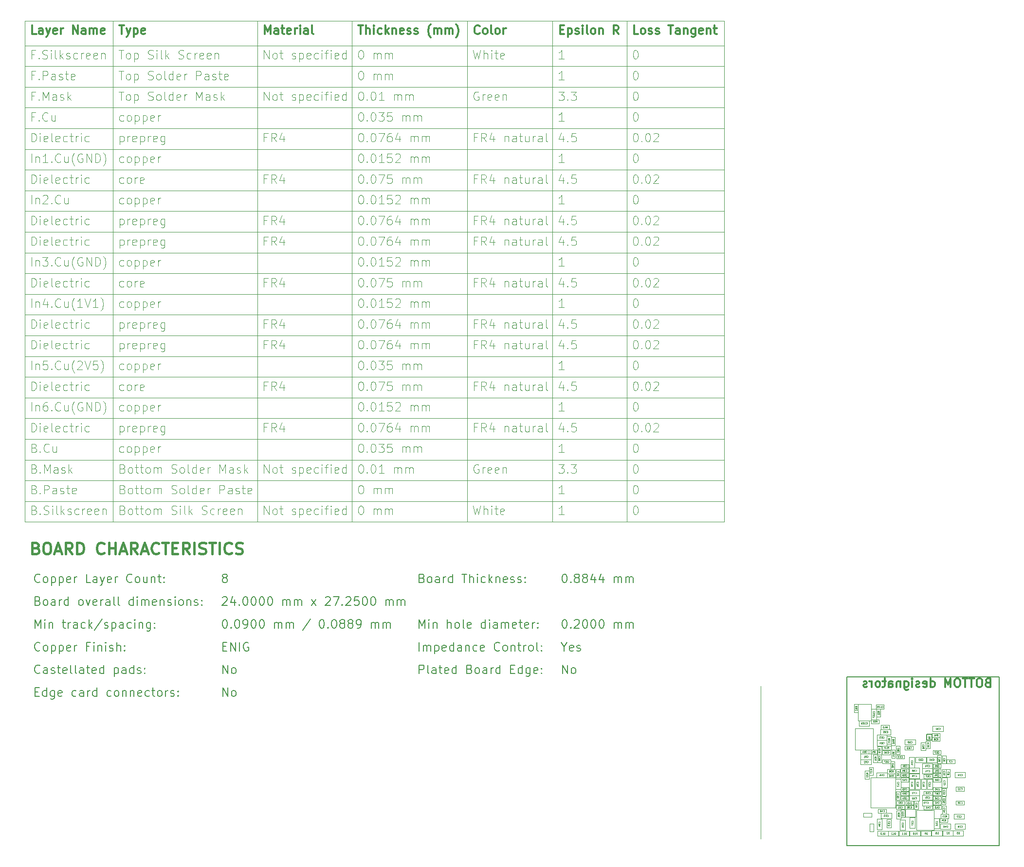
<source format=gbr>
%TF.GenerationSoftware,KiCad,Pcbnew,9.0.1*%
%TF.CreationDate,2025-05-16T18:32:17-04:00*%
%TF.ProjectId,Expansion_Card_Retrofit,45787061-6e73-4696-9f6e-5f436172645f,X1*%
%TF.SameCoordinates,Original*%
%TF.FileFunction,Other,Comment*%
%FSLAX45Y45*%
G04 Gerber Fmt 4.5, Leading zero omitted, Abs format (unit mm)*
G04 Created by KiCad (PCBNEW 9.0.1) date 2025-05-16 18:32:17*
%MOMM*%
%LPD*%
G01*
G04 APERTURE LIST*
%ADD10C,0.100000*%
%ADD11C,0.050000*%
%ADD12C,0.200000*%
%ADD13C,0.300000*%
%ADD14C,0.400000*%
%ADD15C,0.075000*%
G04 APERTURE END LIST*
D10*
X3160000Y1465000D02*
X3230000Y1465000D01*
X3230000Y1325000D01*
X3160000Y1325000D01*
X3160000Y1465000D01*
X3230000Y1465000D02*
X3300000Y1465000D01*
X3300000Y1330000D01*
X3230000Y1330000D01*
X3230000Y1465000D01*
X4355000Y1210000D02*
X4425000Y1210000D01*
X4425000Y1070000D01*
X4355000Y1070000D01*
X4355000Y1210000D01*
X2895000Y2340000D02*
X3120000Y2340000D01*
X3120000Y2055000D01*
X2895000Y2055000D01*
X2895000Y2340000D01*
X3710000Y1615000D02*
X3850000Y1615000D01*
X3850000Y1545000D01*
X3710000Y1545000D01*
X3710000Y1615000D01*
X-5908286Y14239000D02*
X-5908286Y5514400D01*
X3635000Y895000D02*
X3775000Y895000D01*
X3775000Y825000D01*
X3635000Y825000D01*
X3635000Y895000D01*
X3220000Y1715000D02*
X3392500Y1715000D01*
X3392500Y1615000D01*
X3220000Y1615000D01*
X3220000Y1715000D01*
X-11604000Y6596200D02*
X564572Y6596200D01*
X3550000Y815000D02*
X3620000Y815000D01*
X3620000Y675000D01*
X3550000Y675000D01*
X3550000Y815000D01*
X4190500Y1958000D02*
X4375500Y1958000D01*
X4375500Y1864000D01*
X4190500Y1864000D01*
X4190500Y1958000D01*
X4010000Y1220000D02*
X4190000Y1220000D01*
X4190000Y1130000D01*
X4010000Y1130000D01*
X4010000Y1220000D01*
X-11604000Y7317400D02*
X564572Y7317400D01*
X3280000Y1905000D02*
X3460000Y1905000D01*
X3460000Y1810000D01*
X3280000Y1810000D01*
X3280000Y1905000D01*
X4355000Y1445000D02*
X4425000Y1445000D01*
X4425000Y1305000D01*
X4355000Y1305000D01*
X4355000Y1445000D01*
X3405000Y1210000D02*
X3540000Y1210000D01*
X3540000Y1135000D01*
X3405000Y1135000D01*
X3405000Y1210000D01*
X4195000Y740000D02*
X4335000Y740000D01*
X4335000Y670000D01*
X4195000Y670000D01*
X4195000Y740000D01*
X4040000Y830000D02*
X4180000Y830000D01*
X4180000Y760000D01*
X4040000Y760000D01*
X4040000Y830000D01*
X3555000Y1205000D02*
X3620000Y1205000D01*
X3620000Y1065000D01*
X3555000Y1065000D01*
X3555000Y1205000D01*
X4200000Y580000D02*
X4340000Y580000D01*
X4340000Y510000D01*
X4200000Y510000D01*
X4200000Y580000D01*
X4085000Y1420000D02*
X4265000Y1420000D01*
X4265000Y1330000D01*
X4085000Y1330000D01*
X4085000Y1420000D01*
X4195000Y1300000D02*
X4335000Y1300000D01*
X4335000Y1230000D01*
X4195000Y1230000D01*
X4195000Y1300000D01*
X4355000Y570000D02*
X4425000Y570000D01*
X4425000Y430000D01*
X4355000Y430000D01*
X4355000Y570000D01*
X3795000Y365000D02*
X3885000Y365000D01*
X3885000Y185000D01*
X3795000Y185000D01*
X3795000Y365000D01*
X2940000Y1475000D02*
X3120000Y1475000D01*
X3120000Y1380000D01*
X2940000Y1380000D01*
X2940000Y1475000D01*
X4195000Y660000D02*
X4335000Y660000D01*
X4335000Y590000D01*
X4195000Y590000D01*
X4195000Y660000D01*
X3320000Y1540000D02*
X3455000Y1540000D01*
X3455000Y1465000D01*
X3320000Y1465000D01*
X3320000Y1540000D01*
X-11604000Y12005200D02*
X564572Y12005200D01*
X3625000Y330000D02*
X3715000Y330000D01*
X3715000Y150000D01*
X3625000Y150000D01*
X3625000Y330000D01*
X3885000Y1040000D02*
X3975000Y1040000D01*
X3975000Y860000D01*
X3885000Y860000D01*
X3885000Y1040000D01*
X3120000Y2260000D02*
X3215000Y2260000D01*
X3215000Y2075000D01*
X3120000Y2075000D01*
X3120000Y2260000D01*
X3220000Y1810000D02*
X3392500Y1810000D01*
X3392500Y1715000D01*
X3220000Y1715000D01*
X3220000Y1810000D01*
D11*
X1200000Y0D02*
X1200000Y2651000D01*
D10*
X3392500Y1785000D02*
X3470000Y1785000D01*
X3470000Y1645000D01*
X3392500Y1645000D01*
X3392500Y1785000D01*
X3635000Y740000D02*
X3775000Y740000D01*
X3775000Y670000D01*
X3635000Y670000D01*
X3635000Y740000D01*
X-11604000Y9481000D02*
X564572Y9481000D01*
X3420000Y135000D02*
X3600000Y135000D01*
X3600000Y45000D01*
X3420000Y45000D01*
X3420000Y135000D01*
X4325000Y255000D02*
X4505000Y255000D01*
X4505000Y165000D01*
X4325000Y165000D01*
X4325000Y255000D01*
X3870000Y655000D02*
X3940000Y655000D01*
X3940000Y515000D01*
X3870000Y515000D01*
X3870000Y655000D01*
X-11604000Y10562800D02*
X564572Y10562800D01*
X3560000Y1455000D02*
X3695000Y1455000D01*
X3695000Y1390000D01*
X3560000Y1390000D01*
X3560000Y1455000D01*
X4350000Y1065000D02*
X4440000Y1065000D01*
X4440000Y885000D01*
X4350000Y885000D01*
X4350000Y1065000D01*
X3395000Y335000D02*
X3465000Y335000D01*
X3465000Y195000D01*
X3395000Y195000D01*
X3395000Y335000D01*
X3985000Y1675000D02*
X4070000Y1675000D01*
X4070000Y1535000D01*
X3985000Y1535000D01*
X3985000Y1675000D01*
X4195000Y1215000D02*
X4335000Y1215000D01*
X4335000Y1145000D01*
X4195000Y1145000D01*
X4195000Y1215000D01*
X3085000Y1245000D02*
X3155000Y1245000D01*
X3155000Y1107500D01*
X3085000Y1107500D01*
X3085000Y1245000D01*
X3990000Y1040000D02*
X4080000Y1040000D01*
X4080000Y860000D01*
X3990000Y860000D01*
X3990000Y1040000D01*
X3555000Y580000D02*
X3695000Y580000D01*
X3695000Y510000D01*
X3555000Y510000D01*
X3555000Y580000D01*
X3985000Y135000D02*
X4165000Y135000D01*
X4165000Y45000D01*
X3985000Y45000D01*
X3985000Y135000D01*
X3295000Y1975000D02*
X3435000Y1975000D01*
X3435000Y1905000D01*
X3295000Y1905000D01*
X3295000Y1975000D01*
X3080000Y1550000D02*
X3225000Y1550000D01*
X3225000Y1475000D01*
X3080000Y1475000D01*
X3080000Y1550000D01*
X2940000Y1380000D02*
X3120000Y1380000D01*
X3120000Y1290000D01*
X2940000Y1290000D01*
X2940000Y1380000D01*
X4355000Y880000D02*
X4425000Y880000D01*
X4425000Y740000D01*
X4355000Y740000D01*
X4355000Y880000D01*
X4435000Y1375000D02*
X4575000Y1375000D01*
X4575000Y1305000D01*
X4435000Y1305000D01*
X4435000Y1375000D01*
X3780000Y840000D02*
X3960000Y840000D01*
X3960000Y750000D01*
X3780000Y750000D01*
X3780000Y840000D01*
X3095000Y260000D02*
X3165000Y260000D01*
X3165000Y120000D01*
X3095000Y120000D01*
X3095000Y260000D01*
X3795000Y135000D02*
X3975000Y135000D01*
X3975000Y45000D01*
X3795000Y45000D01*
X3795000Y135000D01*
X4180000Y1767000D02*
X4317000Y1767000D01*
X4317000Y1696000D01*
X4180000Y1696000D01*
X4180000Y1767000D01*
X2845000Y1920000D02*
X3155000Y1920000D01*
X3155000Y1550000D01*
X2845000Y1550000D01*
X2845000Y1920000D01*
X3715000Y580000D02*
X3855000Y580000D01*
X3855000Y510000D01*
X3715000Y510000D01*
X3715000Y580000D01*
X3230000Y1605000D02*
X3300000Y1605000D01*
X3300000Y1465000D01*
X3230000Y1465000D01*
X3230000Y1605000D01*
X-11604000Y5514400D02*
X564572Y5514400D01*
X3640000Y1295000D02*
X3775000Y1295000D01*
X3775000Y1235000D01*
X3640000Y1235000D01*
X3640000Y1295000D01*
X3780000Y1135000D02*
X3960000Y1135000D01*
X3960000Y1045000D01*
X3780000Y1045000D01*
X3780000Y1135000D01*
X2910000Y2055000D02*
X3090000Y2055000D01*
X3090000Y1965000D01*
X2910000Y1965000D01*
X2910000Y2055000D01*
X4074000Y1699500D02*
X4148000Y1699500D01*
X4148000Y1568500D01*
X4074000Y1568500D01*
X4074000Y1699500D01*
X3550000Y1615000D02*
X3625000Y1615000D01*
X3625000Y1470000D01*
X3550000Y1470000D01*
X3550000Y1615000D01*
X4330000Y425000D02*
X4470000Y425000D01*
X4470000Y355000D01*
X4330000Y355000D01*
X4330000Y425000D01*
X4095000Y1040000D02*
X4185000Y1040000D01*
X4185000Y860000D01*
X4095000Y860000D01*
X4095000Y1040000D01*
X3015000Y1180000D02*
X3085000Y1180000D01*
X3085000Y1040000D01*
X3015000Y1040000D01*
X3015000Y1180000D01*
X-7558286Y14239000D02*
X-7558286Y5514400D01*
X-11604000Y6235600D02*
X564572Y6235600D01*
X3785000Y1415000D02*
X3875000Y1415000D01*
X3875000Y1235000D01*
X3785000Y1235000D01*
X3785000Y1415000D01*
X4195000Y1535000D02*
X4335000Y1535000D01*
X4335000Y1470000D01*
X4195000Y1470000D01*
X4195000Y1535000D01*
X4195000Y1140000D02*
X4335000Y1140000D01*
X4335000Y1070000D01*
X4195000Y1070000D01*
X4195000Y1140000D01*
X3215000Y1150000D02*
X3400000Y1150000D01*
X3400000Y1065000D01*
X3215000Y1065000D01*
X3215000Y1150000D01*
X4215000Y355000D02*
X4305000Y355000D01*
X4305000Y175000D01*
X4215000Y175000D01*
X4215000Y355000D01*
X3205000Y2330000D02*
X3345000Y2330000D01*
X3345000Y2260000D01*
X3205000Y2260000D01*
X3205000Y2330000D01*
X3635000Y820000D02*
X3775000Y820000D01*
X3775000Y750000D01*
X3635000Y750000D01*
X3635000Y820000D01*
D12*
X4086000Y1813500D02*
X4180000Y1813500D01*
X4180000Y1712500D01*
X4086000Y1712500D01*
X4086000Y1813500D01*
D10*
X3635000Y505000D02*
X3705000Y505000D01*
X3705000Y365000D01*
X3635000Y365000D01*
X3635000Y505000D01*
X-11604000Y8399200D02*
X564572Y8399200D01*
X3290000Y445000D02*
X3475000Y445000D01*
X3475000Y355000D01*
X3290000Y355000D01*
X3290000Y445000D01*
X-11604000Y11644600D02*
X564572Y11644600D01*
X564572Y14239000D02*
X564572Y5514400D01*
X3635000Y1060000D02*
X3775000Y1060000D01*
X3775000Y990000D01*
X3635000Y990000D01*
X3635000Y1060000D01*
X-1131143Y14239000D02*
X-1131143Y5514400D01*
X2825000Y2340000D02*
X2895000Y2340000D01*
X2895000Y2200000D01*
X2825000Y2200000D01*
X2825000Y2340000D01*
X4580000Y1155000D02*
X4760000Y1155000D01*
X4760000Y1065000D01*
X4580000Y1065000D01*
X4580000Y1155000D01*
X-11604000Y14239000D02*
X-11604000Y5514400D01*
X-11604000Y6956800D02*
X564572Y6956800D01*
X4580000Y255000D02*
X4760000Y255000D01*
X4760000Y165000D01*
X4580000Y165000D01*
X4580000Y255000D01*
X3320000Y1615000D02*
X3465000Y1615000D01*
X3465000Y1550000D01*
X3320000Y1550000D01*
X3320000Y1615000D01*
X2990000Y445000D02*
X3130000Y445000D01*
X3130000Y375000D01*
X2990000Y375000D01*
X2990000Y445000D01*
X-11604000Y13447600D02*
X564572Y13447600D01*
X3630000Y1215000D02*
X3775000Y1215000D01*
X3775000Y1155000D01*
X3630000Y1155000D01*
X3630000Y1215000D01*
X-10065429Y14239000D02*
X-10065429Y5514400D01*
X3785000Y1040000D02*
X3875000Y1040000D01*
X3875000Y860000D01*
X3785000Y860000D01*
X3785000Y1040000D01*
X-11604000Y13808200D02*
X564572Y13808200D01*
X4010000Y665000D02*
X4190000Y665000D01*
X4190000Y575000D01*
X4010000Y575000D01*
X4010000Y665000D01*
X4200000Y895000D02*
X4340000Y895000D01*
X4340000Y825000D01*
X4200000Y825000D01*
X4200000Y895000D01*
X3910000Y495000D02*
X4215000Y495000D01*
X4215000Y145000D01*
X3910000Y145000D01*
X3910000Y495000D01*
X3560000Y660000D02*
X3700000Y660000D01*
X3700000Y590000D01*
X3560000Y590000D01*
X3560000Y660000D01*
X4010000Y760000D02*
X4190000Y760000D01*
X4190000Y670000D01*
X4010000Y670000D01*
X4010000Y760000D01*
X3215000Y2260000D02*
X3285000Y2260000D01*
X3285000Y2120000D01*
X3215000Y2120000D01*
X3215000Y2260000D01*
X3565000Y485000D02*
X3635000Y485000D01*
X3635000Y345000D01*
X3565000Y345000D01*
X3565000Y485000D01*
X3115000Y1060000D02*
X3545000Y1060000D01*
X3545000Y535000D01*
X3115000Y535000D01*
X3115000Y1060000D01*
X4270000Y1450000D02*
X4340000Y1450000D01*
X4340000Y1310000D01*
X4270000Y1310000D01*
X4270000Y1450000D01*
X4350000Y735000D02*
X4420000Y735000D01*
X4420000Y595000D01*
X4350000Y595000D01*
X4350000Y735000D01*
X-11604000Y7678000D02*
X564572Y7678000D01*
X-11604000Y10923400D02*
X564572Y10923400D01*
X3780000Y1230000D02*
X3960000Y1230000D01*
X3960000Y1140000D01*
X3780000Y1140000D01*
X3780000Y1230000D01*
X4365000Y140000D02*
X4545000Y140000D01*
X4545000Y50000D01*
X4365000Y50000D01*
X4365000Y140000D01*
X3220000Y345000D02*
X3310000Y345000D01*
X3310000Y160000D01*
X3220000Y160000D01*
X3220000Y345000D01*
X3545000Y1040000D02*
X3635000Y1040000D01*
X3635000Y860000D01*
X3545000Y860000D01*
X3545000Y1040000D01*
X-11604000Y8038600D02*
X564572Y8038600D01*
X3720000Y655000D02*
X3860000Y655000D01*
X3860000Y585000D01*
X3720000Y585000D01*
X3720000Y655000D01*
X4595000Y900000D02*
X4735000Y900000D01*
X4735000Y830000D01*
X4595000Y830000D01*
X4595000Y900000D01*
X-11604000Y14239000D02*
X564572Y14239000D01*
X-11604000Y8759800D02*
X564572Y8759800D01*
X4425000Y1210000D02*
X4495000Y1210000D01*
X4495000Y1070000D01*
X4425000Y1070000D01*
X4425000Y1210000D01*
X3320000Y1375000D02*
X3460000Y1375000D01*
X3460000Y1310000D01*
X3320000Y1310000D01*
X3320000Y1375000D01*
X4200000Y820000D02*
X4340000Y820000D01*
X4340000Y750000D01*
X4200000Y750000D01*
X4200000Y820000D01*
X3470000Y1765000D02*
X3540000Y1765000D01*
X3540000Y1625000D01*
X3470000Y1625000D01*
X3470000Y1765000D01*
X4595000Y660000D02*
X4735000Y660000D01*
X4735000Y590000D01*
X4595000Y590000D01*
X4595000Y660000D01*
X-11604000Y9841600D02*
X564572Y9841600D01*
X4195000Y1060000D02*
X4335000Y1060000D01*
X4335000Y990000D01*
X4195000Y990000D01*
X4195000Y1060000D01*
X3780000Y750000D02*
X3960000Y750000D01*
X3960000Y660000D01*
X3780000Y660000D01*
X3780000Y750000D01*
X-11604000Y13087000D02*
X564572Y13087000D01*
X3635000Y1140000D02*
X3775000Y1140000D01*
X3775000Y1070000D01*
X3635000Y1070000D01*
X3635000Y1140000D01*
X3895000Y1420000D02*
X4075000Y1420000D01*
X4075000Y1330000D01*
X3895000Y1330000D01*
X3895000Y1420000D01*
X3460000Y1342500D02*
X3530000Y1342500D01*
X3530000Y1210000D01*
X3460000Y1210000D01*
X3460000Y1342500D01*
X4040000Y575000D02*
X4180000Y575000D01*
X4180000Y505000D01*
X4040000Y505000D01*
X4040000Y575000D01*
X3400000Y1130000D02*
X3540000Y1130000D01*
X3540000Y1065000D01*
X3400000Y1065000D01*
X3400000Y1130000D01*
X2940000Y1550000D02*
X3080000Y1550000D01*
X3080000Y1475000D01*
X2940000Y1475000D01*
X2940000Y1550000D01*
X-2419714Y14239000D02*
X-2419714Y5514400D01*
X3605000Y135000D02*
X3785000Y135000D01*
X3785000Y45000D01*
X3605000Y45000D01*
X3605000Y135000D01*
X4560000Y430000D02*
X4740000Y430000D01*
X4740000Y340000D01*
X4560000Y340000D01*
X4560000Y430000D01*
X-3905428Y14239000D02*
X-3905428Y5514400D01*
X4010000Y1310000D02*
X4190000Y1310000D01*
X4190000Y1220000D01*
X4010000Y1220000D01*
X4010000Y1310000D01*
X3475000Y1545000D02*
X3540000Y1545000D01*
X3540000Y1405000D01*
X3475000Y1405000D01*
X3475000Y1545000D01*
X3710000Y1725000D02*
X3890000Y1725000D01*
X3890000Y1635000D01*
X3710000Y1635000D01*
X3710000Y1725000D01*
X-11604000Y10202200D02*
X564572Y10202200D01*
X4180000Y1838000D02*
X4317000Y1838000D01*
X4317000Y1767000D01*
X4180000Y1767000D01*
X4180000Y1838000D01*
X4175000Y140000D02*
X4355000Y140000D01*
X4355000Y50000D01*
X4175000Y50000D01*
X4175000Y140000D01*
X3230000Y135000D02*
X3415000Y135000D01*
X3415000Y45000D01*
X3230000Y45000D01*
X3230000Y135000D01*
X-11604000Y12365800D02*
X564572Y12365800D01*
X-11604000Y12726400D02*
X564572Y12726400D01*
X-11604000Y9120400D02*
X564572Y9120400D01*
X3120000Y2075000D02*
X3260000Y2075000D01*
X3260000Y2005000D01*
X3120000Y2005000D01*
X3120000Y2075000D01*
X-11604000Y11284000D02*
X564572Y11284000D01*
X4545000Y140000D02*
X4725000Y140000D01*
X4725000Y50000D01*
X4545000Y50000D01*
X4545000Y140000D01*
X3715000Y510000D02*
X3890000Y510000D01*
X3890000Y380000D01*
X3715000Y380000D01*
X3715000Y510000D01*
X3240000Y515000D02*
X3385000Y515000D01*
X3385000Y445000D01*
X3240000Y445000D01*
X3240000Y515000D01*
X-11604000Y5875000D02*
X564572Y5875000D01*
D12*
X2700000Y2820000D02*
X5350000Y2820000D01*
X5350000Y-125000D01*
X2700000Y-125000D01*
X2700000Y2820000D01*
D10*
X4315000Y355000D02*
X4455000Y355000D01*
X4455000Y285000D01*
X4315000Y285000D01*
X4315000Y355000D01*
X4040000Y1120000D02*
X4180000Y1120000D01*
X4180000Y1050000D01*
X4040000Y1050000D01*
X4040000Y1120000D01*
D12*
X-8157128Y3347369D02*
X-8107128Y3347369D01*
X-8085699Y3268797D02*
X-8157128Y3268797D01*
X-8157128Y3268797D02*
X-8157128Y3418797D01*
X-8157128Y3418797D02*
X-8085699Y3418797D01*
X-8021414Y3268797D02*
X-8021414Y3418797D01*
X-8021414Y3418797D02*
X-7935699Y3268797D01*
X-7935699Y3268797D02*
X-7935699Y3418797D01*
X-7864271Y3268797D02*
X-7864271Y3418797D01*
X-7714271Y3411654D02*
X-7728556Y3418797D01*
X-7728556Y3418797D02*
X-7749985Y3418797D01*
X-7749985Y3418797D02*
X-7771414Y3411654D01*
X-7771414Y3411654D02*
X-7785699Y3397369D01*
X-7785699Y3397369D02*
X-7792842Y3383083D01*
X-7792842Y3383083D02*
X-7799985Y3354511D01*
X-7799985Y3354511D02*
X-7799985Y3333083D01*
X-7799985Y3333083D02*
X-7792842Y3304511D01*
X-7792842Y3304511D02*
X-7785699Y3290226D01*
X-7785699Y3290226D02*
X-7771414Y3275940D01*
X-7771414Y3275940D02*
X-7749985Y3268797D01*
X-7749985Y3268797D02*
X-7735699Y3268797D01*
X-7735699Y3268797D02*
X-7714271Y3275940D01*
X-7714271Y3275940D02*
X-7707128Y3283083D01*
X-7707128Y3283083D02*
X-7707128Y3333083D01*
X-7707128Y3333083D02*
X-7735699Y3333083D01*
D10*
X-9948136Y10791777D02*
X-9948136Y10641777D01*
X-9948136Y10784634D02*
X-9933850Y10791777D01*
X-9933850Y10791777D02*
X-9905278Y10791777D01*
X-9905278Y10791777D02*
X-9890993Y10784634D01*
X-9890993Y10784634D02*
X-9883850Y10777492D01*
X-9883850Y10777492D02*
X-9876707Y10763206D01*
X-9876707Y10763206D02*
X-9876707Y10720349D01*
X-9876707Y10720349D02*
X-9883850Y10706063D01*
X-9883850Y10706063D02*
X-9890993Y10698920D01*
X-9890993Y10698920D02*
X-9905278Y10691777D01*
X-9905278Y10691777D02*
X-9933850Y10691777D01*
X-9933850Y10691777D02*
X-9948136Y10698920D01*
X-9812421Y10691777D02*
X-9812421Y10791777D01*
X-9812421Y10763206D02*
X-9805278Y10777492D01*
X-9805278Y10777492D02*
X-9798135Y10784634D01*
X-9798135Y10784634D02*
X-9783850Y10791777D01*
X-9783850Y10791777D02*
X-9769564Y10791777D01*
X-9662421Y10698920D02*
X-9676707Y10691777D01*
X-9676707Y10691777D02*
X-9705278Y10691777D01*
X-9705278Y10691777D02*
X-9719564Y10698920D01*
X-9719564Y10698920D02*
X-9726707Y10713206D01*
X-9726707Y10713206D02*
X-9726707Y10770349D01*
X-9726707Y10770349D02*
X-9719564Y10784634D01*
X-9719564Y10784634D02*
X-9705278Y10791777D01*
X-9705278Y10791777D02*
X-9676707Y10791777D01*
X-9676707Y10791777D02*
X-9662421Y10784634D01*
X-9662421Y10784634D02*
X-9655278Y10770349D01*
X-9655278Y10770349D02*
X-9655278Y10756063D01*
X-9655278Y10756063D02*
X-9726707Y10741777D01*
X-9590993Y10791777D02*
X-9590993Y10641777D01*
X-9590993Y10784634D02*
X-9576707Y10791777D01*
X-9576707Y10791777D02*
X-9548136Y10791777D01*
X-9548136Y10791777D02*
X-9533850Y10784634D01*
X-9533850Y10784634D02*
X-9526707Y10777492D01*
X-9526707Y10777492D02*
X-9519564Y10763206D01*
X-9519564Y10763206D02*
X-9519564Y10720349D01*
X-9519564Y10720349D02*
X-9526707Y10706063D01*
X-9526707Y10706063D02*
X-9533850Y10698920D01*
X-9533850Y10698920D02*
X-9548136Y10691777D01*
X-9548136Y10691777D02*
X-9576707Y10691777D01*
X-9576707Y10691777D02*
X-9590993Y10698920D01*
X-9455278Y10691777D02*
X-9455278Y10791777D01*
X-9455278Y10763206D02*
X-9448136Y10777492D01*
X-9448136Y10777492D02*
X-9440993Y10784634D01*
X-9440993Y10784634D02*
X-9426707Y10791777D01*
X-9426707Y10791777D02*
X-9412421Y10791777D01*
X-9305278Y10698920D02*
X-9319564Y10691777D01*
X-9319564Y10691777D02*
X-9348136Y10691777D01*
X-9348136Y10691777D02*
X-9362421Y10698920D01*
X-9362421Y10698920D02*
X-9369564Y10713206D01*
X-9369564Y10713206D02*
X-9369564Y10770349D01*
X-9369564Y10770349D02*
X-9362421Y10784634D01*
X-9362421Y10784634D02*
X-9348136Y10791777D01*
X-9348136Y10791777D02*
X-9319564Y10791777D01*
X-9319564Y10791777D02*
X-9305278Y10784634D01*
X-9305278Y10784634D02*
X-9298136Y10770349D01*
X-9298136Y10770349D02*
X-9298136Y10756063D01*
X-9298136Y10756063D02*
X-9369564Y10741777D01*
X-9169564Y10791777D02*
X-9169564Y10670349D01*
X-9169564Y10670349D02*
X-9176707Y10656063D01*
X-9176707Y10656063D02*
X-9183850Y10648920D01*
X-9183850Y10648920D02*
X-9198136Y10641777D01*
X-9198136Y10641777D02*
X-9219564Y10641777D01*
X-9219564Y10641777D02*
X-9233850Y10648920D01*
X-9169564Y10698920D02*
X-9183850Y10691777D01*
X-9183850Y10691777D02*
X-9212421Y10691777D01*
X-9212421Y10691777D02*
X-9226707Y10698920D01*
X-9226707Y10698920D02*
X-9233850Y10706063D01*
X-9233850Y10706063D02*
X-9240993Y10720349D01*
X-9240993Y10720349D02*
X-9240993Y10763206D01*
X-9240993Y10763206D02*
X-9233850Y10777492D01*
X-9233850Y10777492D02*
X-9226707Y10784634D01*
X-9226707Y10784634D02*
X-9212421Y10791777D01*
X-9212421Y10791777D02*
X-9183850Y10791777D01*
X-9183850Y10791777D02*
X-9169564Y10784634D01*
X-3802421Y5793377D02*
X-3766707Y5643377D01*
X-3766707Y5643377D02*
X-3738135Y5750520D01*
X-3738135Y5750520D02*
X-3709564Y5643377D01*
X-3709564Y5643377D02*
X-3673850Y5793377D01*
X-3616707Y5643377D02*
X-3616707Y5793377D01*
X-3552421Y5643377D02*
X-3552421Y5721949D01*
X-3552421Y5721949D02*
X-3559564Y5736234D01*
X-3559564Y5736234D02*
X-3573850Y5743377D01*
X-3573850Y5743377D02*
X-3595278Y5743377D01*
X-3595278Y5743377D02*
X-3609564Y5736234D01*
X-3609564Y5736234D02*
X-3616707Y5729091D01*
X-3480992Y5643377D02*
X-3480992Y5743377D01*
X-3480992Y5793377D02*
X-3488135Y5786234D01*
X-3488135Y5786234D02*
X-3480992Y5779091D01*
X-3480992Y5779091D02*
X-3473850Y5786234D01*
X-3473850Y5786234D02*
X-3480992Y5793377D01*
X-3480992Y5793377D02*
X-3480992Y5779091D01*
X-3430992Y5743377D02*
X-3373850Y5743377D01*
X-3409564Y5793377D02*
X-3409564Y5664806D01*
X-3409564Y5664806D02*
X-3402421Y5650520D01*
X-3402421Y5650520D02*
X-3388135Y5643377D01*
X-3388135Y5643377D02*
X-3373850Y5643377D01*
X-3266707Y5650520D02*
X-3280992Y5643377D01*
X-3280992Y5643377D02*
X-3309564Y5643377D01*
X-3309564Y5643377D02*
X-3323850Y5650520D01*
X-3323850Y5650520D02*
X-3330992Y5664806D01*
X-3330992Y5664806D02*
X-3330992Y5721949D01*
X-3330992Y5721949D02*
X-3323850Y5736234D01*
X-3323850Y5736234D02*
X-3309564Y5743377D01*
X-3309564Y5743377D02*
X-3280992Y5743377D01*
X-3280992Y5743377D02*
X-3266707Y5736234D01*
X-3266707Y5736234D02*
X-3259564Y5721949D01*
X-3259564Y5721949D02*
X-3259564Y5707663D01*
X-3259564Y5707663D02*
X-3330992Y5693377D01*
X-3738135Y10409749D02*
X-3788135Y10409749D01*
X-3788135Y10331177D02*
X-3788135Y10481177D01*
X-3788135Y10481177D02*
X-3716707Y10481177D01*
X-3573850Y10331177D02*
X-3623850Y10402606D01*
X-3659564Y10331177D02*
X-3659564Y10481177D01*
X-3659564Y10481177D02*
X-3602421Y10481177D01*
X-3602421Y10481177D02*
X-3588135Y10474034D01*
X-3588135Y10474034D02*
X-3580992Y10466892D01*
X-3580992Y10466892D02*
X-3573850Y10452606D01*
X-3573850Y10452606D02*
X-3573850Y10431177D01*
X-3573850Y10431177D02*
X-3580992Y10416892D01*
X-3580992Y10416892D02*
X-3588135Y10409749D01*
X-3588135Y10409749D02*
X-3602421Y10402606D01*
X-3602421Y10402606D02*
X-3659564Y10402606D01*
X-3445278Y10431177D02*
X-3445278Y10331177D01*
X-3480992Y10488320D02*
X-3516707Y10381177D01*
X-3516707Y10381177D02*
X-3423850Y10381177D01*
X-3252421Y10431177D02*
X-3252421Y10331177D01*
X-3252421Y10416892D02*
X-3245278Y10424034D01*
X-3245278Y10424034D02*
X-3230993Y10431177D01*
X-3230993Y10431177D02*
X-3209564Y10431177D01*
X-3209564Y10431177D02*
X-3195278Y10424034D01*
X-3195278Y10424034D02*
X-3188135Y10409749D01*
X-3188135Y10409749D02*
X-3188135Y10331177D01*
X-3052421Y10331177D02*
X-3052421Y10409749D01*
X-3052421Y10409749D02*
X-3059564Y10424034D01*
X-3059564Y10424034D02*
X-3073850Y10431177D01*
X-3073850Y10431177D02*
X-3102421Y10431177D01*
X-3102421Y10431177D02*
X-3116707Y10424034D01*
X-3052421Y10338320D02*
X-3066707Y10331177D01*
X-3066707Y10331177D02*
X-3102421Y10331177D01*
X-3102421Y10331177D02*
X-3116707Y10338320D01*
X-3116707Y10338320D02*
X-3123850Y10352606D01*
X-3123850Y10352606D02*
X-3123850Y10366892D01*
X-3123850Y10366892D02*
X-3116707Y10381177D01*
X-3116707Y10381177D02*
X-3102421Y10388320D01*
X-3102421Y10388320D02*
X-3066707Y10388320D01*
X-3066707Y10388320D02*
X-3052421Y10395463D01*
X-3002421Y10431177D02*
X-2945278Y10431177D01*
X-2980993Y10481177D02*
X-2980993Y10352606D01*
X-2980993Y10352606D02*
X-2973850Y10338320D01*
X-2973850Y10338320D02*
X-2959564Y10331177D01*
X-2959564Y10331177D02*
X-2945278Y10331177D01*
X-2830992Y10431177D02*
X-2830992Y10331177D01*
X-2895278Y10431177D02*
X-2895278Y10352606D01*
X-2895278Y10352606D02*
X-2888135Y10338320D01*
X-2888135Y10338320D02*
X-2873850Y10331177D01*
X-2873850Y10331177D02*
X-2852421Y10331177D01*
X-2852421Y10331177D02*
X-2838135Y10338320D01*
X-2838135Y10338320D02*
X-2830992Y10345463D01*
X-2759564Y10331177D02*
X-2759564Y10431177D01*
X-2759564Y10402606D02*
X-2752421Y10416892D01*
X-2752421Y10416892D02*
X-2745278Y10424034D01*
X-2745278Y10424034D02*
X-2730993Y10431177D01*
X-2730993Y10431177D02*
X-2716707Y10431177D01*
X-2602421Y10331177D02*
X-2602421Y10409749D01*
X-2602421Y10409749D02*
X-2609564Y10424034D01*
X-2609564Y10424034D02*
X-2623850Y10431177D01*
X-2623850Y10431177D02*
X-2652421Y10431177D01*
X-2652421Y10431177D02*
X-2666707Y10424034D01*
X-2602421Y10338320D02*
X-2616707Y10331177D01*
X-2616707Y10331177D02*
X-2652421Y10331177D01*
X-2652421Y10331177D02*
X-2666707Y10338320D01*
X-2666707Y10338320D02*
X-2673850Y10352606D01*
X-2673850Y10352606D02*
X-2673850Y10366892D01*
X-2673850Y10366892D02*
X-2666707Y10381177D01*
X-2666707Y10381177D02*
X-2652421Y10388320D01*
X-2652421Y10388320D02*
X-2616707Y10388320D01*
X-2616707Y10388320D02*
X-2602421Y10395463D01*
X-2509564Y10331177D02*
X-2523850Y10338320D01*
X-2523850Y10338320D02*
X-2530993Y10352606D01*
X-2530993Y10352606D02*
X-2530993Y10481177D01*
X-11486707Y11052377D02*
X-11486707Y11202377D01*
X-11415278Y11152377D02*
X-11415278Y11052377D01*
X-11415278Y11138092D02*
X-11408135Y11145234D01*
X-11408135Y11145234D02*
X-11393850Y11152377D01*
X-11393850Y11152377D02*
X-11372421Y11152377D01*
X-11372421Y11152377D02*
X-11358135Y11145234D01*
X-11358135Y11145234D02*
X-11350992Y11130949D01*
X-11350992Y11130949D02*
X-11350992Y11052377D01*
X-11286707Y11188091D02*
X-11279564Y11195234D01*
X-11279564Y11195234D02*
X-11265278Y11202377D01*
X-11265278Y11202377D02*
X-11229564Y11202377D01*
X-11229564Y11202377D02*
X-11215278Y11195234D01*
X-11215278Y11195234D02*
X-11208135Y11188091D01*
X-11208135Y11188091D02*
X-11200992Y11173806D01*
X-11200992Y11173806D02*
X-11200992Y11159520D01*
X-11200992Y11159520D02*
X-11208135Y11138092D01*
X-11208135Y11138092D02*
X-11293850Y11052377D01*
X-11293850Y11052377D02*
X-11200992Y11052377D01*
X-11136707Y11066663D02*
X-11129564Y11059520D01*
X-11129564Y11059520D02*
X-11136707Y11052377D01*
X-11136707Y11052377D02*
X-11143850Y11059520D01*
X-11143850Y11059520D02*
X-11136707Y11066663D01*
X-11136707Y11066663D02*
X-11136707Y11052377D01*
X-10979564Y11066663D02*
X-10986707Y11059520D01*
X-10986707Y11059520D02*
X-11008135Y11052377D01*
X-11008135Y11052377D02*
X-11022421Y11052377D01*
X-11022421Y11052377D02*
X-11043850Y11059520D01*
X-11043850Y11059520D02*
X-11058135Y11073806D01*
X-11058135Y11073806D02*
X-11065278Y11088092D01*
X-11065278Y11088092D02*
X-11072421Y11116663D01*
X-11072421Y11116663D02*
X-11072421Y11138092D01*
X-11072421Y11138092D02*
X-11065278Y11166663D01*
X-11065278Y11166663D02*
X-11058135Y11180949D01*
X-11058135Y11180949D02*
X-11043850Y11195234D01*
X-11043850Y11195234D02*
X-11022421Y11202377D01*
X-11022421Y11202377D02*
X-11008135Y11202377D01*
X-11008135Y11202377D02*
X-10986707Y11195234D01*
X-10986707Y11195234D02*
X-10979564Y11188091D01*
X-10850993Y11152377D02*
X-10850993Y11052377D01*
X-10915278Y11152377D02*
X-10915278Y11073806D01*
X-10915278Y11073806D02*
X-10908135Y11059520D01*
X-10908135Y11059520D02*
X-10893850Y11052377D01*
X-10893850Y11052377D02*
X-10872421Y11052377D01*
X-10872421Y11052377D02*
X-10858135Y11059520D01*
X-10858135Y11059520D02*
X-10850993Y11066663D01*
X-985278Y10841777D02*
X-970992Y10841777D01*
X-970992Y10841777D02*
X-956707Y10834634D01*
X-956707Y10834634D02*
X-949564Y10827492D01*
X-949564Y10827492D02*
X-942421Y10813206D01*
X-942421Y10813206D02*
X-935278Y10784634D01*
X-935278Y10784634D02*
X-935278Y10748920D01*
X-935278Y10748920D02*
X-942421Y10720349D01*
X-942421Y10720349D02*
X-949564Y10706063D01*
X-949564Y10706063D02*
X-956707Y10698920D01*
X-956707Y10698920D02*
X-970992Y10691777D01*
X-970992Y10691777D02*
X-985278Y10691777D01*
X-985278Y10691777D02*
X-999564Y10698920D01*
X-999564Y10698920D02*
X-1006707Y10706063D01*
X-1006707Y10706063D02*
X-1013850Y10720349D01*
X-1013850Y10720349D02*
X-1020992Y10748920D01*
X-1020992Y10748920D02*
X-1020992Y10784634D01*
X-1020992Y10784634D02*
X-1013850Y10813206D01*
X-1013850Y10813206D02*
X-1006707Y10827492D01*
X-1006707Y10827492D02*
X-999564Y10834634D01*
X-999564Y10834634D02*
X-985278Y10841777D01*
X-870993Y10706063D02*
X-863850Y10698920D01*
X-863850Y10698920D02*
X-870993Y10691777D01*
X-870993Y10691777D02*
X-878135Y10698920D01*
X-878135Y10698920D02*
X-870993Y10706063D01*
X-870993Y10706063D02*
X-870993Y10691777D01*
X-770992Y10841777D02*
X-756707Y10841777D01*
X-756707Y10841777D02*
X-742421Y10834634D01*
X-742421Y10834634D02*
X-735278Y10827492D01*
X-735278Y10827492D02*
X-728135Y10813206D01*
X-728135Y10813206D02*
X-720992Y10784634D01*
X-720992Y10784634D02*
X-720992Y10748920D01*
X-720992Y10748920D02*
X-728135Y10720349D01*
X-728135Y10720349D02*
X-735278Y10706063D01*
X-735278Y10706063D02*
X-742421Y10698920D01*
X-742421Y10698920D02*
X-756707Y10691777D01*
X-756707Y10691777D02*
X-770992Y10691777D01*
X-770992Y10691777D02*
X-785278Y10698920D01*
X-785278Y10698920D02*
X-792421Y10706063D01*
X-792421Y10706063D02*
X-799564Y10720349D01*
X-799564Y10720349D02*
X-806707Y10748920D01*
X-806707Y10748920D02*
X-806707Y10784634D01*
X-806707Y10784634D02*
X-799564Y10813206D01*
X-799564Y10813206D02*
X-792421Y10827492D01*
X-792421Y10827492D02*
X-785278Y10834634D01*
X-785278Y10834634D02*
X-770992Y10841777D01*
X-663850Y10827492D02*
X-656707Y10834634D01*
X-656707Y10834634D02*
X-642421Y10841777D01*
X-642421Y10841777D02*
X-606707Y10841777D01*
X-606707Y10841777D02*
X-592421Y10834634D01*
X-592421Y10834634D02*
X-585278Y10827492D01*
X-585278Y10827492D02*
X-578135Y10813206D01*
X-578135Y10813206D02*
X-578135Y10798920D01*
X-578135Y10798920D02*
X-585278Y10777492D01*
X-585278Y10777492D02*
X-670993Y10691777D01*
X-670993Y10691777D02*
X-578135Y10691777D01*
X-3738135Y8606749D02*
X-3788135Y8606749D01*
X-3788135Y8528177D02*
X-3788135Y8678177D01*
X-3788135Y8678177D02*
X-3716707Y8678177D01*
X-3573850Y8528177D02*
X-3623850Y8599606D01*
X-3659564Y8528177D02*
X-3659564Y8678177D01*
X-3659564Y8678177D02*
X-3602421Y8678177D01*
X-3602421Y8678177D02*
X-3588135Y8671034D01*
X-3588135Y8671034D02*
X-3580992Y8663892D01*
X-3580992Y8663892D02*
X-3573850Y8649606D01*
X-3573850Y8649606D02*
X-3573850Y8628177D01*
X-3573850Y8628177D02*
X-3580992Y8613892D01*
X-3580992Y8613892D02*
X-3588135Y8606749D01*
X-3588135Y8606749D02*
X-3602421Y8599606D01*
X-3602421Y8599606D02*
X-3659564Y8599606D01*
X-3445278Y8628177D02*
X-3445278Y8528177D01*
X-3480992Y8685320D02*
X-3516707Y8578177D01*
X-3516707Y8578177D02*
X-3423850Y8578177D01*
X-3252421Y8628177D02*
X-3252421Y8528177D01*
X-3252421Y8613892D02*
X-3245278Y8621034D01*
X-3245278Y8621034D02*
X-3230993Y8628177D01*
X-3230993Y8628177D02*
X-3209564Y8628177D01*
X-3209564Y8628177D02*
X-3195278Y8621034D01*
X-3195278Y8621034D02*
X-3188135Y8606749D01*
X-3188135Y8606749D02*
X-3188135Y8528177D01*
X-3052421Y8528177D02*
X-3052421Y8606749D01*
X-3052421Y8606749D02*
X-3059564Y8621034D01*
X-3059564Y8621034D02*
X-3073850Y8628177D01*
X-3073850Y8628177D02*
X-3102421Y8628177D01*
X-3102421Y8628177D02*
X-3116707Y8621034D01*
X-3052421Y8535320D02*
X-3066707Y8528177D01*
X-3066707Y8528177D02*
X-3102421Y8528177D01*
X-3102421Y8528177D02*
X-3116707Y8535320D01*
X-3116707Y8535320D02*
X-3123850Y8549606D01*
X-3123850Y8549606D02*
X-3123850Y8563892D01*
X-3123850Y8563892D02*
X-3116707Y8578177D01*
X-3116707Y8578177D02*
X-3102421Y8585320D01*
X-3102421Y8585320D02*
X-3066707Y8585320D01*
X-3066707Y8585320D02*
X-3052421Y8592463D01*
X-3002421Y8628177D02*
X-2945278Y8628177D01*
X-2980993Y8678177D02*
X-2980993Y8549606D01*
X-2980993Y8549606D02*
X-2973850Y8535320D01*
X-2973850Y8535320D02*
X-2959564Y8528177D01*
X-2959564Y8528177D02*
X-2945278Y8528177D01*
X-2830992Y8628177D02*
X-2830992Y8528177D01*
X-2895278Y8628177D02*
X-2895278Y8549606D01*
X-2895278Y8549606D02*
X-2888135Y8535320D01*
X-2888135Y8535320D02*
X-2873850Y8528177D01*
X-2873850Y8528177D02*
X-2852421Y8528177D01*
X-2852421Y8528177D02*
X-2838135Y8535320D01*
X-2838135Y8535320D02*
X-2830992Y8542463D01*
X-2759564Y8528177D02*
X-2759564Y8628177D01*
X-2759564Y8599606D02*
X-2752421Y8613892D01*
X-2752421Y8613892D02*
X-2745278Y8621034D01*
X-2745278Y8621034D02*
X-2730993Y8628177D01*
X-2730993Y8628177D02*
X-2716707Y8628177D01*
X-2602421Y8528177D02*
X-2602421Y8606749D01*
X-2602421Y8606749D02*
X-2609564Y8621034D01*
X-2609564Y8621034D02*
X-2623850Y8628177D01*
X-2623850Y8628177D02*
X-2652421Y8628177D01*
X-2652421Y8628177D02*
X-2666707Y8621034D01*
X-2602421Y8535320D02*
X-2616707Y8528177D01*
X-2616707Y8528177D02*
X-2652421Y8528177D01*
X-2652421Y8528177D02*
X-2666707Y8535320D01*
X-2666707Y8535320D02*
X-2673850Y8549606D01*
X-2673850Y8549606D02*
X-2673850Y8563892D01*
X-2673850Y8563892D02*
X-2666707Y8578177D01*
X-2666707Y8578177D02*
X-2652421Y8585320D01*
X-2652421Y8585320D02*
X-2616707Y8585320D01*
X-2616707Y8585320D02*
X-2602421Y8592463D01*
X-2509564Y8528177D02*
X-2523850Y8535320D01*
X-2523850Y8535320D02*
X-2530993Y8549606D01*
X-2530993Y8549606D02*
X-2530993Y8678177D01*
X-3709564Y12998234D02*
X-3723850Y13005377D01*
X-3723850Y13005377D02*
X-3745278Y13005377D01*
X-3745278Y13005377D02*
X-3766707Y12998234D01*
X-3766707Y12998234D02*
X-3780992Y12983949D01*
X-3780992Y12983949D02*
X-3788135Y12969663D01*
X-3788135Y12969663D02*
X-3795278Y12941091D01*
X-3795278Y12941091D02*
X-3795278Y12919663D01*
X-3795278Y12919663D02*
X-3788135Y12891091D01*
X-3788135Y12891091D02*
X-3780992Y12876806D01*
X-3780992Y12876806D02*
X-3766707Y12862520D01*
X-3766707Y12862520D02*
X-3745278Y12855377D01*
X-3745278Y12855377D02*
X-3730992Y12855377D01*
X-3730992Y12855377D02*
X-3709564Y12862520D01*
X-3709564Y12862520D02*
X-3702421Y12869663D01*
X-3702421Y12869663D02*
X-3702421Y12919663D01*
X-3702421Y12919663D02*
X-3730992Y12919663D01*
X-3638135Y12855377D02*
X-3638135Y12955377D01*
X-3638135Y12926806D02*
X-3630992Y12941091D01*
X-3630992Y12941091D02*
X-3623850Y12948234D01*
X-3623850Y12948234D02*
X-3609564Y12955377D01*
X-3609564Y12955377D02*
X-3595278Y12955377D01*
X-3488135Y12862520D02*
X-3502421Y12855377D01*
X-3502421Y12855377D02*
X-3530992Y12855377D01*
X-3530992Y12855377D02*
X-3545278Y12862520D01*
X-3545278Y12862520D02*
X-3552421Y12876806D01*
X-3552421Y12876806D02*
X-3552421Y12933949D01*
X-3552421Y12933949D02*
X-3545278Y12948234D01*
X-3545278Y12948234D02*
X-3530992Y12955377D01*
X-3530992Y12955377D02*
X-3502421Y12955377D01*
X-3502421Y12955377D02*
X-3488135Y12948234D01*
X-3488135Y12948234D02*
X-3480992Y12933949D01*
X-3480992Y12933949D02*
X-3480992Y12919663D01*
X-3480992Y12919663D02*
X-3552421Y12905377D01*
X-3359564Y12862520D02*
X-3373850Y12855377D01*
X-3373850Y12855377D02*
X-3402421Y12855377D01*
X-3402421Y12855377D02*
X-3416707Y12862520D01*
X-3416707Y12862520D02*
X-3423850Y12876806D01*
X-3423850Y12876806D02*
X-3423850Y12933949D01*
X-3423850Y12933949D02*
X-3416707Y12948234D01*
X-3416707Y12948234D02*
X-3402421Y12955377D01*
X-3402421Y12955377D02*
X-3373850Y12955377D01*
X-3373850Y12955377D02*
X-3359564Y12948234D01*
X-3359564Y12948234D02*
X-3352421Y12933949D01*
X-3352421Y12933949D02*
X-3352421Y12919663D01*
X-3352421Y12919663D02*
X-3423850Y12905377D01*
X-3288135Y12955377D02*
X-3288135Y12855377D01*
X-3288135Y12941091D02*
X-3280993Y12948234D01*
X-3280993Y12948234D02*
X-3266707Y12955377D01*
X-3266707Y12955377D02*
X-3245278Y12955377D01*
X-3245278Y12955377D02*
X-3230993Y12948234D01*
X-3230993Y12948234D02*
X-3223850Y12933949D01*
X-3223850Y12933949D02*
X-3223850Y12855377D01*
D12*
X-11337128Y2887383D02*
X-11344271Y2880240D01*
X-11344271Y2880240D02*
X-11365699Y2873097D01*
X-11365699Y2873097D02*
X-11379985Y2873097D01*
X-11379985Y2873097D02*
X-11401414Y2880240D01*
X-11401414Y2880240D02*
X-11415699Y2894526D01*
X-11415699Y2894526D02*
X-11422842Y2908811D01*
X-11422842Y2908811D02*
X-11429985Y2937383D01*
X-11429985Y2937383D02*
X-11429985Y2958811D01*
X-11429985Y2958811D02*
X-11422842Y2987383D01*
X-11422842Y2987383D02*
X-11415699Y3001669D01*
X-11415699Y3001669D02*
X-11401414Y3015954D01*
X-11401414Y3015954D02*
X-11379985Y3023097D01*
X-11379985Y3023097D02*
X-11365699Y3023097D01*
X-11365699Y3023097D02*
X-11344271Y3015954D01*
X-11344271Y3015954D02*
X-11337128Y3008811D01*
X-11208556Y2873097D02*
X-11208556Y2951669D01*
X-11208556Y2951669D02*
X-11215699Y2965954D01*
X-11215699Y2965954D02*
X-11229985Y2973097D01*
X-11229985Y2973097D02*
X-11258556Y2973097D01*
X-11258556Y2973097D02*
X-11272842Y2965954D01*
X-11208556Y2880240D02*
X-11222842Y2873097D01*
X-11222842Y2873097D02*
X-11258556Y2873097D01*
X-11258556Y2873097D02*
X-11272842Y2880240D01*
X-11272842Y2880240D02*
X-11279985Y2894526D01*
X-11279985Y2894526D02*
X-11279985Y2908811D01*
X-11279985Y2908811D02*
X-11272842Y2923097D01*
X-11272842Y2923097D02*
X-11258556Y2930240D01*
X-11258556Y2930240D02*
X-11222842Y2930240D01*
X-11222842Y2930240D02*
X-11208556Y2937383D01*
X-11144271Y2880240D02*
X-11129985Y2873097D01*
X-11129985Y2873097D02*
X-11101414Y2873097D01*
X-11101414Y2873097D02*
X-11087128Y2880240D01*
X-11087128Y2880240D02*
X-11079985Y2894526D01*
X-11079985Y2894526D02*
X-11079985Y2901669D01*
X-11079985Y2901669D02*
X-11087128Y2915954D01*
X-11087128Y2915954D02*
X-11101414Y2923097D01*
X-11101414Y2923097D02*
X-11122842Y2923097D01*
X-11122842Y2923097D02*
X-11137128Y2930240D01*
X-11137128Y2930240D02*
X-11144271Y2944526D01*
X-11144271Y2944526D02*
X-11144271Y2951669D01*
X-11144271Y2951669D02*
X-11137128Y2965954D01*
X-11137128Y2965954D02*
X-11122842Y2973097D01*
X-11122842Y2973097D02*
X-11101414Y2973097D01*
X-11101414Y2973097D02*
X-11087128Y2965954D01*
X-11037128Y2973097D02*
X-10979985Y2973097D01*
X-11015699Y3023097D02*
X-11015699Y2894526D01*
X-11015699Y2894526D02*
X-11008557Y2880240D01*
X-11008557Y2880240D02*
X-10994271Y2873097D01*
X-10994271Y2873097D02*
X-10979985Y2873097D01*
X-10872842Y2880240D02*
X-10887128Y2873097D01*
X-10887128Y2873097D02*
X-10915699Y2873097D01*
X-10915699Y2873097D02*
X-10929985Y2880240D01*
X-10929985Y2880240D02*
X-10937128Y2894526D01*
X-10937128Y2894526D02*
X-10937128Y2951669D01*
X-10937128Y2951669D02*
X-10929985Y2965954D01*
X-10929985Y2965954D02*
X-10915699Y2973097D01*
X-10915699Y2973097D02*
X-10887128Y2973097D01*
X-10887128Y2973097D02*
X-10872842Y2965954D01*
X-10872842Y2965954D02*
X-10865699Y2951669D01*
X-10865699Y2951669D02*
X-10865699Y2937383D01*
X-10865699Y2937383D02*
X-10937128Y2923097D01*
X-10779985Y2873097D02*
X-10794271Y2880240D01*
X-10794271Y2880240D02*
X-10801414Y2894526D01*
X-10801414Y2894526D02*
X-10801414Y3023097D01*
X-10701414Y2873097D02*
X-10715699Y2880240D01*
X-10715699Y2880240D02*
X-10722842Y2894526D01*
X-10722842Y2894526D02*
X-10722842Y3023097D01*
X-10579985Y2873097D02*
X-10579985Y2951669D01*
X-10579985Y2951669D02*
X-10587128Y2965954D01*
X-10587128Y2965954D02*
X-10601414Y2973097D01*
X-10601414Y2973097D02*
X-10629985Y2973097D01*
X-10629985Y2973097D02*
X-10644271Y2965954D01*
X-10579985Y2880240D02*
X-10594271Y2873097D01*
X-10594271Y2873097D02*
X-10629985Y2873097D01*
X-10629985Y2873097D02*
X-10644271Y2880240D01*
X-10644271Y2880240D02*
X-10651414Y2894526D01*
X-10651414Y2894526D02*
X-10651414Y2908811D01*
X-10651414Y2908811D02*
X-10644271Y2923097D01*
X-10644271Y2923097D02*
X-10629985Y2930240D01*
X-10629985Y2930240D02*
X-10594271Y2930240D01*
X-10594271Y2930240D02*
X-10579985Y2937383D01*
X-10529985Y2973097D02*
X-10472842Y2973097D01*
X-10508557Y3023097D02*
X-10508557Y2894526D01*
X-10508557Y2894526D02*
X-10501414Y2880240D01*
X-10501414Y2880240D02*
X-10487128Y2873097D01*
X-10487128Y2873097D02*
X-10472842Y2873097D01*
X-10365699Y2880240D02*
X-10379985Y2873097D01*
X-10379985Y2873097D02*
X-10408557Y2873097D01*
X-10408557Y2873097D02*
X-10422842Y2880240D01*
X-10422842Y2880240D02*
X-10429985Y2894526D01*
X-10429985Y2894526D02*
X-10429985Y2951669D01*
X-10429985Y2951669D02*
X-10422842Y2965954D01*
X-10422842Y2965954D02*
X-10408557Y2973097D01*
X-10408557Y2973097D02*
X-10379985Y2973097D01*
X-10379985Y2973097D02*
X-10365699Y2965954D01*
X-10365699Y2965954D02*
X-10358557Y2951669D01*
X-10358557Y2951669D02*
X-10358557Y2937383D01*
X-10358557Y2937383D02*
X-10429985Y2923097D01*
X-10229985Y2873097D02*
X-10229985Y3023097D01*
X-10229985Y2880240D02*
X-10244271Y2873097D01*
X-10244271Y2873097D02*
X-10272842Y2873097D01*
X-10272842Y2873097D02*
X-10287128Y2880240D01*
X-10287128Y2880240D02*
X-10294271Y2887383D01*
X-10294271Y2887383D02*
X-10301414Y2901669D01*
X-10301414Y2901669D02*
X-10301414Y2944526D01*
X-10301414Y2944526D02*
X-10294271Y2958811D01*
X-10294271Y2958811D02*
X-10287128Y2965954D01*
X-10287128Y2965954D02*
X-10272842Y2973097D01*
X-10272842Y2973097D02*
X-10244271Y2973097D01*
X-10244271Y2973097D02*
X-10229985Y2965954D01*
X-10044271Y2973097D02*
X-10044271Y2823097D01*
X-10044271Y2965954D02*
X-10029985Y2973097D01*
X-10029985Y2973097D02*
X-10001414Y2973097D01*
X-10001414Y2973097D02*
X-9987128Y2965954D01*
X-9987128Y2965954D02*
X-9979985Y2958811D01*
X-9979985Y2958811D02*
X-9972842Y2944526D01*
X-9972842Y2944526D02*
X-9972842Y2901669D01*
X-9972842Y2901669D02*
X-9979985Y2887383D01*
X-9979985Y2887383D02*
X-9987128Y2880240D01*
X-9987128Y2880240D02*
X-10001414Y2873097D01*
X-10001414Y2873097D02*
X-10029985Y2873097D01*
X-10029985Y2873097D02*
X-10044271Y2880240D01*
X-9844271Y2873097D02*
X-9844271Y2951669D01*
X-9844271Y2951669D02*
X-9851414Y2965954D01*
X-9851414Y2965954D02*
X-9865699Y2973097D01*
X-9865699Y2973097D02*
X-9894271Y2973097D01*
X-9894271Y2973097D02*
X-9908557Y2965954D01*
X-9844271Y2880240D02*
X-9858557Y2873097D01*
X-9858557Y2873097D02*
X-9894271Y2873097D01*
X-9894271Y2873097D02*
X-9908557Y2880240D01*
X-9908557Y2880240D02*
X-9915699Y2894526D01*
X-9915699Y2894526D02*
X-9915699Y2908811D01*
X-9915699Y2908811D02*
X-9908557Y2923097D01*
X-9908557Y2923097D02*
X-9894271Y2930240D01*
X-9894271Y2930240D02*
X-9858557Y2930240D01*
X-9858557Y2930240D02*
X-9844271Y2937383D01*
X-9708557Y2873097D02*
X-9708557Y3023097D01*
X-9708557Y2880240D02*
X-9722842Y2873097D01*
X-9722842Y2873097D02*
X-9751414Y2873097D01*
X-9751414Y2873097D02*
X-9765699Y2880240D01*
X-9765699Y2880240D02*
X-9772842Y2887383D01*
X-9772842Y2887383D02*
X-9779985Y2901669D01*
X-9779985Y2901669D02*
X-9779985Y2944526D01*
X-9779985Y2944526D02*
X-9772842Y2958811D01*
X-9772842Y2958811D02*
X-9765699Y2965954D01*
X-9765699Y2965954D02*
X-9751414Y2973097D01*
X-9751414Y2973097D02*
X-9722842Y2973097D01*
X-9722842Y2973097D02*
X-9708557Y2965954D01*
X-9644271Y2880240D02*
X-9629985Y2873097D01*
X-9629985Y2873097D02*
X-9601414Y2873097D01*
X-9601414Y2873097D02*
X-9587128Y2880240D01*
X-9587128Y2880240D02*
X-9579985Y2894526D01*
X-9579985Y2894526D02*
X-9579985Y2901669D01*
X-9579985Y2901669D02*
X-9587128Y2915954D01*
X-9587128Y2915954D02*
X-9601414Y2923097D01*
X-9601414Y2923097D02*
X-9622842Y2923097D01*
X-9622842Y2923097D02*
X-9637128Y2930240D01*
X-9637128Y2930240D02*
X-9644271Y2944526D01*
X-9644271Y2944526D02*
X-9644271Y2951669D01*
X-9644271Y2951669D02*
X-9637128Y2965954D01*
X-9637128Y2965954D02*
X-9622842Y2973097D01*
X-9622842Y2973097D02*
X-9601414Y2973097D01*
X-9601414Y2973097D02*
X-9587128Y2965954D01*
X-9515699Y2887383D02*
X-9508557Y2880240D01*
X-9508557Y2880240D02*
X-9515699Y2873097D01*
X-9515699Y2873097D02*
X-9522842Y2880240D01*
X-9522842Y2880240D02*
X-9515699Y2887383D01*
X-9515699Y2887383D02*
X-9515699Y2873097D01*
X-9515699Y2965954D02*
X-9508557Y2958811D01*
X-9508557Y2958811D02*
X-9515699Y2951669D01*
X-9515699Y2951669D02*
X-9522842Y2958811D01*
X-9522842Y2958811D02*
X-9515699Y2965954D01*
X-9515699Y2965954D02*
X-9515699Y2951669D01*
D10*
X-9898136Y6443149D02*
X-9876707Y6436006D01*
X-9876707Y6436006D02*
X-9869564Y6428863D01*
X-9869564Y6428863D02*
X-9862421Y6414577D01*
X-9862421Y6414577D02*
X-9862421Y6393149D01*
X-9862421Y6393149D02*
X-9869564Y6378863D01*
X-9869564Y6378863D02*
X-9876707Y6371720D01*
X-9876707Y6371720D02*
X-9890993Y6364577D01*
X-9890993Y6364577D02*
X-9948136Y6364577D01*
X-9948136Y6364577D02*
X-9948136Y6514577D01*
X-9948136Y6514577D02*
X-9898136Y6514577D01*
X-9898136Y6514577D02*
X-9883850Y6507434D01*
X-9883850Y6507434D02*
X-9876707Y6500291D01*
X-9876707Y6500291D02*
X-9869564Y6486006D01*
X-9869564Y6486006D02*
X-9869564Y6471720D01*
X-9869564Y6471720D02*
X-9876707Y6457434D01*
X-9876707Y6457434D02*
X-9883850Y6450291D01*
X-9883850Y6450291D02*
X-9898136Y6443149D01*
X-9898136Y6443149D02*
X-9948136Y6443149D01*
X-9776707Y6364577D02*
X-9790993Y6371720D01*
X-9790993Y6371720D02*
X-9798136Y6378863D01*
X-9798136Y6378863D02*
X-9805278Y6393149D01*
X-9805278Y6393149D02*
X-9805278Y6436006D01*
X-9805278Y6436006D02*
X-9798136Y6450291D01*
X-9798136Y6450291D02*
X-9790993Y6457434D01*
X-9790993Y6457434D02*
X-9776707Y6464577D01*
X-9776707Y6464577D02*
X-9755278Y6464577D01*
X-9755278Y6464577D02*
X-9740993Y6457434D01*
X-9740993Y6457434D02*
X-9733850Y6450291D01*
X-9733850Y6450291D02*
X-9726707Y6436006D01*
X-9726707Y6436006D02*
X-9726707Y6393149D01*
X-9726707Y6393149D02*
X-9733850Y6378863D01*
X-9733850Y6378863D02*
X-9740993Y6371720D01*
X-9740993Y6371720D02*
X-9755278Y6364577D01*
X-9755278Y6364577D02*
X-9776707Y6364577D01*
X-9683850Y6464577D02*
X-9626707Y6464577D01*
X-9662421Y6514577D02*
X-9662421Y6386006D01*
X-9662421Y6386006D02*
X-9655278Y6371720D01*
X-9655278Y6371720D02*
X-9640993Y6364577D01*
X-9640993Y6364577D02*
X-9626707Y6364577D01*
X-9598135Y6464577D02*
X-9540993Y6464577D01*
X-9576707Y6514577D02*
X-9576707Y6386006D01*
X-9576707Y6386006D02*
X-9569564Y6371720D01*
X-9569564Y6371720D02*
X-9555278Y6364577D01*
X-9555278Y6364577D02*
X-9540993Y6364577D01*
X-9469564Y6364577D02*
X-9483850Y6371720D01*
X-9483850Y6371720D02*
X-9490993Y6378863D01*
X-9490993Y6378863D02*
X-9498135Y6393149D01*
X-9498135Y6393149D02*
X-9498135Y6436006D01*
X-9498135Y6436006D02*
X-9490993Y6450291D01*
X-9490993Y6450291D02*
X-9483850Y6457434D01*
X-9483850Y6457434D02*
X-9469564Y6464577D01*
X-9469564Y6464577D02*
X-9448135Y6464577D01*
X-9448135Y6464577D02*
X-9433850Y6457434D01*
X-9433850Y6457434D02*
X-9426707Y6450291D01*
X-9426707Y6450291D02*
X-9419564Y6436006D01*
X-9419564Y6436006D02*
X-9419564Y6393149D01*
X-9419564Y6393149D02*
X-9426707Y6378863D01*
X-9426707Y6378863D02*
X-9433850Y6371720D01*
X-9433850Y6371720D02*
X-9448135Y6364577D01*
X-9448135Y6364577D02*
X-9469564Y6364577D01*
X-9355278Y6364577D02*
X-9355278Y6464577D01*
X-9355278Y6450291D02*
X-9348135Y6457434D01*
X-9348135Y6457434D02*
X-9333850Y6464577D01*
X-9333850Y6464577D02*
X-9312421Y6464577D01*
X-9312421Y6464577D02*
X-9298135Y6457434D01*
X-9298135Y6457434D02*
X-9290993Y6443149D01*
X-9290993Y6443149D02*
X-9290993Y6364577D01*
X-9290993Y6443149D02*
X-9283850Y6457434D01*
X-9283850Y6457434D02*
X-9269564Y6464577D01*
X-9269564Y6464577D02*
X-9248135Y6464577D01*
X-9248135Y6464577D02*
X-9233850Y6457434D01*
X-9233850Y6457434D02*
X-9226707Y6443149D01*
X-9226707Y6443149D02*
X-9226707Y6364577D01*
X-9048135Y6371720D02*
X-9026707Y6364577D01*
X-9026707Y6364577D02*
X-8990993Y6364577D01*
X-8990993Y6364577D02*
X-8976707Y6371720D01*
X-8976707Y6371720D02*
X-8969564Y6378863D01*
X-8969564Y6378863D02*
X-8962421Y6393149D01*
X-8962421Y6393149D02*
X-8962421Y6407434D01*
X-8962421Y6407434D02*
X-8969564Y6421720D01*
X-8969564Y6421720D02*
X-8976707Y6428863D01*
X-8976707Y6428863D02*
X-8990993Y6436006D01*
X-8990993Y6436006D02*
X-9019564Y6443149D01*
X-9019564Y6443149D02*
X-9033850Y6450291D01*
X-9033850Y6450291D02*
X-9040993Y6457434D01*
X-9040993Y6457434D02*
X-9048135Y6471720D01*
X-9048135Y6471720D02*
X-9048135Y6486006D01*
X-9048135Y6486006D02*
X-9040993Y6500291D01*
X-9040993Y6500291D02*
X-9033850Y6507434D01*
X-9033850Y6507434D02*
X-9019564Y6514577D01*
X-9019564Y6514577D02*
X-8983850Y6514577D01*
X-8983850Y6514577D02*
X-8962421Y6507434D01*
X-8876707Y6364577D02*
X-8890993Y6371720D01*
X-8890993Y6371720D02*
X-8898136Y6378863D01*
X-8898136Y6378863D02*
X-8905278Y6393149D01*
X-8905278Y6393149D02*
X-8905278Y6436006D01*
X-8905278Y6436006D02*
X-8898136Y6450291D01*
X-8898136Y6450291D02*
X-8890993Y6457434D01*
X-8890993Y6457434D02*
X-8876707Y6464577D01*
X-8876707Y6464577D02*
X-8855278Y6464577D01*
X-8855278Y6464577D02*
X-8840993Y6457434D01*
X-8840993Y6457434D02*
X-8833850Y6450291D01*
X-8833850Y6450291D02*
X-8826707Y6436006D01*
X-8826707Y6436006D02*
X-8826707Y6393149D01*
X-8826707Y6393149D02*
X-8833850Y6378863D01*
X-8833850Y6378863D02*
X-8840993Y6371720D01*
X-8840993Y6371720D02*
X-8855278Y6364577D01*
X-8855278Y6364577D02*
X-8876707Y6364577D01*
X-8740993Y6364577D02*
X-8755278Y6371720D01*
X-8755278Y6371720D02*
X-8762421Y6386006D01*
X-8762421Y6386006D02*
X-8762421Y6514577D01*
X-8619564Y6364577D02*
X-8619564Y6514577D01*
X-8619564Y6371720D02*
X-8633850Y6364577D01*
X-8633850Y6364577D02*
X-8662421Y6364577D01*
X-8662421Y6364577D02*
X-8676707Y6371720D01*
X-8676707Y6371720D02*
X-8683850Y6378863D01*
X-8683850Y6378863D02*
X-8690993Y6393149D01*
X-8690993Y6393149D02*
X-8690993Y6436006D01*
X-8690993Y6436006D02*
X-8683850Y6450291D01*
X-8683850Y6450291D02*
X-8676707Y6457434D01*
X-8676707Y6457434D02*
X-8662421Y6464577D01*
X-8662421Y6464577D02*
X-8633850Y6464577D01*
X-8633850Y6464577D02*
X-8619564Y6457434D01*
X-8490993Y6371720D02*
X-8505278Y6364577D01*
X-8505278Y6364577D02*
X-8533850Y6364577D01*
X-8533850Y6364577D02*
X-8548136Y6371720D01*
X-8548136Y6371720D02*
X-8555278Y6386006D01*
X-8555278Y6386006D02*
X-8555278Y6443149D01*
X-8555278Y6443149D02*
X-8548136Y6457434D01*
X-8548136Y6457434D02*
X-8533850Y6464577D01*
X-8533850Y6464577D02*
X-8505278Y6464577D01*
X-8505278Y6464577D02*
X-8490993Y6457434D01*
X-8490993Y6457434D02*
X-8483850Y6443149D01*
X-8483850Y6443149D02*
X-8483850Y6428863D01*
X-8483850Y6428863D02*
X-8555278Y6414577D01*
X-8419564Y6364577D02*
X-8419564Y6464577D01*
X-8419564Y6436006D02*
X-8412421Y6450291D01*
X-8412421Y6450291D02*
X-8405278Y6457434D01*
X-8405278Y6457434D02*
X-8390993Y6464577D01*
X-8390993Y6464577D02*
X-8376707Y6464577D01*
X-8212421Y6364577D02*
X-8212421Y6514577D01*
X-8212421Y6514577D02*
X-8162421Y6407434D01*
X-8162421Y6407434D02*
X-8112421Y6514577D01*
X-8112421Y6514577D02*
X-8112421Y6364577D01*
X-7976707Y6364577D02*
X-7976707Y6443149D01*
X-7976707Y6443149D02*
X-7983850Y6457434D01*
X-7983850Y6457434D02*
X-7998135Y6464577D01*
X-7998135Y6464577D02*
X-8026707Y6464577D01*
X-8026707Y6464577D02*
X-8040993Y6457434D01*
X-7976707Y6371720D02*
X-7990993Y6364577D01*
X-7990993Y6364577D02*
X-8026707Y6364577D01*
X-8026707Y6364577D02*
X-8040993Y6371720D01*
X-8040993Y6371720D02*
X-8048135Y6386006D01*
X-8048135Y6386006D02*
X-8048135Y6400291D01*
X-8048135Y6400291D02*
X-8040993Y6414577D01*
X-8040993Y6414577D02*
X-8026707Y6421720D01*
X-8026707Y6421720D02*
X-7990993Y6421720D01*
X-7990993Y6421720D02*
X-7976707Y6428863D01*
X-7912421Y6371720D02*
X-7898135Y6364577D01*
X-7898135Y6364577D02*
X-7869564Y6364577D01*
X-7869564Y6364577D02*
X-7855278Y6371720D01*
X-7855278Y6371720D02*
X-7848135Y6386006D01*
X-7848135Y6386006D02*
X-7848135Y6393149D01*
X-7848135Y6393149D02*
X-7855278Y6407434D01*
X-7855278Y6407434D02*
X-7869564Y6414577D01*
X-7869564Y6414577D02*
X-7890993Y6414577D01*
X-7890993Y6414577D02*
X-7905278Y6421720D01*
X-7905278Y6421720D02*
X-7912421Y6436006D01*
X-7912421Y6436006D02*
X-7912421Y6443149D01*
X-7912421Y6443149D02*
X-7905278Y6457434D01*
X-7905278Y6457434D02*
X-7890993Y6464577D01*
X-7890993Y6464577D02*
X-7869564Y6464577D01*
X-7869564Y6464577D02*
X-7855278Y6457434D01*
X-7783850Y6364577D02*
X-7783850Y6514577D01*
X-7769564Y6421720D02*
X-7726707Y6364577D01*
X-7726707Y6464577D02*
X-7783850Y6407434D01*
X-11486707Y8167577D02*
X-11486707Y8317577D01*
X-11415278Y8267577D02*
X-11415278Y8167577D01*
X-11415278Y8253291D02*
X-11408135Y8260434D01*
X-11408135Y8260434D02*
X-11393850Y8267577D01*
X-11393850Y8267577D02*
X-11372421Y8267577D01*
X-11372421Y8267577D02*
X-11358135Y8260434D01*
X-11358135Y8260434D02*
X-11350992Y8246149D01*
X-11350992Y8246149D02*
X-11350992Y8167577D01*
X-11208135Y8317577D02*
X-11279564Y8317577D01*
X-11279564Y8317577D02*
X-11286707Y8246149D01*
X-11286707Y8246149D02*
X-11279564Y8253291D01*
X-11279564Y8253291D02*
X-11265278Y8260434D01*
X-11265278Y8260434D02*
X-11229564Y8260434D01*
X-11229564Y8260434D02*
X-11215278Y8253291D01*
X-11215278Y8253291D02*
X-11208135Y8246149D01*
X-11208135Y8246149D02*
X-11200992Y8231863D01*
X-11200992Y8231863D02*
X-11200992Y8196149D01*
X-11200992Y8196149D02*
X-11208135Y8181863D01*
X-11208135Y8181863D02*
X-11215278Y8174720D01*
X-11215278Y8174720D02*
X-11229564Y8167577D01*
X-11229564Y8167577D02*
X-11265278Y8167577D01*
X-11265278Y8167577D02*
X-11279564Y8174720D01*
X-11279564Y8174720D02*
X-11286707Y8181863D01*
X-11136707Y8181863D02*
X-11129564Y8174720D01*
X-11129564Y8174720D02*
X-11136707Y8167577D01*
X-11136707Y8167577D02*
X-11143850Y8174720D01*
X-11143850Y8174720D02*
X-11136707Y8181863D01*
X-11136707Y8181863D02*
X-11136707Y8167577D01*
X-10979564Y8181863D02*
X-10986707Y8174720D01*
X-10986707Y8174720D02*
X-11008135Y8167577D01*
X-11008135Y8167577D02*
X-11022421Y8167577D01*
X-11022421Y8167577D02*
X-11043850Y8174720D01*
X-11043850Y8174720D02*
X-11058135Y8189006D01*
X-11058135Y8189006D02*
X-11065278Y8203291D01*
X-11065278Y8203291D02*
X-11072421Y8231863D01*
X-11072421Y8231863D02*
X-11072421Y8253291D01*
X-11072421Y8253291D02*
X-11065278Y8281863D01*
X-11065278Y8281863D02*
X-11058135Y8296149D01*
X-11058135Y8296149D02*
X-11043850Y8310434D01*
X-11043850Y8310434D02*
X-11022421Y8317577D01*
X-11022421Y8317577D02*
X-11008135Y8317577D01*
X-11008135Y8317577D02*
X-10986707Y8310434D01*
X-10986707Y8310434D02*
X-10979564Y8303291D01*
X-10850993Y8267577D02*
X-10850993Y8167577D01*
X-10915278Y8267577D02*
X-10915278Y8189006D01*
X-10915278Y8189006D02*
X-10908135Y8174720D01*
X-10908135Y8174720D02*
X-10893850Y8167577D01*
X-10893850Y8167577D02*
X-10872421Y8167577D01*
X-10872421Y8167577D02*
X-10858135Y8174720D01*
X-10858135Y8174720D02*
X-10850993Y8181863D01*
X-10736707Y8110434D02*
X-10743850Y8117577D01*
X-10743850Y8117577D02*
X-10758135Y8139006D01*
X-10758135Y8139006D02*
X-10765278Y8153291D01*
X-10765278Y8153291D02*
X-10772421Y8174720D01*
X-10772421Y8174720D02*
X-10779564Y8210434D01*
X-10779564Y8210434D02*
X-10779564Y8239006D01*
X-10779564Y8239006D02*
X-10772421Y8274720D01*
X-10772421Y8274720D02*
X-10765278Y8296149D01*
X-10765278Y8296149D02*
X-10758135Y8310434D01*
X-10758135Y8310434D02*
X-10743850Y8331863D01*
X-10743850Y8331863D02*
X-10736707Y8339006D01*
X-10686707Y8303291D02*
X-10679564Y8310434D01*
X-10679564Y8310434D02*
X-10665278Y8317577D01*
X-10665278Y8317577D02*
X-10629564Y8317577D01*
X-10629564Y8317577D02*
X-10615278Y8310434D01*
X-10615278Y8310434D02*
X-10608135Y8303291D01*
X-10608135Y8303291D02*
X-10600993Y8289006D01*
X-10600993Y8289006D02*
X-10600993Y8274720D01*
X-10600993Y8274720D02*
X-10608135Y8253291D01*
X-10608135Y8253291D02*
X-10693850Y8167577D01*
X-10693850Y8167577D02*
X-10600993Y8167577D01*
X-10558135Y8317577D02*
X-10508135Y8167577D01*
X-10508135Y8167577D02*
X-10458135Y8317577D01*
X-10336707Y8317577D02*
X-10408136Y8317577D01*
X-10408136Y8317577D02*
X-10415278Y8246149D01*
X-10415278Y8246149D02*
X-10408136Y8253291D01*
X-10408136Y8253291D02*
X-10393850Y8260434D01*
X-10393850Y8260434D02*
X-10358136Y8260434D01*
X-10358136Y8260434D02*
X-10343850Y8253291D01*
X-10343850Y8253291D02*
X-10336707Y8246149D01*
X-10336707Y8246149D02*
X-10329564Y8231863D01*
X-10329564Y8231863D02*
X-10329564Y8196149D01*
X-10329564Y8196149D02*
X-10336707Y8181863D01*
X-10336707Y8181863D02*
X-10343850Y8174720D01*
X-10343850Y8174720D02*
X-10358136Y8167577D01*
X-10358136Y8167577D02*
X-10393850Y8167577D01*
X-10393850Y8167577D02*
X-10408136Y8174720D01*
X-10408136Y8174720D02*
X-10415278Y8181863D01*
X-10279564Y8110434D02*
X-10272421Y8117577D01*
X-10272421Y8117577D02*
X-10258136Y8139006D01*
X-10258136Y8139006D02*
X-10250993Y8153291D01*
X-10250993Y8153291D02*
X-10243850Y8174720D01*
X-10243850Y8174720D02*
X-10236707Y8210434D01*
X-10236707Y8210434D02*
X-10236707Y8239006D01*
X-10236707Y8239006D02*
X-10243850Y8274720D01*
X-10243850Y8274720D02*
X-10250993Y8296149D01*
X-10250993Y8296149D02*
X-10258136Y8310434D01*
X-10258136Y8310434D02*
X-10272421Y8331863D01*
X-10272421Y8331863D02*
X-10279564Y8339006D01*
D12*
X-11337128Y3283083D02*
X-11344271Y3275940D01*
X-11344271Y3275940D02*
X-11365699Y3268797D01*
X-11365699Y3268797D02*
X-11379985Y3268797D01*
X-11379985Y3268797D02*
X-11401414Y3275940D01*
X-11401414Y3275940D02*
X-11415699Y3290226D01*
X-11415699Y3290226D02*
X-11422842Y3304511D01*
X-11422842Y3304511D02*
X-11429985Y3333083D01*
X-11429985Y3333083D02*
X-11429985Y3354511D01*
X-11429985Y3354511D02*
X-11422842Y3383083D01*
X-11422842Y3383083D02*
X-11415699Y3397369D01*
X-11415699Y3397369D02*
X-11401414Y3411654D01*
X-11401414Y3411654D02*
X-11379985Y3418797D01*
X-11379985Y3418797D02*
X-11365699Y3418797D01*
X-11365699Y3418797D02*
X-11344271Y3411654D01*
X-11344271Y3411654D02*
X-11337128Y3404511D01*
X-11251414Y3268797D02*
X-11265699Y3275940D01*
X-11265699Y3275940D02*
X-11272842Y3283083D01*
X-11272842Y3283083D02*
X-11279985Y3297369D01*
X-11279985Y3297369D02*
X-11279985Y3340226D01*
X-11279985Y3340226D02*
X-11272842Y3354511D01*
X-11272842Y3354511D02*
X-11265699Y3361654D01*
X-11265699Y3361654D02*
X-11251414Y3368797D01*
X-11251414Y3368797D02*
X-11229985Y3368797D01*
X-11229985Y3368797D02*
X-11215699Y3361654D01*
X-11215699Y3361654D02*
X-11208556Y3354511D01*
X-11208556Y3354511D02*
X-11201414Y3340226D01*
X-11201414Y3340226D02*
X-11201414Y3297369D01*
X-11201414Y3297369D02*
X-11208556Y3283083D01*
X-11208556Y3283083D02*
X-11215699Y3275940D01*
X-11215699Y3275940D02*
X-11229985Y3268797D01*
X-11229985Y3268797D02*
X-11251414Y3268797D01*
X-11137128Y3368797D02*
X-11137128Y3218797D01*
X-11137128Y3361654D02*
X-11122842Y3368797D01*
X-11122842Y3368797D02*
X-11094271Y3368797D01*
X-11094271Y3368797D02*
X-11079985Y3361654D01*
X-11079985Y3361654D02*
X-11072842Y3354511D01*
X-11072842Y3354511D02*
X-11065699Y3340226D01*
X-11065699Y3340226D02*
X-11065699Y3297369D01*
X-11065699Y3297369D02*
X-11072842Y3283083D01*
X-11072842Y3283083D02*
X-11079985Y3275940D01*
X-11079985Y3275940D02*
X-11094271Y3268797D01*
X-11094271Y3268797D02*
X-11122842Y3268797D01*
X-11122842Y3268797D02*
X-11137128Y3275940D01*
X-11001414Y3368797D02*
X-11001414Y3218797D01*
X-11001414Y3361654D02*
X-10987128Y3368797D01*
X-10987128Y3368797D02*
X-10958557Y3368797D01*
X-10958557Y3368797D02*
X-10944271Y3361654D01*
X-10944271Y3361654D02*
X-10937128Y3354511D01*
X-10937128Y3354511D02*
X-10929985Y3340226D01*
X-10929985Y3340226D02*
X-10929985Y3297369D01*
X-10929985Y3297369D02*
X-10937128Y3283083D01*
X-10937128Y3283083D02*
X-10944271Y3275940D01*
X-10944271Y3275940D02*
X-10958557Y3268797D01*
X-10958557Y3268797D02*
X-10987128Y3268797D01*
X-10987128Y3268797D02*
X-11001414Y3275940D01*
X-10808557Y3275940D02*
X-10822842Y3268797D01*
X-10822842Y3268797D02*
X-10851414Y3268797D01*
X-10851414Y3268797D02*
X-10865699Y3275940D01*
X-10865699Y3275940D02*
X-10872842Y3290226D01*
X-10872842Y3290226D02*
X-10872842Y3347369D01*
X-10872842Y3347369D02*
X-10865699Y3361654D01*
X-10865699Y3361654D02*
X-10851414Y3368797D01*
X-10851414Y3368797D02*
X-10822842Y3368797D01*
X-10822842Y3368797D02*
X-10808557Y3361654D01*
X-10808557Y3361654D02*
X-10801414Y3347369D01*
X-10801414Y3347369D02*
X-10801414Y3333083D01*
X-10801414Y3333083D02*
X-10872842Y3318797D01*
X-10737128Y3268797D02*
X-10737128Y3368797D01*
X-10737128Y3340226D02*
X-10729985Y3354511D01*
X-10729985Y3354511D02*
X-10722842Y3361654D01*
X-10722842Y3361654D02*
X-10708557Y3368797D01*
X-10708557Y3368797D02*
X-10694271Y3368797D01*
X-10479985Y3347369D02*
X-10529985Y3347369D01*
X-10529985Y3268797D02*
X-10529985Y3418797D01*
X-10529985Y3418797D02*
X-10458557Y3418797D01*
X-10401414Y3268797D02*
X-10401414Y3368797D01*
X-10401414Y3418797D02*
X-10408557Y3411654D01*
X-10408557Y3411654D02*
X-10401414Y3404511D01*
X-10401414Y3404511D02*
X-10394271Y3411654D01*
X-10394271Y3411654D02*
X-10401414Y3418797D01*
X-10401414Y3418797D02*
X-10401414Y3404511D01*
X-10329985Y3368797D02*
X-10329985Y3268797D01*
X-10329985Y3354511D02*
X-10322842Y3361654D01*
X-10322842Y3361654D02*
X-10308557Y3368797D01*
X-10308557Y3368797D02*
X-10287128Y3368797D01*
X-10287128Y3368797D02*
X-10272842Y3361654D01*
X-10272842Y3361654D02*
X-10265699Y3347369D01*
X-10265699Y3347369D02*
X-10265699Y3268797D01*
X-10194271Y3268797D02*
X-10194271Y3368797D01*
X-10194271Y3418797D02*
X-10201414Y3411654D01*
X-10201414Y3411654D02*
X-10194271Y3404511D01*
X-10194271Y3404511D02*
X-10187128Y3411654D01*
X-10187128Y3411654D02*
X-10194271Y3418797D01*
X-10194271Y3418797D02*
X-10194271Y3404511D01*
X-10129985Y3275940D02*
X-10115699Y3268797D01*
X-10115699Y3268797D02*
X-10087128Y3268797D01*
X-10087128Y3268797D02*
X-10072842Y3275940D01*
X-10072842Y3275940D02*
X-10065699Y3290226D01*
X-10065699Y3290226D02*
X-10065699Y3297369D01*
X-10065699Y3297369D02*
X-10072842Y3311654D01*
X-10072842Y3311654D02*
X-10087128Y3318797D01*
X-10087128Y3318797D02*
X-10108557Y3318797D01*
X-10108557Y3318797D02*
X-10122842Y3325940D01*
X-10122842Y3325940D02*
X-10129985Y3340226D01*
X-10129985Y3340226D02*
X-10129985Y3347369D01*
X-10129985Y3347369D02*
X-10122842Y3361654D01*
X-10122842Y3361654D02*
X-10108557Y3368797D01*
X-10108557Y3368797D02*
X-10087128Y3368797D01*
X-10087128Y3368797D02*
X-10072842Y3361654D01*
X-10001414Y3268797D02*
X-10001414Y3418797D01*
X-9937128Y3268797D02*
X-9937128Y3347369D01*
X-9937128Y3347369D02*
X-9944271Y3361654D01*
X-9944271Y3361654D02*
X-9958557Y3368797D01*
X-9958557Y3368797D02*
X-9979985Y3368797D01*
X-9979985Y3368797D02*
X-9994271Y3361654D01*
X-9994271Y3361654D02*
X-10001414Y3354511D01*
X-9865699Y3283083D02*
X-9858557Y3275940D01*
X-9858557Y3275940D02*
X-9865699Y3268797D01*
X-9865699Y3268797D02*
X-9872842Y3275940D01*
X-9872842Y3275940D02*
X-9865699Y3283083D01*
X-9865699Y3283083D02*
X-9865699Y3268797D01*
X-9865699Y3361654D02*
X-9858557Y3354511D01*
X-9858557Y3354511D02*
X-9865699Y3347369D01*
X-9865699Y3347369D02*
X-9872842Y3354511D01*
X-9872842Y3354511D02*
X-9865699Y3361654D01*
X-9865699Y3361654D02*
X-9865699Y3347369D01*
D13*
X5148549Y2718489D02*
X5127120Y2711346D01*
X5127120Y2711346D02*
X5119977Y2704203D01*
X5119977Y2704203D02*
X5112835Y2689917D01*
X5112835Y2689917D02*
X5112835Y2668489D01*
X5112835Y2668489D02*
X5119977Y2654203D01*
X5119977Y2654203D02*
X5127120Y2647060D01*
X5127120Y2647060D02*
X5141406Y2639917D01*
X5141406Y2639917D02*
X5198549Y2639917D01*
X5198549Y2639917D02*
X5198549Y2789917D01*
X5198549Y2789917D02*
X5148549Y2789917D01*
X5148549Y2789917D02*
X5134263Y2782774D01*
X5134263Y2782774D02*
X5127120Y2775632D01*
X5127120Y2775632D02*
X5119977Y2761346D01*
X5119977Y2761346D02*
X5119977Y2747060D01*
X5119977Y2747060D02*
X5127120Y2732774D01*
X5127120Y2732774D02*
X5134263Y2725632D01*
X5134263Y2725632D02*
X5148549Y2718489D01*
X5148549Y2718489D02*
X5198549Y2718489D01*
X5019977Y2789917D02*
X4991406Y2789917D01*
X4991406Y2789917D02*
X4977120Y2782774D01*
X4977120Y2782774D02*
X4962835Y2768489D01*
X4962835Y2768489D02*
X4955692Y2739917D01*
X4955692Y2739917D02*
X4955692Y2689917D01*
X4955692Y2689917D02*
X4962835Y2661346D01*
X4962835Y2661346D02*
X4977120Y2647060D01*
X4977120Y2647060D02*
X4991406Y2639917D01*
X4991406Y2639917D02*
X5019977Y2639917D01*
X5019977Y2639917D02*
X5034263Y2647060D01*
X5034263Y2647060D02*
X5048549Y2661346D01*
X5048549Y2661346D02*
X5055692Y2689917D01*
X5055692Y2689917D02*
X5055692Y2739917D01*
X5055692Y2739917D02*
X5048549Y2768489D01*
X5048549Y2768489D02*
X5034263Y2782774D01*
X5034263Y2782774D02*
X5019977Y2789917D01*
X4912835Y2789917D02*
X4827120Y2789917D01*
X4869977Y2639917D02*
X4869977Y2789917D01*
X4798549Y2789917D02*
X4712835Y2789917D01*
X4755692Y2639917D02*
X4755692Y2789917D01*
X4634263Y2789917D02*
X4605692Y2789917D01*
X4605692Y2789917D02*
X4591406Y2782774D01*
X4591406Y2782774D02*
X4577120Y2768489D01*
X4577120Y2768489D02*
X4569977Y2739917D01*
X4569977Y2739917D02*
X4569977Y2689917D01*
X4569977Y2689917D02*
X4577120Y2661346D01*
X4577120Y2661346D02*
X4591406Y2647060D01*
X4591406Y2647060D02*
X4605692Y2639917D01*
X4605692Y2639917D02*
X4634263Y2639917D01*
X4634263Y2639917D02*
X4648549Y2647060D01*
X4648549Y2647060D02*
X4662835Y2661346D01*
X4662835Y2661346D02*
X4669977Y2689917D01*
X4669977Y2689917D02*
X4669977Y2739917D01*
X4669977Y2739917D02*
X4662835Y2768489D01*
X4662835Y2768489D02*
X4648549Y2782774D01*
X4648549Y2782774D02*
X4634263Y2789917D01*
X4505692Y2639917D02*
X4505692Y2789917D01*
X4505692Y2789917D02*
X4455692Y2682774D01*
X4455692Y2682774D02*
X4405692Y2789917D01*
X4405692Y2789917D02*
X4405692Y2639917D01*
X4155692Y2639917D02*
X4155692Y2789917D01*
X4155692Y2647060D02*
X4169977Y2639917D01*
X4169977Y2639917D02*
X4198549Y2639917D01*
X4198549Y2639917D02*
X4212835Y2647060D01*
X4212835Y2647060D02*
X4219977Y2654203D01*
X4219977Y2654203D02*
X4227120Y2668489D01*
X4227120Y2668489D02*
X4227120Y2711346D01*
X4227120Y2711346D02*
X4219977Y2725632D01*
X4219977Y2725632D02*
X4212835Y2732774D01*
X4212835Y2732774D02*
X4198549Y2739917D01*
X4198549Y2739917D02*
X4169977Y2739917D01*
X4169977Y2739917D02*
X4155692Y2732774D01*
X4027120Y2647060D02*
X4041406Y2639917D01*
X4041406Y2639917D02*
X4069977Y2639917D01*
X4069977Y2639917D02*
X4084263Y2647060D01*
X4084263Y2647060D02*
X4091406Y2661346D01*
X4091406Y2661346D02*
X4091406Y2718489D01*
X4091406Y2718489D02*
X4084263Y2732774D01*
X4084263Y2732774D02*
X4069977Y2739917D01*
X4069977Y2739917D02*
X4041406Y2739917D01*
X4041406Y2739917D02*
X4027120Y2732774D01*
X4027120Y2732774D02*
X4019977Y2718489D01*
X4019977Y2718489D02*
X4019977Y2704203D01*
X4019977Y2704203D02*
X4091406Y2689917D01*
X3962834Y2647060D02*
X3948549Y2639917D01*
X3948549Y2639917D02*
X3919977Y2639917D01*
X3919977Y2639917D02*
X3905692Y2647060D01*
X3905692Y2647060D02*
X3898549Y2661346D01*
X3898549Y2661346D02*
X3898549Y2668489D01*
X3898549Y2668489D02*
X3905692Y2682774D01*
X3905692Y2682774D02*
X3919977Y2689917D01*
X3919977Y2689917D02*
X3941406Y2689917D01*
X3941406Y2689917D02*
X3955692Y2697060D01*
X3955692Y2697060D02*
X3962834Y2711346D01*
X3962834Y2711346D02*
X3962834Y2718489D01*
X3962834Y2718489D02*
X3955692Y2732774D01*
X3955692Y2732774D02*
X3941406Y2739917D01*
X3941406Y2739917D02*
X3919977Y2739917D01*
X3919977Y2739917D02*
X3905692Y2732774D01*
X3834263Y2639917D02*
X3834263Y2739917D01*
X3834263Y2789917D02*
X3841406Y2782774D01*
X3841406Y2782774D02*
X3834263Y2775632D01*
X3834263Y2775632D02*
X3827120Y2782774D01*
X3827120Y2782774D02*
X3834263Y2789917D01*
X3834263Y2789917D02*
X3834263Y2775632D01*
X3698549Y2739917D02*
X3698549Y2618489D01*
X3698549Y2618489D02*
X3705692Y2604203D01*
X3705692Y2604203D02*
X3712834Y2597060D01*
X3712834Y2597060D02*
X3727120Y2589917D01*
X3727120Y2589917D02*
X3748549Y2589917D01*
X3748549Y2589917D02*
X3762834Y2597060D01*
X3698549Y2647060D02*
X3712834Y2639917D01*
X3712834Y2639917D02*
X3741406Y2639917D01*
X3741406Y2639917D02*
X3755692Y2647060D01*
X3755692Y2647060D02*
X3762834Y2654203D01*
X3762834Y2654203D02*
X3769977Y2668489D01*
X3769977Y2668489D02*
X3769977Y2711346D01*
X3769977Y2711346D02*
X3762834Y2725632D01*
X3762834Y2725632D02*
X3755692Y2732774D01*
X3755692Y2732774D02*
X3741406Y2739917D01*
X3741406Y2739917D02*
X3712834Y2739917D01*
X3712834Y2739917D02*
X3698549Y2732774D01*
X3627120Y2739917D02*
X3627120Y2639917D01*
X3627120Y2725632D02*
X3619977Y2732774D01*
X3619977Y2732774D02*
X3605692Y2739917D01*
X3605692Y2739917D02*
X3584263Y2739917D01*
X3584263Y2739917D02*
X3569977Y2732774D01*
X3569977Y2732774D02*
X3562834Y2718489D01*
X3562834Y2718489D02*
X3562834Y2639917D01*
X3427120Y2639917D02*
X3427120Y2718489D01*
X3427120Y2718489D02*
X3434263Y2732774D01*
X3434263Y2732774D02*
X3448549Y2739917D01*
X3448549Y2739917D02*
X3477120Y2739917D01*
X3477120Y2739917D02*
X3491406Y2732774D01*
X3427120Y2647060D02*
X3441406Y2639917D01*
X3441406Y2639917D02*
X3477120Y2639917D01*
X3477120Y2639917D02*
X3491406Y2647060D01*
X3491406Y2647060D02*
X3498549Y2661346D01*
X3498549Y2661346D02*
X3498549Y2675632D01*
X3498549Y2675632D02*
X3491406Y2689917D01*
X3491406Y2689917D02*
X3477120Y2697060D01*
X3477120Y2697060D02*
X3441406Y2697060D01*
X3441406Y2697060D02*
X3427120Y2704203D01*
X3377120Y2739917D02*
X3319977Y2739917D01*
X3355692Y2789917D02*
X3355692Y2661346D01*
X3355692Y2661346D02*
X3348549Y2647060D01*
X3348549Y2647060D02*
X3334263Y2639917D01*
X3334263Y2639917D02*
X3319977Y2639917D01*
X3248549Y2639917D02*
X3262834Y2647060D01*
X3262834Y2647060D02*
X3269977Y2654203D01*
X3269977Y2654203D02*
X3277120Y2668489D01*
X3277120Y2668489D02*
X3277120Y2711346D01*
X3277120Y2711346D02*
X3269977Y2725632D01*
X3269977Y2725632D02*
X3262834Y2732774D01*
X3262834Y2732774D02*
X3248549Y2739917D01*
X3248549Y2739917D02*
X3227120Y2739917D01*
X3227120Y2739917D02*
X3212834Y2732774D01*
X3212834Y2732774D02*
X3205692Y2725632D01*
X3205692Y2725632D02*
X3198549Y2711346D01*
X3198549Y2711346D02*
X3198549Y2668489D01*
X3198549Y2668489D02*
X3205692Y2654203D01*
X3205692Y2654203D02*
X3212834Y2647060D01*
X3212834Y2647060D02*
X3227120Y2639917D01*
X3227120Y2639917D02*
X3248549Y2639917D01*
X3134263Y2639917D02*
X3134263Y2739917D01*
X3134263Y2711346D02*
X3127120Y2725632D01*
X3127120Y2725632D02*
X3119977Y2732774D01*
X3119977Y2732774D02*
X3105691Y2739917D01*
X3105691Y2739917D02*
X3091406Y2739917D01*
X3048549Y2647060D02*
X3034263Y2639917D01*
X3034263Y2639917D02*
X3005692Y2639917D01*
X3005692Y2639917D02*
X2991406Y2647060D01*
X2991406Y2647060D02*
X2984263Y2661346D01*
X2984263Y2661346D02*
X2984263Y2668489D01*
X2984263Y2668489D02*
X2991406Y2682774D01*
X2991406Y2682774D02*
X3005692Y2689917D01*
X3005692Y2689917D02*
X3027120Y2689917D01*
X3027120Y2689917D02*
X3041406Y2697060D01*
X3041406Y2697060D02*
X3048549Y2711346D01*
X3048549Y2711346D02*
X3048549Y2718489D01*
X3048549Y2718489D02*
X3041406Y2732774D01*
X3041406Y2732774D02*
X3027120Y2739917D01*
X3027120Y2739917D02*
X3005692Y2739917D01*
X3005692Y2739917D02*
X2991406Y2732774D01*
D10*
X-7390993Y7164349D02*
X-7440993Y7164349D01*
X-7440993Y7085777D02*
X-7440993Y7235777D01*
X-7440993Y7235777D02*
X-7369564Y7235777D01*
X-7226707Y7085777D02*
X-7276707Y7157206D01*
X-7312421Y7085777D02*
X-7312421Y7235777D01*
X-7312421Y7235777D02*
X-7255278Y7235777D01*
X-7255278Y7235777D02*
X-7240993Y7228634D01*
X-7240993Y7228634D02*
X-7233850Y7221491D01*
X-7233850Y7221491D02*
X-7226707Y7207206D01*
X-7226707Y7207206D02*
X-7226707Y7185777D01*
X-7226707Y7185777D02*
X-7233850Y7171491D01*
X-7233850Y7171491D02*
X-7240993Y7164349D01*
X-7240993Y7164349D02*
X-7255278Y7157206D01*
X-7255278Y7157206D02*
X-7312421Y7157206D01*
X-7098135Y7185777D02*
X-7098135Y7085777D01*
X-7133850Y7242920D02*
X-7169564Y7135777D01*
X-7169564Y7135777D02*
X-7076707Y7135777D01*
X-9969564Y13365977D02*
X-9883850Y13365977D01*
X-9926707Y13215977D02*
X-9926707Y13365977D01*
X-9812421Y13215977D02*
X-9826707Y13223120D01*
X-9826707Y13223120D02*
X-9833850Y13230263D01*
X-9833850Y13230263D02*
X-9840993Y13244549D01*
X-9840993Y13244549D02*
X-9840993Y13287406D01*
X-9840993Y13287406D02*
X-9833850Y13301691D01*
X-9833850Y13301691D02*
X-9826707Y13308834D01*
X-9826707Y13308834D02*
X-9812421Y13315977D01*
X-9812421Y13315977D02*
X-9790993Y13315977D01*
X-9790993Y13315977D02*
X-9776707Y13308834D01*
X-9776707Y13308834D02*
X-9769564Y13301691D01*
X-9769564Y13301691D02*
X-9762421Y13287406D01*
X-9762421Y13287406D02*
X-9762421Y13244549D01*
X-9762421Y13244549D02*
X-9769564Y13230263D01*
X-9769564Y13230263D02*
X-9776707Y13223120D01*
X-9776707Y13223120D02*
X-9790993Y13215977D01*
X-9790993Y13215977D02*
X-9812421Y13215977D01*
X-9698136Y13315977D02*
X-9698136Y13165977D01*
X-9698136Y13308834D02*
X-9683850Y13315977D01*
X-9683850Y13315977D02*
X-9655278Y13315977D01*
X-9655278Y13315977D02*
X-9640993Y13308834D01*
X-9640993Y13308834D02*
X-9633850Y13301691D01*
X-9633850Y13301691D02*
X-9626707Y13287406D01*
X-9626707Y13287406D02*
X-9626707Y13244549D01*
X-9626707Y13244549D02*
X-9633850Y13230263D01*
X-9633850Y13230263D02*
X-9640993Y13223120D01*
X-9640993Y13223120D02*
X-9655278Y13215977D01*
X-9655278Y13215977D02*
X-9683850Y13215977D01*
X-9683850Y13215977D02*
X-9698136Y13223120D01*
X-9455278Y13223120D02*
X-9433850Y13215977D01*
X-9433850Y13215977D02*
X-9398136Y13215977D01*
X-9398136Y13215977D02*
X-9383850Y13223120D01*
X-9383850Y13223120D02*
X-9376707Y13230263D01*
X-9376707Y13230263D02*
X-9369564Y13244549D01*
X-9369564Y13244549D02*
X-9369564Y13258834D01*
X-9369564Y13258834D02*
X-9376707Y13273120D01*
X-9376707Y13273120D02*
X-9383850Y13280263D01*
X-9383850Y13280263D02*
X-9398136Y13287406D01*
X-9398136Y13287406D02*
X-9426707Y13294549D01*
X-9426707Y13294549D02*
X-9440993Y13301691D01*
X-9440993Y13301691D02*
X-9448136Y13308834D01*
X-9448136Y13308834D02*
X-9455278Y13323120D01*
X-9455278Y13323120D02*
X-9455278Y13337406D01*
X-9455278Y13337406D02*
X-9448136Y13351691D01*
X-9448136Y13351691D02*
X-9440993Y13358834D01*
X-9440993Y13358834D02*
X-9426707Y13365977D01*
X-9426707Y13365977D02*
X-9390993Y13365977D01*
X-9390993Y13365977D02*
X-9369564Y13358834D01*
X-9283850Y13215977D02*
X-9298136Y13223120D01*
X-9298136Y13223120D02*
X-9305278Y13230263D01*
X-9305278Y13230263D02*
X-9312421Y13244549D01*
X-9312421Y13244549D02*
X-9312421Y13287406D01*
X-9312421Y13287406D02*
X-9305278Y13301691D01*
X-9305278Y13301691D02*
X-9298136Y13308834D01*
X-9298136Y13308834D02*
X-9283850Y13315977D01*
X-9283850Y13315977D02*
X-9262421Y13315977D01*
X-9262421Y13315977D02*
X-9248136Y13308834D01*
X-9248136Y13308834D02*
X-9240993Y13301691D01*
X-9240993Y13301691D02*
X-9233850Y13287406D01*
X-9233850Y13287406D02*
X-9233850Y13244549D01*
X-9233850Y13244549D02*
X-9240993Y13230263D01*
X-9240993Y13230263D02*
X-9248136Y13223120D01*
X-9248136Y13223120D02*
X-9262421Y13215977D01*
X-9262421Y13215977D02*
X-9283850Y13215977D01*
X-9148136Y13215977D02*
X-9162421Y13223120D01*
X-9162421Y13223120D02*
X-9169564Y13237406D01*
X-9169564Y13237406D02*
X-9169564Y13365977D01*
X-9026707Y13215977D02*
X-9026707Y13365977D01*
X-9026707Y13223120D02*
X-9040993Y13215977D01*
X-9040993Y13215977D02*
X-9069564Y13215977D01*
X-9069564Y13215977D02*
X-9083850Y13223120D01*
X-9083850Y13223120D02*
X-9090993Y13230263D01*
X-9090993Y13230263D02*
X-9098136Y13244549D01*
X-9098136Y13244549D02*
X-9098136Y13287406D01*
X-9098136Y13287406D02*
X-9090993Y13301691D01*
X-9090993Y13301691D02*
X-9083850Y13308834D01*
X-9083850Y13308834D02*
X-9069564Y13315977D01*
X-9069564Y13315977D02*
X-9040993Y13315977D01*
X-9040993Y13315977D02*
X-9026707Y13308834D01*
X-8898136Y13223120D02*
X-8912421Y13215977D01*
X-8912421Y13215977D02*
X-8940993Y13215977D01*
X-8940993Y13215977D02*
X-8955278Y13223120D01*
X-8955278Y13223120D02*
X-8962421Y13237406D01*
X-8962421Y13237406D02*
X-8962421Y13294549D01*
X-8962421Y13294549D02*
X-8955278Y13308834D01*
X-8955278Y13308834D02*
X-8940993Y13315977D01*
X-8940993Y13315977D02*
X-8912421Y13315977D01*
X-8912421Y13315977D02*
X-8898136Y13308834D01*
X-8898136Y13308834D02*
X-8890993Y13294549D01*
X-8890993Y13294549D02*
X-8890993Y13280263D01*
X-8890993Y13280263D02*
X-8962421Y13265977D01*
X-8826707Y13215977D02*
X-8826707Y13315977D01*
X-8826707Y13287406D02*
X-8819564Y13301691D01*
X-8819564Y13301691D02*
X-8812421Y13308834D01*
X-8812421Y13308834D02*
X-8798136Y13315977D01*
X-8798136Y13315977D02*
X-8783850Y13315977D01*
X-8619564Y13215977D02*
X-8619564Y13365977D01*
X-8619564Y13365977D02*
X-8562421Y13365977D01*
X-8562421Y13365977D02*
X-8548136Y13358834D01*
X-8548136Y13358834D02*
X-8540993Y13351691D01*
X-8540993Y13351691D02*
X-8533850Y13337406D01*
X-8533850Y13337406D02*
X-8533850Y13315977D01*
X-8533850Y13315977D02*
X-8540993Y13301691D01*
X-8540993Y13301691D02*
X-8548136Y13294549D01*
X-8548136Y13294549D02*
X-8562421Y13287406D01*
X-8562421Y13287406D02*
X-8619564Y13287406D01*
X-8405278Y13215977D02*
X-8405278Y13294549D01*
X-8405278Y13294549D02*
X-8412421Y13308834D01*
X-8412421Y13308834D02*
X-8426707Y13315977D01*
X-8426707Y13315977D02*
X-8455278Y13315977D01*
X-8455278Y13315977D02*
X-8469564Y13308834D01*
X-8405278Y13223120D02*
X-8419564Y13215977D01*
X-8419564Y13215977D02*
X-8455278Y13215977D01*
X-8455278Y13215977D02*
X-8469564Y13223120D01*
X-8469564Y13223120D02*
X-8476707Y13237406D01*
X-8476707Y13237406D02*
X-8476707Y13251691D01*
X-8476707Y13251691D02*
X-8469564Y13265977D01*
X-8469564Y13265977D02*
X-8455278Y13273120D01*
X-8455278Y13273120D02*
X-8419564Y13273120D01*
X-8419564Y13273120D02*
X-8405278Y13280263D01*
X-8340993Y13223120D02*
X-8326707Y13215977D01*
X-8326707Y13215977D02*
X-8298136Y13215977D01*
X-8298136Y13215977D02*
X-8283850Y13223120D01*
X-8283850Y13223120D02*
X-8276707Y13237406D01*
X-8276707Y13237406D02*
X-8276707Y13244549D01*
X-8276707Y13244549D02*
X-8283850Y13258834D01*
X-8283850Y13258834D02*
X-8298136Y13265977D01*
X-8298136Y13265977D02*
X-8319564Y13265977D01*
X-8319564Y13265977D02*
X-8333850Y13273120D01*
X-8333850Y13273120D02*
X-8340993Y13287406D01*
X-8340993Y13287406D02*
X-8340993Y13294549D01*
X-8340993Y13294549D02*
X-8333850Y13308834D01*
X-8333850Y13308834D02*
X-8319564Y13315977D01*
X-8319564Y13315977D02*
X-8298136Y13315977D01*
X-8298136Y13315977D02*
X-8283850Y13308834D01*
X-8233850Y13315977D02*
X-8176707Y13315977D01*
X-8212421Y13365977D02*
X-8212421Y13237406D01*
X-8212421Y13237406D02*
X-8205278Y13223120D01*
X-8205278Y13223120D02*
X-8190993Y13215977D01*
X-8190993Y13215977D02*
X-8176707Y13215977D01*
X-8069564Y13223120D02*
X-8083850Y13215977D01*
X-8083850Y13215977D02*
X-8112421Y13215977D01*
X-8112421Y13215977D02*
X-8126707Y13223120D01*
X-8126707Y13223120D02*
X-8133850Y13237406D01*
X-8133850Y13237406D02*
X-8133850Y13294549D01*
X-8133850Y13294549D02*
X-8126707Y13308834D01*
X-8126707Y13308834D02*
X-8112421Y13315977D01*
X-8112421Y13315977D02*
X-8083850Y13315977D01*
X-8083850Y13315977D02*
X-8069564Y13308834D01*
X-8069564Y13308834D02*
X-8062421Y13294549D01*
X-8062421Y13294549D02*
X-8062421Y13280263D01*
X-8062421Y13280263D02*
X-8133850Y13265977D01*
X-2238135Y10431177D02*
X-2238135Y10331177D01*
X-2273850Y10488320D02*
X-2309564Y10381177D01*
X-2309564Y10381177D02*
X-2216707Y10381177D01*
X-2159564Y10345463D02*
X-2152421Y10338320D01*
X-2152421Y10338320D02*
X-2159564Y10331177D01*
X-2159564Y10331177D02*
X-2166707Y10338320D01*
X-2166707Y10338320D02*
X-2159564Y10345463D01*
X-2159564Y10345463D02*
X-2159564Y10331177D01*
X-2016707Y10481177D02*
X-2088135Y10481177D01*
X-2088135Y10481177D02*
X-2095278Y10409749D01*
X-2095278Y10409749D02*
X-2088135Y10416892D01*
X-2088135Y10416892D02*
X-2073850Y10424034D01*
X-2073850Y10424034D02*
X-2038135Y10424034D01*
X-2038135Y10424034D02*
X-2023850Y10416892D01*
X-2023850Y10416892D02*
X-2016707Y10409749D01*
X-2016707Y10409749D02*
X-2009564Y10395463D01*
X-2009564Y10395463D02*
X-2009564Y10359749D01*
X-2009564Y10359749D02*
X-2016707Y10345463D01*
X-2016707Y10345463D02*
X-2023850Y10338320D01*
X-2023850Y10338320D02*
X-2038135Y10331177D01*
X-2038135Y10331177D02*
X-2073850Y10331177D01*
X-2073850Y10331177D02*
X-2088135Y10338320D01*
X-2088135Y10338320D02*
X-2095278Y10345463D01*
X-9883850Y9977720D02*
X-9898136Y9970577D01*
X-9898136Y9970577D02*
X-9926707Y9970577D01*
X-9926707Y9970577D02*
X-9940993Y9977720D01*
X-9940993Y9977720D02*
X-9948136Y9984863D01*
X-9948136Y9984863D02*
X-9955278Y9999149D01*
X-9955278Y9999149D02*
X-9955278Y10042006D01*
X-9955278Y10042006D02*
X-9948136Y10056292D01*
X-9948136Y10056292D02*
X-9940993Y10063434D01*
X-9940993Y10063434D02*
X-9926707Y10070577D01*
X-9926707Y10070577D02*
X-9898136Y10070577D01*
X-9898136Y10070577D02*
X-9883850Y10063434D01*
X-9798136Y9970577D02*
X-9812421Y9977720D01*
X-9812421Y9977720D02*
X-9819564Y9984863D01*
X-9819564Y9984863D02*
X-9826707Y9999149D01*
X-9826707Y9999149D02*
X-9826707Y10042006D01*
X-9826707Y10042006D02*
X-9819564Y10056292D01*
X-9819564Y10056292D02*
X-9812421Y10063434D01*
X-9812421Y10063434D02*
X-9798136Y10070577D01*
X-9798136Y10070577D02*
X-9776707Y10070577D01*
X-9776707Y10070577D02*
X-9762421Y10063434D01*
X-9762421Y10063434D02*
X-9755278Y10056292D01*
X-9755278Y10056292D02*
X-9748136Y10042006D01*
X-9748136Y10042006D02*
X-9748136Y9999149D01*
X-9748136Y9999149D02*
X-9755278Y9984863D01*
X-9755278Y9984863D02*
X-9762421Y9977720D01*
X-9762421Y9977720D02*
X-9776707Y9970577D01*
X-9776707Y9970577D02*
X-9798136Y9970577D01*
X-9683850Y10070577D02*
X-9683850Y9920577D01*
X-9683850Y10063434D02*
X-9669564Y10070577D01*
X-9669564Y10070577D02*
X-9640993Y10070577D01*
X-9640993Y10070577D02*
X-9626707Y10063434D01*
X-9626707Y10063434D02*
X-9619564Y10056292D01*
X-9619564Y10056292D02*
X-9612421Y10042006D01*
X-9612421Y10042006D02*
X-9612421Y9999149D01*
X-9612421Y9999149D02*
X-9619564Y9984863D01*
X-9619564Y9984863D02*
X-9626707Y9977720D01*
X-9626707Y9977720D02*
X-9640993Y9970577D01*
X-9640993Y9970577D02*
X-9669564Y9970577D01*
X-9669564Y9970577D02*
X-9683850Y9977720D01*
X-9548136Y10070577D02*
X-9548136Y9920577D01*
X-9548136Y10063434D02*
X-9533850Y10070577D01*
X-9533850Y10070577D02*
X-9505278Y10070577D01*
X-9505278Y10070577D02*
X-9490993Y10063434D01*
X-9490993Y10063434D02*
X-9483850Y10056292D01*
X-9483850Y10056292D02*
X-9476707Y10042006D01*
X-9476707Y10042006D02*
X-9476707Y9999149D01*
X-9476707Y9999149D02*
X-9483850Y9984863D01*
X-9483850Y9984863D02*
X-9490993Y9977720D01*
X-9490993Y9977720D02*
X-9505278Y9970577D01*
X-9505278Y9970577D02*
X-9533850Y9970577D01*
X-9533850Y9970577D02*
X-9548136Y9977720D01*
X-9355278Y9977720D02*
X-9369564Y9970577D01*
X-9369564Y9970577D02*
X-9398135Y9970577D01*
X-9398135Y9970577D02*
X-9412421Y9977720D01*
X-9412421Y9977720D02*
X-9419564Y9992006D01*
X-9419564Y9992006D02*
X-9419564Y10049149D01*
X-9419564Y10049149D02*
X-9412421Y10063434D01*
X-9412421Y10063434D02*
X-9398135Y10070577D01*
X-9398135Y10070577D02*
X-9369564Y10070577D01*
X-9369564Y10070577D02*
X-9355278Y10063434D01*
X-9355278Y10063434D02*
X-9348135Y10049149D01*
X-9348135Y10049149D02*
X-9348135Y10034863D01*
X-9348135Y10034863D02*
X-9419564Y10020577D01*
X-9283850Y9970577D02*
X-9283850Y10070577D01*
X-9283850Y10042006D02*
X-9276707Y10056292D01*
X-9276707Y10056292D02*
X-9269564Y10063434D01*
X-9269564Y10063434D02*
X-9255278Y10070577D01*
X-9255278Y10070577D02*
X-9240993Y10070577D01*
X-11486707Y8528177D02*
X-11486707Y8678177D01*
X-11486707Y8678177D02*
X-11450993Y8678177D01*
X-11450993Y8678177D02*
X-11429564Y8671034D01*
X-11429564Y8671034D02*
X-11415278Y8656749D01*
X-11415278Y8656749D02*
X-11408135Y8642463D01*
X-11408135Y8642463D02*
X-11400993Y8613892D01*
X-11400993Y8613892D02*
X-11400993Y8592463D01*
X-11400993Y8592463D02*
X-11408135Y8563892D01*
X-11408135Y8563892D02*
X-11415278Y8549606D01*
X-11415278Y8549606D02*
X-11429564Y8535320D01*
X-11429564Y8535320D02*
X-11450993Y8528177D01*
X-11450993Y8528177D02*
X-11486707Y8528177D01*
X-11336707Y8528177D02*
X-11336707Y8628177D01*
X-11336707Y8678177D02*
X-11343850Y8671034D01*
X-11343850Y8671034D02*
X-11336707Y8663892D01*
X-11336707Y8663892D02*
X-11329564Y8671034D01*
X-11329564Y8671034D02*
X-11336707Y8678177D01*
X-11336707Y8678177D02*
X-11336707Y8663892D01*
X-11208135Y8535320D02*
X-11222421Y8528177D01*
X-11222421Y8528177D02*
X-11250992Y8528177D01*
X-11250992Y8528177D02*
X-11265278Y8535320D01*
X-11265278Y8535320D02*
X-11272421Y8549606D01*
X-11272421Y8549606D02*
X-11272421Y8606749D01*
X-11272421Y8606749D02*
X-11265278Y8621034D01*
X-11265278Y8621034D02*
X-11250992Y8628177D01*
X-11250992Y8628177D02*
X-11222421Y8628177D01*
X-11222421Y8628177D02*
X-11208135Y8621034D01*
X-11208135Y8621034D02*
X-11200992Y8606749D01*
X-11200992Y8606749D02*
X-11200992Y8592463D01*
X-11200992Y8592463D02*
X-11272421Y8578177D01*
X-11115278Y8528177D02*
X-11129564Y8535320D01*
X-11129564Y8535320D02*
X-11136707Y8549606D01*
X-11136707Y8549606D02*
X-11136707Y8678177D01*
X-11000993Y8535320D02*
X-11015278Y8528177D01*
X-11015278Y8528177D02*
X-11043850Y8528177D01*
X-11043850Y8528177D02*
X-11058136Y8535320D01*
X-11058136Y8535320D02*
X-11065278Y8549606D01*
X-11065278Y8549606D02*
X-11065278Y8606749D01*
X-11065278Y8606749D02*
X-11058136Y8621034D01*
X-11058136Y8621034D02*
X-11043850Y8628177D01*
X-11043850Y8628177D02*
X-11015278Y8628177D01*
X-11015278Y8628177D02*
X-11000993Y8621034D01*
X-11000993Y8621034D02*
X-10993850Y8606749D01*
X-10993850Y8606749D02*
X-10993850Y8592463D01*
X-10993850Y8592463D02*
X-11065278Y8578177D01*
X-10865278Y8535320D02*
X-10879564Y8528177D01*
X-10879564Y8528177D02*
X-10908136Y8528177D01*
X-10908136Y8528177D02*
X-10922421Y8535320D01*
X-10922421Y8535320D02*
X-10929564Y8542463D01*
X-10929564Y8542463D02*
X-10936707Y8556749D01*
X-10936707Y8556749D02*
X-10936707Y8599606D01*
X-10936707Y8599606D02*
X-10929564Y8613892D01*
X-10929564Y8613892D02*
X-10922421Y8621034D01*
X-10922421Y8621034D02*
X-10908136Y8628177D01*
X-10908136Y8628177D02*
X-10879564Y8628177D01*
X-10879564Y8628177D02*
X-10865278Y8621034D01*
X-10822421Y8628177D02*
X-10765278Y8628177D01*
X-10800993Y8678177D02*
X-10800993Y8549606D01*
X-10800993Y8549606D02*
X-10793850Y8535320D01*
X-10793850Y8535320D02*
X-10779564Y8528177D01*
X-10779564Y8528177D02*
X-10765278Y8528177D01*
X-10715278Y8528177D02*
X-10715278Y8628177D01*
X-10715278Y8599606D02*
X-10708136Y8613892D01*
X-10708136Y8613892D02*
X-10700993Y8621034D01*
X-10700993Y8621034D02*
X-10686707Y8628177D01*
X-10686707Y8628177D02*
X-10672421Y8628177D01*
X-10622421Y8528177D02*
X-10622421Y8628177D01*
X-10622421Y8678177D02*
X-10629564Y8671034D01*
X-10629564Y8671034D02*
X-10622421Y8663892D01*
X-10622421Y8663892D02*
X-10615278Y8671034D01*
X-10615278Y8671034D02*
X-10622421Y8678177D01*
X-10622421Y8678177D02*
X-10622421Y8663892D01*
X-10486707Y8535320D02*
X-10500993Y8528177D01*
X-10500993Y8528177D02*
X-10529564Y8528177D01*
X-10529564Y8528177D02*
X-10543850Y8535320D01*
X-10543850Y8535320D02*
X-10550993Y8542463D01*
X-10550993Y8542463D02*
X-10558136Y8556749D01*
X-10558136Y8556749D02*
X-10558136Y8599606D01*
X-10558136Y8599606D02*
X-10550993Y8613892D01*
X-10550993Y8613892D02*
X-10543850Y8621034D01*
X-10543850Y8621034D02*
X-10529564Y8628177D01*
X-10529564Y8628177D02*
X-10500993Y8628177D01*
X-10500993Y8628177D02*
X-10486707Y8621034D01*
X-7390993Y9688549D02*
X-7440993Y9688549D01*
X-7440993Y9609977D02*
X-7440993Y9759977D01*
X-7440993Y9759977D02*
X-7369564Y9759977D01*
X-7226707Y9609977D02*
X-7276707Y9681406D01*
X-7312421Y9609977D02*
X-7312421Y9759977D01*
X-7312421Y9759977D02*
X-7255278Y9759977D01*
X-7255278Y9759977D02*
X-7240993Y9752834D01*
X-7240993Y9752834D02*
X-7233850Y9745692D01*
X-7233850Y9745692D02*
X-7226707Y9731406D01*
X-7226707Y9731406D02*
X-7226707Y9709977D01*
X-7226707Y9709977D02*
X-7233850Y9695692D01*
X-7233850Y9695692D02*
X-7240993Y9688549D01*
X-7240993Y9688549D02*
X-7255278Y9681406D01*
X-7255278Y9681406D02*
X-7312421Y9681406D01*
X-7098135Y9709977D02*
X-7098135Y9609977D01*
X-7133850Y9767120D02*
X-7169564Y9659977D01*
X-7169564Y9659977D02*
X-7076707Y9659977D01*
X-5762421Y7956977D02*
X-5748135Y7956977D01*
X-5748135Y7956977D02*
X-5733850Y7949834D01*
X-5733850Y7949834D02*
X-5726707Y7942691D01*
X-5726707Y7942691D02*
X-5719564Y7928406D01*
X-5719564Y7928406D02*
X-5712421Y7899834D01*
X-5712421Y7899834D02*
X-5712421Y7864120D01*
X-5712421Y7864120D02*
X-5719564Y7835549D01*
X-5719564Y7835549D02*
X-5726707Y7821263D01*
X-5726707Y7821263D02*
X-5733850Y7814120D01*
X-5733850Y7814120D02*
X-5748135Y7806977D01*
X-5748135Y7806977D02*
X-5762421Y7806977D01*
X-5762421Y7806977D02*
X-5776707Y7814120D01*
X-5776707Y7814120D02*
X-5783850Y7821263D01*
X-5783850Y7821263D02*
X-5790993Y7835549D01*
X-5790993Y7835549D02*
X-5798135Y7864120D01*
X-5798135Y7864120D02*
X-5798135Y7899834D01*
X-5798135Y7899834D02*
X-5790993Y7928406D01*
X-5790993Y7928406D02*
X-5783850Y7942691D01*
X-5783850Y7942691D02*
X-5776707Y7949834D01*
X-5776707Y7949834D02*
X-5762421Y7956977D01*
X-5648135Y7821263D02*
X-5640993Y7814120D01*
X-5640993Y7814120D02*
X-5648135Y7806977D01*
X-5648135Y7806977D02*
X-5655278Y7814120D01*
X-5655278Y7814120D02*
X-5648135Y7821263D01*
X-5648135Y7821263D02*
X-5648135Y7806977D01*
X-5548135Y7956977D02*
X-5533850Y7956977D01*
X-5533850Y7956977D02*
X-5519564Y7949834D01*
X-5519564Y7949834D02*
X-5512421Y7942691D01*
X-5512421Y7942691D02*
X-5505278Y7928406D01*
X-5505278Y7928406D02*
X-5498135Y7899834D01*
X-5498135Y7899834D02*
X-5498135Y7864120D01*
X-5498135Y7864120D02*
X-5505278Y7835549D01*
X-5505278Y7835549D02*
X-5512421Y7821263D01*
X-5512421Y7821263D02*
X-5519564Y7814120D01*
X-5519564Y7814120D02*
X-5533850Y7806977D01*
X-5533850Y7806977D02*
X-5548135Y7806977D01*
X-5548135Y7806977D02*
X-5562421Y7814120D01*
X-5562421Y7814120D02*
X-5569564Y7821263D01*
X-5569564Y7821263D02*
X-5576707Y7835549D01*
X-5576707Y7835549D02*
X-5583850Y7864120D01*
X-5583850Y7864120D02*
X-5583850Y7899834D01*
X-5583850Y7899834D02*
X-5576707Y7928406D01*
X-5576707Y7928406D02*
X-5569564Y7942691D01*
X-5569564Y7942691D02*
X-5562421Y7949834D01*
X-5562421Y7949834D02*
X-5548135Y7956977D01*
X-5448136Y7956977D02*
X-5348136Y7956977D01*
X-5348136Y7956977D02*
X-5412421Y7806977D01*
X-5219564Y7956977D02*
X-5290993Y7956977D01*
X-5290993Y7956977D02*
X-5298136Y7885549D01*
X-5298136Y7885549D02*
X-5290993Y7892691D01*
X-5290993Y7892691D02*
X-5276707Y7899834D01*
X-5276707Y7899834D02*
X-5240993Y7899834D01*
X-5240993Y7899834D02*
X-5226707Y7892691D01*
X-5226707Y7892691D02*
X-5219564Y7885549D01*
X-5219564Y7885549D02*
X-5212421Y7871263D01*
X-5212421Y7871263D02*
X-5212421Y7835549D01*
X-5212421Y7835549D02*
X-5219564Y7821263D01*
X-5219564Y7821263D02*
X-5226707Y7814120D01*
X-5226707Y7814120D02*
X-5240993Y7806977D01*
X-5240993Y7806977D02*
X-5276707Y7806977D01*
X-5276707Y7806977D02*
X-5290993Y7814120D01*
X-5290993Y7814120D02*
X-5298136Y7821263D01*
X-5033850Y7806977D02*
X-5033850Y7906977D01*
X-5033850Y7892691D02*
X-5026707Y7899834D01*
X-5026707Y7899834D02*
X-5012421Y7906977D01*
X-5012421Y7906977D02*
X-4990993Y7906977D01*
X-4990993Y7906977D02*
X-4976707Y7899834D01*
X-4976707Y7899834D02*
X-4969564Y7885549D01*
X-4969564Y7885549D02*
X-4969564Y7806977D01*
X-4969564Y7885549D02*
X-4962421Y7899834D01*
X-4962421Y7899834D02*
X-4948136Y7906977D01*
X-4948136Y7906977D02*
X-4926707Y7906977D01*
X-4926707Y7906977D02*
X-4912421Y7899834D01*
X-4912421Y7899834D02*
X-4905278Y7885549D01*
X-4905278Y7885549D02*
X-4905278Y7806977D01*
X-4833850Y7806977D02*
X-4833850Y7906977D01*
X-4833850Y7892691D02*
X-4826707Y7899834D01*
X-4826707Y7899834D02*
X-4812421Y7906977D01*
X-4812421Y7906977D02*
X-4790993Y7906977D01*
X-4790993Y7906977D02*
X-4776707Y7899834D01*
X-4776707Y7899834D02*
X-4769564Y7885549D01*
X-4769564Y7885549D02*
X-4769564Y7806977D01*
X-4769564Y7885549D02*
X-4762421Y7899834D01*
X-4762421Y7899834D02*
X-4748136Y7906977D01*
X-4748136Y7906977D02*
X-4726707Y7906977D01*
X-4726707Y7906977D02*
X-4712421Y7899834D01*
X-4712421Y7899834D02*
X-4705278Y7885549D01*
X-4705278Y7885549D02*
X-4705278Y7806977D01*
X-3738135Y7885549D02*
X-3788135Y7885549D01*
X-3788135Y7806977D02*
X-3788135Y7956977D01*
X-3788135Y7956977D02*
X-3716707Y7956977D01*
X-3573850Y7806977D02*
X-3623850Y7878406D01*
X-3659564Y7806977D02*
X-3659564Y7956977D01*
X-3659564Y7956977D02*
X-3602421Y7956977D01*
X-3602421Y7956977D02*
X-3588135Y7949834D01*
X-3588135Y7949834D02*
X-3580992Y7942691D01*
X-3580992Y7942691D02*
X-3573850Y7928406D01*
X-3573850Y7928406D02*
X-3573850Y7906977D01*
X-3573850Y7906977D02*
X-3580992Y7892691D01*
X-3580992Y7892691D02*
X-3588135Y7885549D01*
X-3588135Y7885549D02*
X-3602421Y7878406D01*
X-3602421Y7878406D02*
X-3659564Y7878406D01*
X-3445278Y7906977D02*
X-3445278Y7806977D01*
X-3480992Y7964120D02*
X-3516707Y7856977D01*
X-3516707Y7856977D02*
X-3423850Y7856977D01*
X-3252421Y7906977D02*
X-3252421Y7806977D01*
X-3252421Y7892691D02*
X-3245278Y7899834D01*
X-3245278Y7899834D02*
X-3230993Y7906977D01*
X-3230993Y7906977D02*
X-3209564Y7906977D01*
X-3209564Y7906977D02*
X-3195278Y7899834D01*
X-3195278Y7899834D02*
X-3188135Y7885549D01*
X-3188135Y7885549D02*
X-3188135Y7806977D01*
X-3052421Y7806977D02*
X-3052421Y7885549D01*
X-3052421Y7885549D02*
X-3059564Y7899834D01*
X-3059564Y7899834D02*
X-3073850Y7906977D01*
X-3073850Y7906977D02*
X-3102421Y7906977D01*
X-3102421Y7906977D02*
X-3116707Y7899834D01*
X-3052421Y7814120D02*
X-3066707Y7806977D01*
X-3066707Y7806977D02*
X-3102421Y7806977D01*
X-3102421Y7806977D02*
X-3116707Y7814120D01*
X-3116707Y7814120D02*
X-3123850Y7828406D01*
X-3123850Y7828406D02*
X-3123850Y7842691D01*
X-3123850Y7842691D02*
X-3116707Y7856977D01*
X-3116707Y7856977D02*
X-3102421Y7864120D01*
X-3102421Y7864120D02*
X-3066707Y7864120D01*
X-3066707Y7864120D02*
X-3052421Y7871263D01*
X-3002421Y7906977D02*
X-2945278Y7906977D01*
X-2980993Y7956977D02*
X-2980993Y7828406D01*
X-2980993Y7828406D02*
X-2973850Y7814120D01*
X-2973850Y7814120D02*
X-2959564Y7806977D01*
X-2959564Y7806977D02*
X-2945278Y7806977D01*
X-2830992Y7906977D02*
X-2830992Y7806977D01*
X-2895278Y7906977D02*
X-2895278Y7828406D01*
X-2895278Y7828406D02*
X-2888135Y7814120D01*
X-2888135Y7814120D02*
X-2873850Y7806977D01*
X-2873850Y7806977D02*
X-2852421Y7806977D01*
X-2852421Y7806977D02*
X-2838135Y7814120D01*
X-2838135Y7814120D02*
X-2830992Y7821263D01*
X-2759564Y7806977D02*
X-2759564Y7906977D01*
X-2759564Y7878406D02*
X-2752421Y7892691D01*
X-2752421Y7892691D02*
X-2745278Y7899834D01*
X-2745278Y7899834D02*
X-2730993Y7906977D01*
X-2730993Y7906977D02*
X-2716707Y7906977D01*
X-2602421Y7806977D02*
X-2602421Y7885549D01*
X-2602421Y7885549D02*
X-2609564Y7899834D01*
X-2609564Y7899834D02*
X-2623850Y7906977D01*
X-2623850Y7906977D02*
X-2652421Y7906977D01*
X-2652421Y7906977D02*
X-2666707Y7899834D01*
X-2602421Y7814120D02*
X-2616707Y7806977D01*
X-2616707Y7806977D02*
X-2652421Y7806977D01*
X-2652421Y7806977D02*
X-2666707Y7814120D01*
X-2666707Y7814120D02*
X-2673850Y7828406D01*
X-2673850Y7828406D02*
X-2673850Y7842691D01*
X-2673850Y7842691D02*
X-2666707Y7856977D01*
X-2666707Y7856977D02*
X-2652421Y7864120D01*
X-2652421Y7864120D02*
X-2616707Y7864120D01*
X-2616707Y7864120D02*
X-2602421Y7871263D01*
X-2509564Y7806977D02*
X-2523850Y7814120D01*
X-2523850Y7814120D02*
X-2530993Y7828406D01*
X-2530993Y7828406D02*
X-2530993Y7956977D01*
X-2223850Y9249377D02*
X-2309564Y9249377D01*
X-2266707Y9249377D02*
X-2266707Y9399377D01*
X-2266707Y9399377D02*
X-2280993Y9377949D01*
X-2280993Y9377949D02*
X-2295278Y9363663D01*
X-2295278Y9363663D02*
X-2309564Y9356520D01*
D12*
X-11422842Y2555969D02*
X-11372842Y2555969D01*
X-11351414Y2477397D02*
X-11422842Y2477397D01*
X-11422842Y2477397D02*
X-11422842Y2627397D01*
X-11422842Y2627397D02*
X-11351414Y2627397D01*
X-11222842Y2477397D02*
X-11222842Y2627397D01*
X-11222842Y2484540D02*
X-11237128Y2477397D01*
X-11237128Y2477397D02*
X-11265699Y2477397D01*
X-11265699Y2477397D02*
X-11279985Y2484540D01*
X-11279985Y2484540D02*
X-11287128Y2491683D01*
X-11287128Y2491683D02*
X-11294271Y2505969D01*
X-11294271Y2505969D02*
X-11294271Y2548826D01*
X-11294271Y2548826D02*
X-11287128Y2563112D01*
X-11287128Y2563112D02*
X-11279985Y2570254D01*
X-11279985Y2570254D02*
X-11265699Y2577397D01*
X-11265699Y2577397D02*
X-11237128Y2577397D01*
X-11237128Y2577397D02*
X-11222842Y2570254D01*
X-11087128Y2577397D02*
X-11087128Y2455969D01*
X-11087128Y2455969D02*
X-11094271Y2441683D01*
X-11094271Y2441683D02*
X-11101414Y2434540D01*
X-11101414Y2434540D02*
X-11115699Y2427397D01*
X-11115699Y2427397D02*
X-11137128Y2427397D01*
X-11137128Y2427397D02*
X-11151414Y2434540D01*
X-11087128Y2484540D02*
X-11101414Y2477397D01*
X-11101414Y2477397D02*
X-11129985Y2477397D01*
X-11129985Y2477397D02*
X-11144271Y2484540D01*
X-11144271Y2484540D02*
X-11151414Y2491683D01*
X-11151414Y2491683D02*
X-11158557Y2505969D01*
X-11158557Y2505969D02*
X-11158557Y2548826D01*
X-11158557Y2548826D02*
X-11151414Y2563112D01*
X-11151414Y2563112D02*
X-11144271Y2570254D01*
X-11144271Y2570254D02*
X-11129985Y2577397D01*
X-11129985Y2577397D02*
X-11101414Y2577397D01*
X-11101414Y2577397D02*
X-11087128Y2570254D01*
X-10958557Y2484540D02*
X-10972842Y2477397D01*
X-10972842Y2477397D02*
X-11001414Y2477397D01*
X-11001414Y2477397D02*
X-11015699Y2484540D01*
X-11015699Y2484540D02*
X-11022842Y2498826D01*
X-11022842Y2498826D02*
X-11022842Y2555969D01*
X-11022842Y2555969D02*
X-11015699Y2570254D01*
X-11015699Y2570254D02*
X-11001414Y2577397D01*
X-11001414Y2577397D02*
X-10972842Y2577397D01*
X-10972842Y2577397D02*
X-10958557Y2570254D01*
X-10958557Y2570254D02*
X-10951414Y2555969D01*
X-10951414Y2555969D02*
X-10951414Y2541683D01*
X-10951414Y2541683D02*
X-11022842Y2527397D01*
X-10708557Y2484540D02*
X-10722842Y2477397D01*
X-10722842Y2477397D02*
X-10751414Y2477397D01*
X-10751414Y2477397D02*
X-10765699Y2484540D01*
X-10765699Y2484540D02*
X-10772842Y2491683D01*
X-10772842Y2491683D02*
X-10779985Y2505969D01*
X-10779985Y2505969D02*
X-10779985Y2548826D01*
X-10779985Y2548826D02*
X-10772842Y2563112D01*
X-10772842Y2563112D02*
X-10765699Y2570254D01*
X-10765699Y2570254D02*
X-10751414Y2577397D01*
X-10751414Y2577397D02*
X-10722842Y2577397D01*
X-10722842Y2577397D02*
X-10708557Y2570254D01*
X-10579985Y2477397D02*
X-10579985Y2555969D01*
X-10579985Y2555969D02*
X-10587128Y2570254D01*
X-10587128Y2570254D02*
X-10601414Y2577397D01*
X-10601414Y2577397D02*
X-10629985Y2577397D01*
X-10629985Y2577397D02*
X-10644271Y2570254D01*
X-10579985Y2484540D02*
X-10594271Y2477397D01*
X-10594271Y2477397D02*
X-10629985Y2477397D01*
X-10629985Y2477397D02*
X-10644271Y2484540D01*
X-10644271Y2484540D02*
X-10651414Y2498826D01*
X-10651414Y2498826D02*
X-10651414Y2513112D01*
X-10651414Y2513112D02*
X-10644271Y2527397D01*
X-10644271Y2527397D02*
X-10629985Y2534540D01*
X-10629985Y2534540D02*
X-10594271Y2534540D01*
X-10594271Y2534540D02*
X-10579985Y2541683D01*
X-10508557Y2477397D02*
X-10508557Y2577397D01*
X-10508557Y2548826D02*
X-10501414Y2563112D01*
X-10501414Y2563112D02*
X-10494271Y2570254D01*
X-10494271Y2570254D02*
X-10479985Y2577397D01*
X-10479985Y2577397D02*
X-10465699Y2577397D01*
X-10351414Y2477397D02*
X-10351414Y2627397D01*
X-10351414Y2484540D02*
X-10365700Y2477397D01*
X-10365700Y2477397D02*
X-10394271Y2477397D01*
X-10394271Y2477397D02*
X-10408557Y2484540D01*
X-10408557Y2484540D02*
X-10415700Y2491683D01*
X-10415700Y2491683D02*
X-10422842Y2505969D01*
X-10422842Y2505969D02*
X-10422842Y2548826D01*
X-10422842Y2548826D02*
X-10415700Y2563112D01*
X-10415700Y2563112D02*
X-10408557Y2570254D01*
X-10408557Y2570254D02*
X-10394271Y2577397D01*
X-10394271Y2577397D02*
X-10365700Y2577397D01*
X-10365700Y2577397D02*
X-10351414Y2570254D01*
X-10101414Y2484540D02*
X-10115700Y2477397D01*
X-10115700Y2477397D02*
X-10144271Y2477397D01*
X-10144271Y2477397D02*
X-10158557Y2484540D01*
X-10158557Y2484540D02*
X-10165700Y2491683D01*
X-10165700Y2491683D02*
X-10172842Y2505969D01*
X-10172842Y2505969D02*
X-10172842Y2548826D01*
X-10172842Y2548826D02*
X-10165700Y2563112D01*
X-10165700Y2563112D02*
X-10158557Y2570254D01*
X-10158557Y2570254D02*
X-10144271Y2577397D01*
X-10144271Y2577397D02*
X-10115700Y2577397D01*
X-10115700Y2577397D02*
X-10101414Y2570254D01*
X-10015700Y2477397D02*
X-10029985Y2484540D01*
X-10029985Y2484540D02*
X-10037128Y2491683D01*
X-10037128Y2491683D02*
X-10044271Y2505969D01*
X-10044271Y2505969D02*
X-10044271Y2548826D01*
X-10044271Y2548826D02*
X-10037128Y2563112D01*
X-10037128Y2563112D02*
X-10029985Y2570254D01*
X-10029985Y2570254D02*
X-10015700Y2577397D01*
X-10015700Y2577397D02*
X-9994271Y2577397D01*
X-9994271Y2577397D02*
X-9979985Y2570254D01*
X-9979985Y2570254D02*
X-9972842Y2563112D01*
X-9972842Y2563112D02*
X-9965700Y2548826D01*
X-9965700Y2548826D02*
X-9965700Y2505969D01*
X-9965700Y2505969D02*
X-9972842Y2491683D01*
X-9972842Y2491683D02*
X-9979985Y2484540D01*
X-9979985Y2484540D02*
X-9994271Y2477397D01*
X-9994271Y2477397D02*
X-10015700Y2477397D01*
X-9901414Y2577397D02*
X-9901414Y2477397D01*
X-9901414Y2563112D02*
X-9894271Y2570254D01*
X-9894271Y2570254D02*
X-9879985Y2577397D01*
X-9879985Y2577397D02*
X-9858557Y2577397D01*
X-9858557Y2577397D02*
X-9844271Y2570254D01*
X-9844271Y2570254D02*
X-9837128Y2555969D01*
X-9837128Y2555969D02*
X-9837128Y2477397D01*
X-9765700Y2577397D02*
X-9765700Y2477397D01*
X-9765700Y2563112D02*
X-9758557Y2570254D01*
X-9758557Y2570254D02*
X-9744271Y2577397D01*
X-9744271Y2577397D02*
X-9722842Y2577397D01*
X-9722842Y2577397D02*
X-9708557Y2570254D01*
X-9708557Y2570254D02*
X-9701414Y2555969D01*
X-9701414Y2555969D02*
X-9701414Y2477397D01*
X-9572842Y2484540D02*
X-9587128Y2477397D01*
X-9587128Y2477397D02*
X-9615699Y2477397D01*
X-9615699Y2477397D02*
X-9629985Y2484540D01*
X-9629985Y2484540D02*
X-9637128Y2498826D01*
X-9637128Y2498826D02*
X-9637128Y2555969D01*
X-9637128Y2555969D02*
X-9629985Y2570254D01*
X-9629985Y2570254D02*
X-9615699Y2577397D01*
X-9615699Y2577397D02*
X-9587128Y2577397D01*
X-9587128Y2577397D02*
X-9572842Y2570254D01*
X-9572842Y2570254D02*
X-9565699Y2555969D01*
X-9565699Y2555969D02*
X-9565699Y2541683D01*
X-9565699Y2541683D02*
X-9637128Y2527397D01*
X-9437128Y2484540D02*
X-9451414Y2477397D01*
X-9451414Y2477397D02*
X-9479985Y2477397D01*
X-9479985Y2477397D02*
X-9494271Y2484540D01*
X-9494271Y2484540D02*
X-9501414Y2491683D01*
X-9501414Y2491683D02*
X-9508557Y2505969D01*
X-9508557Y2505969D02*
X-9508557Y2548826D01*
X-9508557Y2548826D02*
X-9501414Y2563112D01*
X-9501414Y2563112D02*
X-9494271Y2570254D01*
X-9494271Y2570254D02*
X-9479985Y2577397D01*
X-9479985Y2577397D02*
X-9451414Y2577397D01*
X-9451414Y2577397D02*
X-9437128Y2570254D01*
X-9394271Y2577397D02*
X-9337128Y2577397D01*
X-9372842Y2627397D02*
X-9372842Y2498826D01*
X-9372842Y2498826D02*
X-9365700Y2484540D01*
X-9365700Y2484540D02*
X-9351414Y2477397D01*
X-9351414Y2477397D02*
X-9337128Y2477397D01*
X-9265700Y2477397D02*
X-9279985Y2484540D01*
X-9279985Y2484540D02*
X-9287128Y2491683D01*
X-9287128Y2491683D02*
X-9294271Y2505969D01*
X-9294271Y2505969D02*
X-9294271Y2548826D01*
X-9294271Y2548826D02*
X-9287128Y2563112D01*
X-9287128Y2563112D02*
X-9279985Y2570254D01*
X-9279985Y2570254D02*
X-9265700Y2577397D01*
X-9265700Y2577397D02*
X-9244271Y2577397D01*
X-9244271Y2577397D02*
X-9229985Y2570254D01*
X-9229985Y2570254D02*
X-9222842Y2563112D01*
X-9222842Y2563112D02*
X-9215700Y2548826D01*
X-9215700Y2548826D02*
X-9215700Y2505969D01*
X-9215700Y2505969D02*
X-9222842Y2491683D01*
X-9222842Y2491683D02*
X-9229985Y2484540D01*
X-9229985Y2484540D02*
X-9244271Y2477397D01*
X-9244271Y2477397D02*
X-9265700Y2477397D01*
X-9151414Y2477397D02*
X-9151414Y2577397D01*
X-9151414Y2548826D02*
X-9144271Y2563112D01*
X-9144271Y2563112D02*
X-9137128Y2570254D01*
X-9137128Y2570254D02*
X-9122842Y2577397D01*
X-9122842Y2577397D02*
X-9108557Y2577397D01*
X-9065700Y2484540D02*
X-9051414Y2477397D01*
X-9051414Y2477397D02*
X-9022842Y2477397D01*
X-9022842Y2477397D02*
X-9008557Y2484540D01*
X-9008557Y2484540D02*
X-9001414Y2498826D01*
X-9001414Y2498826D02*
X-9001414Y2505969D01*
X-9001414Y2505969D02*
X-9008557Y2520254D01*
X-9008557Y2520254D02*
X-9022842Y2527397D01*
X-9022842Y2527397D02*
X-9044271Y2527397D01*
X-9044271Y2527397D02*
X-9058557Y2534540D01*
X-9058557Y2534540D02*
X-9065700Y2548826D01*
X-9065700Y2548826D02*
X-9065700Y2555969D01*
X-9065700Y2555969D02*
X-9058557Y2570254D01*
X-9058557Y2570254D02*
X-9044271Y2577397D01*
X-9044271Y2577397D02*
X-9022842Y2577397D01*
X-9022842Y2577397D02*
X-9008557Y2570254D01*
X-8937128Y2491683D02*
X-8929985Y2484540D01*
X-8929985Y2484540D02*
X-8937128Y2477397D01*
X-8937128Y2477397D02*
X-8944271Y2484540D01*
X-8944271Y2484540D02*
X-8937128Y2491683D01*
X-8937128Y2491683D02*
X-8937128Y2477397D01*
X-8937128Y2570254D02*
X-8929985Y2563112D01*
X-8929985Y2563112D02*
X-8937128Y2555969D01*
X-8937128Y2555969D02*
X-8944271Y2563112D01*
X-8944271Y2563112D02*
X-8937128Y2570254D01*
X-8937128Y2570254D02*
X-8937128Y2555969D01*
D10*
X-9883850Y9256520D02*
X-9898136Y9249377D01*
X-9898136Y9249377D02*
X-9926707Y9249377D01*
X-9926707Y9249377D02*
X-9940993Y9256520D01*
X-9940993Y9256520D02*
X-9948136Y9263663D01*
X-9948136Y9263663D02*
X-9955278Y9277949D01*
X-9955278Y9277949D02*
X-9955278Y9320806D01*
X-9955278Y9320806D02*
X-9948136Y9335092D01*
X-9948136Y9335092D02*
X-9940993Y9342234D01*
X-9940993Y9342234D02*
X-9926707Y9349377D01*
X-9926707Y9349377D02*
X-9898136Y9349377D01*
X-9898136Y9349377D02*
X-9883850Y9342234D01*
X-9798136Y9249377D02*
X-9812421Y9256520D01*
X-9812421Y9256520D02*
X-9819564Y9263663D01*
X-9819564Y9263663D02*
X-9826707Y9277949D01*
X-9826707Y9277949D02*
X-9826707Y9320806D01*
X-9826707Y9320806D02*
X-9819564Y9335092D01*
X-9819564Y9335092D02*
X-9812421Y9342234D01*
X-9812421Y9342234D02*
X-9798136Y9349377D01*
X-9798136Y9349377D02*
X-9776707Y9349377D01*
X-9776707Y9349377D02*
X-9762421Y9342234D01*
X-9762421Y9342234D02*
X-9755278Y9335092D01*
X-9755278Y9335092D02*
X-9748136Y9320806D01*
X-9748136Y9320806D02*
X-9748136Y9277949D01*
X-9748136Y9277949D02*
X-9755278Y9263663D01*
X-9755278Y9263663D02*
X-9762421Y9256520D01*
X-9762421Y9256520D02*
X-9776707Y9249377D01*
X-9776707Y9249377D02*
X-9798136Y9249377D01*
X-9683850Y9349377D02*
X-9683850Y9199377D01*
X-9683850Y9342234D02*
X-9669564Y9349377D01*
X-9669564Y9349377D02*
X-9640993Y9349377D01*
X-9640993Y9349377D02*
X-9626707Y9342234D01*
X-9626707Y9342234D02*
X-9619564Y9335092D01*
X-9619564Y9335092D02*
X-9612421Y9320806D01*
X-9612421Y9320806D02*
X-9612421Y9277949D01*
X-9612421Y9277949D02*
X-9619564Y9263663D01*
X-9619564Y9263663D02*
X-9626707Y9256520D01*
X-9626707Y9256520D02*
X-9640993Y9249377D01*
X-9640993Y9249377D02*
X-9669564Y9249377D01*
X-9669564Y9249377D02*
X-9683850Y9256520D01*
X-9548136Y9349377D02*
X-9548136Y9199377D01*
X-9548136Y9342234D02*
X-9533850Y9349377D01*
X-9533850Y9349377D02*
X-9505278Y9349377D01*
X-9505278Y9349377D02*
X-9490993Y9342234D01*
X-9490993Y9342234D02*
X-9483850Y9335092D01*
X-9483850Y9335092D02*
X-9476707Y9320806D01*
X-9476707Y9320806D02*
X-9476707Y9277949D01*
X-9476707Y9277949D02*
X-9483850Y9263663D01*
X-9483850Y9263663D02*
X-9490993Y9256520D01*
X-9490993Y9256520D02*
X-9505278Y9249377D01*
X-9505278Y9249377D02*
X-9533850Y9249377D01*
X-9533850Y9249377D02*
X-9548136Y9256520D01*
X-9355278Y9256520D02*
X-9369564Y9249377D01*
X-9369564Y9249377D02*
X-9398135Y9249377D01*
X-9398135Y9249377D02*
X-9412421Y9256520D01*
X-9412421Y9256520D02*
X-9419564Y9270806D01*
X-9419564Y9270806D02*
X-9419564Y9327949D01*
X-9419564Y9327949D02*
X-9412421Y9342234D01*
X-9412421Y9342234D02*
X-9398135Y9349377D01*
X-9398135Y9349377D02*
X-9369564Y9349377D01*
X-9369564Y9349377D02*
X-9355278Y9342234D01*
X-9355278Y9342234D02*
X-9348135Y9327949D01*
X-9348135Y9327949D02*
X-9348135Y9313663D01*
X-9348135Y9313663D02*
X-9419564Y9299377D01*
X-9283850Y9249377D02*
X-9283850Y9349377D01*
X-9283850Y9320806D02*
X-9276707Y9335092D01*
X-9276707Y9335092D02*
X-9269564Y9342234D01*
X-9269564Y9342234D02*
X-9255278Y9349377D01*
X-9255278Y9349377D02*
X-9240993Y9349377D01*
D13*
X-5799263Y14158417D02*
X-5713549Y14158417D01*
X-5756406Y14008417D02*
X-5756406Y14158417D01*
X-5663549Y14008417D02*
X-5663549Y14158417D01*
X-5599263Y14008417D02*
X-5599263Y14086989D01*
X-5599263Y14086989D02*
X-5606406Y14101274D01*
X-5606406Y14101274D02*
X-5620692Y14108417D01*
X-5620692Y14108417D02*
X-5642120Y14108417D01*
X-5642120Y14108417D02*
X-5656406Y14101274D01*
X-5656406Y14101274D02*
X-5663549Y14094131D01*
X-5527835Y14008417D02*
X-5527835Y14108417D01*
X-5527835Y14158417D02*
X-5534978Y14151274D01*
X-5534978Y14151274D02*
X-5527835Y14144131D01*
X-5527835Y14144131D02*
X-5520692Y14151274D01*
X-5520692Y14151274D02*
X-5527835Y14158417D01*
X-5527835Y14158417D02*
X-5527835Y14144131D01*
X-5392120Y14015560D02*
X-5406406Y14008417D01*
X-5406406Y14008417D02*
X-5434978Y14008417D01*
X-5434978Y14008417D02*
X-5449263Y14015560D01*
X-5449263Y14015560D02*
X-5456406Y14022703D01*
X-5456406Y14022703D02*
X-5463549Y14036989D01*
X-5463549Y14036989D02*
X-5463549Y14079846D01*
X-5463549Y14079846D02*
X-5456406Y14094131D01*
X-5456406Y14094131D02*
X-5449263Y14101274D01*
X-5449263Y14101274D02*
X-5434978Y14108417D01*
X-5434978Y14108417D02*
X-5406406Y14108417D01*
X-5406406Y14108417D02*
X-5392120Y14101274D01*
X-5327835Y14008417D02*
X-5327835Y14158417D01*
X-5313549Y14065560D02*
X-5270692Y14008417D01*
X-5270692Y14108417D02*
X-5327835Y14051274D01*
X-5206406Y14108417D02*
X-5206406Y14008417D01*
X-5206406Y14094131D02*
X-5199263Y14101274D01*
X-5199263Y14101274D02*
X-5184978Y14108417D01*
X-5184978Y14108417D02*
X-5163549Y14108417D01*
X-5163549Y14108417D02*
X-5149263Y14101274D01*
X-5149263Y14101274D02*
X-5142120Y14086989D01*
X-5142120Y14086989D02*
X-5142120Y14008417D01*
X-5013549Y14015560D02*
X-5027835Y14008417D01*
X-5027835Y14008417D02*
X-5056406Y14008417D01*
X-5056406Y14008417D02*
X-5070692Y14015560D01*
X-5070692Y14015560D02*
X-5077835Y14029846D01*
X-5077835Y14029846D02*
X-5077835Y14086989D01*
X-5077835Y14086989D02*
X-5070692Y14101274D01*
X-5070692Y14101274D02*
X-5056406Y14108417D01*
X-5056406Y14108417D02*
X-5027835Y14108417D01*
X-5027835Y14108417D02*
X-5013549Y14101274D01*
X-5013549Y14101274D02*
X-5006406Y14086989D01*
X-5006406Y14086989D02*
X-5006406Y14072703D01*
X-5006406Y14072703D02*
X-5077835Y14058417D01*
X-4949263Y14015560D02*
X-4934978Y14008417D01*
X-4934978Y14008417D02*
X-4906406Y14008417D01*
X-4906406Y14008417D02*
X-4892120Y14015560D01*
X-4892120Y14015560D02*
X-4884978Y14029846D01*
X-4884978Y14029846D02*
X-4884978Y14036989D01*
X-4884978Y14036989D02*
X-4892120Y14051274D01*
X-4892120Y14051274D02*
X-4906406Y14058417D01*
X-4906406Y14058417D02*
X-4927835Y14058417D01*
X-4927835Y14058417D02*
X-4942120Y14065560D01*
X-4942120Y14065560D02*
X-4949263Y14079846D01*
X-4949263Y14079846D02*
X-4949263Y14086989D01*
X-4949263Y14086989D02*
X-4942120Y14101274D01*
X-4942120Y14101274D02*
X-4927835Y14108417D01*
X-4927835Y14108417D02*
X-4906406Y14108417D01*
X-4906406Y14108417D02*
X-4892120Y14101274D01*
X-4827835Y14015560D02*
X-4813549Y14008417D01*
X-4813549Y14008417D02*
X-4784978Y14008417D01*
X-4784978Y14008417D02*
X-4770692Y14015560D01*
X-4770692Y14015560D02*
X-4763549Y14029846D01*
X-4763549Y14029846D02*
X-4763549Y14036989D01*
X-4763549Y14036989D02*
X-4770692Y14051274D01*
X-4770692Y14051274D02*
X-4784978Y14058417D01*
X-4784978Y14058417D02*
X-4806406Y14058417D01*
X-4806406Y14058417D02*
X-4820692Y14065560D01*
X-4820692Y14065560D02*
X-4827835Y14079846D01*
X-4827835Y14079846D02*
X-4827835Y14086989D01*
X-4827835Y14086989D02*
X-4820692Y14101274D01*
X-4820692Y14101274D02*
X-4806406Y14108417D01*
X-4806406Y14108417D02*
X-4784978Y14108417D01*
X-4784978Y14108417D02*
X-4770692Y14101274D01*
X-4542120Y13951274D02*
X-4549263Y13958417D01*
X-4549263Y13958417D02*
X-4563549Y13979846D01*
X-4563549Y13979846D02*
X-4570692Y13994131D01*
X-4570692Y13994131D02*
X-4577835Y14015560D01*
X-4577835Y14015560D02*
X-4584978Y14051274D01*
X-4584978Y14051274D02*
X-4584978Y14079846D01*
X-4584978Y14079846D02*
X-4577835Y14115560D01*
X-4577835Y14115560D02*
X-4570692Y14136989D01*
X-4570692Y14136989D02*
X-4563549Y14151274D01*
X-4563549Y14151274D02*
X-4549263Y14172703D01*
X-4549263Y14172703D02*
X-4542120Y14179846D01*
X-4484978Y14008417D02*
X-4484978Y14108417D01*
X-4484978Y14094131D02*
X-4477835Y14101274D01*
X-4477835Y14101274D02*
X-4463549Y14108417D01*
X-4463549Y14108417D02*
X-4442120Y14108417D01*
X-4442120Y14108417D02*
X-4427835Y14101274D01*
X-4427835Y14101274D02*
X-4420692Y14086989D01*
X-4420692Y14086989D02*
X-4420692Y14008417D01*
X-4420692Y14086989D02*
X-4413549Y14101274D01*
X-4413549Y14101274D02*
X-4399263Y14108417D01*
X-4399263Y14108417D02*
X-4377835Y14108417D01*
X-4377835Y14108417D02*
X-4363549Y14101274D01*
X-4363549Y14101274D02*
X-4356406Y14086989D01*
X-4356406Y14086989D02*
X-4356406Y14008417D01*
X-4284978Y14008417D02*
X-4284978Y14108417D01*
X-4284978Y14094131D02*
X-4277835Y14101274D01*
X-4277835Y14101274D02*
X-4263549Y14108417D01*
X-4263549Y14108417D02*
X-4242120Y14108417D01*
X-4242120Y14108417D02*
X-4227835Y14101274D01*
X-4227835Y14101274D02*
X-4220692Y14086989D01*
X-4220692Y14086989D02*
X-4220692Y14008417D01*
X-4220692Y14086989D02*
X-4213549Y14101274D01*
X-4213549Y14101274D02*
X-4199263Y14108417D01*
X-4199263Y14108417D02*
X-4177835Y14108417D01*
X-4177835Y14108417D02*
X-4163549Y14101274D01*
X-4163549Y14101274D02*
X-4156406Y14086989D01*
X-4156406Y14086989D02*
X-4156406Y14008417D01*
X-4099263Y13951274D02*
X-4092120Y13958417D01*
X-4092120Y13958417D02*
X-4077835Y13979846D01*
X-4077835Y13979846D02*
X-4070692Y13994131D01*
X-4070692Y13994131D02*
X-4063549Y14015560D01*
X-4063549Y14015560D02*
X-4056406Y14051274D01*
X-4056406Y14051274D02*
X-4056406Y14079846D01*
X-4056406Y14079846D02*
X-4063549Y14115560D01*
X-4063549Y14115560D02*
X-4070692Y14136989D01*
X-4070692Y14136989D02*
X-4077835Y14151274D01*
X-4077835Y14151274D02*
X-4092120Y14172703D01*
X-4092120Y14172703D02*
X-4099263Y14179846D01*
D10*
X-2223850Y11052377D02*
X-2309564Y11052377D01*
X-2266707Y11052377D02*
X-2266707Y11202377D01*
X-2266707Y11202377D02*
X-2280993Y11180949D01*
X-2280993Y11180949D02*
X-2295278Y11166663D01*
X-2295278Y11166663D02*
X-2309564Y11159520D01*
X-985278Y11562977D02*
X-970992Y11562977D01*
X-970992Y11562977D02*
X-956707Y11555834D01*
X-956707Y11555834D02*
X-949564Y11548691D01*
X-949564Y11548691D02*
X-942421Y11534406D01*
X-942421Y11534406D02*
X-935278Y11505834D01*
X-935278Y11505834D02*
X-935278Y11470120D01*
X-935278Y11470120D02*
X-942421Y11441549D01*
X-942421Y11441549D02*
X-949564Y11427263D01*
X-949564Y11427263D02*
X-956707Y11420120D01*
X-956707Y11420120D02*
X-970992Y11412977D01*
X-970992Y11412977D02*
X-985278Y11412977D01*
X-985278Y11412977D02*
X-999564Y11420120D01*
X-999564Y11420120D02*
X-1006707Y11427263D01*
X-1006707Y11427263D02*
X-1013850Y11441549D01*
X-1013850Y11441549D02*
X-1020992Y11470120D01*
X-1020992Y11470120D02*
X-1020992Y11505834D01*
X-1020992Y11505834D02*
X-1013850Y11534406D01*
X-1013850Y11534406D02*
X-1006707Y11548691D01*
X-1006707Y11548691D02*
X-999564Y11555834D01*
X-999564Y11555834D02*
X-985278Y11562977D01*
X-870993Y11427263D02*
X-863850Y11420120D01*
X-863850Y11420120D02*
X-870993Y11412977D01*
X-870993Y11412977D02*
X-878135Y11420120D01*
X-878135Y11420120D02*
X-870993Y11427263D01*
X-870993Y11427263D02*
X-870993Y11412977D01*
X-770992Y11562977D02*
X-756707Y11562977D01*
X-756707Y11562977D02*
X-742421Y11555834D01*
X-742421Y11555834D02*
X-735278Y11548691D01*
X-735278Y11548691D02*
X-728135Y11534406D01*
X-728135Y11534406D02*
X-720992Y11505834D01*
X-720992Y11505834D02*
X-720992Y11470120D01*
X-720992Y11470120D02*
X-728135Y11441549D01*
X-728135Y11441549D02*
X-735278Y11427263D01*
X-735278Y11427263D02*
X-742421Y11420120D01*
X-742421Y11420120D02*
X-756707Y11412977D01*
X-756707Y11412977D02*
X-770992Y11412977D01*
X-770992Y11412977D02*
X-785278Y11420120D01*
X-785278Y11420120D02*
X-792421Y11427263D01*
X-792421Y11427263D02*
X-799564Y11441549D01*
X-799564Y11441549D02*
X-806707Y11470120D01*
X-806707Y11470120D02*
X-806707Y11505834D01*
X-806707Y11505834D02*
X-799564Y11534406D01*
X-799564Y11534406D02*
X-792421Y11548691D01*
X-792421Y11548691D02*
X-785278Y11555834D01*
X-785278Y11555834D02*
X-770992Y11562977D01*
X-663850Y11548691D02*
X-656707Y11555834D01*
X-656707Y11555834D02*
X-642421Y11562977D01*
X-642421Y11562977D02*
X-606707Y11562977D01*
X-606707Y11562977D02*
X-592421Y11555834D01*
X-592421Y11555834D02*
X-585278Y11548691D01*
X-585278Y11548691D02*
X-578135Y11534406D01*
X-578135Y11534406D02*
X-578135Y11520120D01*
X-578135Y11520120D02*
X-585278Y11498691D01*
X-585278Y11498691D02*
X-670993Y11412977D01*
X-670993Y11412977D02*
X-578135Y11412977D01*
X-11436707Y12933949D02*
X-11486707Y12933949D01*
X-11486707Y12855377D02*
X-11486707Y13005377D01*
X-11486707Y13005377D02*
X-11415278Y13005377D01*
X-11358135Y12869663D02*
X-11350993Y12862520D01*
X-11350993Y12862520D02*
X-11358135Y12855377D01*
X-11358135Y12855377D02*
X-11365278Y12862520D01*
X-11365278Y12862520D02*
X-11358135Y12869663D01*
X-11358135Y12869663D02*
X-11358135Y12855377D01*
X-11286707Y12855377D02*
X-11286707Y13005377D01*
X-11286707Y13005377D02*
X-11236707Y12898234D01*
X-11236707Y12898234D02*
X-11186707Y13005377D01*
X-11186707Y13005377D02*
X-11186707Y12855377D01*
X-11050993Y12855377D02*
X-11050993Y12933949D01*
X-11050993Y12933949D02*
X-11058135Y12948234D01*
X-11058135Y12948234D02*
X-11072421Y12955377D01*
X-11072421Y12955377D02*
X-11100993Y12955377D01*
X-11100993Y12955377D02*
X-11115278Y12948234D01*
X-11050993Y12862520D02*
X-11065278Y12855377D01*
X-11065278Y12855377D02*
X-11100993Y12855377D01*
X-11100993Y12855377D02*
X-11115278Y12862520D01*
X-11115278Y12862520D02*
X-11122421Y12876806D01*
X-11122421Y12876806D02*
X-11122421Y12891091D01*
X-11122421Y12891091D02*
X-11115278Y12905377D01*
X-11115278Y12905377D02*
X-11100993Y12912520D01*
X-11100993Y12912520D02*
X-11065278Y12912520D01*
X-11065278Y12912520D02*
X-11050993Y12919663D01*
X-10986707Y12862520D02*
X-10972421Y12855377D01*
X-10972421Y12855377D02*
X-10943850Y12855377D01*
X-10943850Y12855377D02*
X-10929564Y12862520D01*
X-10929564Y12862520D02*
X-10922421Y12876806D01*
X-10922421Y12876806D02*
X-10922421Y12883949D01*
X-10922421Y12883949D02*
X-10929564Y12898234D01*
X-10929564Y12898234D02*
X-10943850Y12905377D01*
X-10943850Y12905377D02*
X-10965278Y12905377D01*
X-10965278Y12905377D02*
X-10979564Y12912520D01*
X-10979564Y12912520D02*
X-10986707Y12926806D01*
X-10986707Y12926806D02*
X-10986707Y12933949D01*
X-10986707Y12933949D02*
X-10979564Y12948234D01*
X-10979564Y12948234D02*
X-10965278Y12955377D01*
X-10965278Y12955377D02*
X-10943850Y12955377D01*
X-10943850Y12955377D02*
X-10929564Y12948234D01*
X-10858135Y12855377D02*
X-10858135Y13005377D01*
X-10843850Y12912520D02*
X-10800993Y12855377D01*
X-10800993Y12955377D02*
X-10858135Y12898234D01*
X-9883850Y12501920D02*
X-9898136Y12494777D01*
X-9898136Y12494777D02*
X-9926707Y12494777D01*
X-9926707Y12494777D02*
X-9940993Y12501920D01*
X-9940993Y12501920D02*
X-9948136Y12509063D01*
X-9948136Y12509063D02*
X-9955278Y12523349D01*
X-9955278Y12523349D02*
X-9955278Y12566206D01*
X-9955278Y12566206D02*
X-9948136Y12580491D01*
X-9948136Y12580491D02*
X-9940993Y12587634D01*
X-9940993Y12587634D02*
X-9926707Y12594777D01*
X-9926707Y12594777D02*
X-9898136Y12594777D01*
X-9898136Y12594777D02*
X-9883850Y12587634D01*
X-9798136Y12494777D02*
X-9812421Y12501920D01*
X-9812421Y12501920D02*
X-9819564Y12509063D01*
X-9819564Y12509063D02*
X-9826707Y12523349D01*
X-9826707Y12523349D02*
X-9826707Y12566206D01*
X-9826707Y12566206D02*
X-9819564Y12580491D01*
X-9819564Y12580491D02*
X-9812421Y12587634D01*
X-9812421Y12587634D02*
X-9798136Y12594777D01*
X-9798136Y12594777D02*
X-9776707Y12594777D01*
X-9776707Y12594777D02*
X-9762421Y12587634D01*
X-9762421Y12587634D02*
X-9755278Y12580491D01*
X-9755278Y12580491D02*
X-9748136Y12566206D01*
X-9748136Y12566206D02*
X-9748136Y12523349D01*
X-9748136Y12523349D02*
X-9755278Y12509063D01*
X-9755278Y12509063D02*
X-9762421Y12501920D01*
X-9762421Y12501920D02*
X-9776707Y12494777D01*
X-9776707Y12494777D02*
X-9798136Y12494777D01*
X-9683850Y12594777D02*
X-9683850Y12444777D01*
X-9683850Y12587634D02*
X-9669564Y12594777D01*
X-9669564Y12594777D02*
X-9640993Y12594777D01*
X-9640993Y12594777D02*
X-9626707Y12587634D01*
X-9626707Y12587634D02*
X-9619564Y12580491D01*
X-9619564Y12580491D02*
X-9612421Y12566206D01*
X-9612421Y12566206D02*
X-9612421Y12523349D01*
X-9612421Y12523349D02*
X-9619564Y12509063D01*
X-9619564Y12509063D02*
X-9626707Y12501920D01*
X-9626707Y12501920D02*
X-9640993Y12494777D01*
X-9640993Y12494777D02*
X-9669564Y12494777D01*
X-9669564Y12494777D02*
X-9683850Y12501920D01*
X-9548136Y12594777D02*
X-9548136Y12444777D01*
X-9548136Y12587634D02*
X-9533850Y12594777D01*
X-9533850Y12594777D02*
X-9505278Y12594777D01*
X-9505278Y12594777D02*
X-9490993Y12587634D01*
X-9490993Y12587634D02*
X-9483850Y12580491D01*
X-9483850Y12580491D02*
X-9476707Y12566206D01*
X-9476707Y12566206D02*
X-9476707Y12523349D01*
X-9476707Y12523349D02*
X-9483850Y12509063D01*
X-9483850Y12509063D02*
X-9490993Y12501920D01*
X-9490993Y12501920D02*
X-9505278Y12494777D01*
X-9505278Y12494777D02*
X-9533850Y12494777D01*
X-9533850Y12494777D02*
X-9548136Y12501920D01*
X-9355278Y12501920D02*
X-9369564Y12494777D01*
X-9369564Y12494777D02*
X-9398135Y12494777D01*
X-9398135Y12494777D02*
X-9412421Y12501920D01*
X-9412421Y12501920D02*
X-9419564Y12516206D01*
X-9419564Y12516206D02*
X-9419564Y12573349D01*
X-9419564Y12573349D02*
X-9412421Y12587634D01*
X-9412421Y12587634D02*
X-9398135Y12594777D01*
X-9398135Y12594777D02*
X-9369564Y12594777D01*
X-9369564Y12594777D02*
X-9355278Y12587634D01*
X-9355278Y12587634D02*
X-9348135Y12573349D01*
X-9348135Y12573349D02*
X-9348135Y12559063D01*
X-9348135Y12559063D02*
X-9419564Y12544777D01*
X-9283850Y12494777D02*
X-9283850Y12594777D01*
X-9283850Y12566206D02*
X-9276707Y12580491D01*
X-9276707Y12580491D02*
X-9269564Y12587634D01*
X-9269564Y12587634D02*
X-9255278Y12594777D01*
X-9255278Y12594777D02*
X-9240993Y12594777D01*
X-11486707Y9609977D02*
X-11486707Y9759977D01*
X-11486707Y9759977D02*
X-11450993Y9759977D01*
X-11450993Y9759977D02*
X-11429564Y9752834D01*
X-11429564Y9752834D02*
X-11415278Y9738549D01*
X-11415278Y9738549D02*
X-11408135Y9724263D01*
X-11408135Y9724263D02*
X-11400993Y9695692D01*
X-11400993Y9695692D02*
X-11400993Y9674263D01*
X-11400993Y9674263D02*
X-11408135Y9645692D01*
X-11408135Y9645692D02*
X-11415278Y9631406D01*
X-11415278Y9631406D02*
X-11429564Y9617120D01*
X-11429564Y9617120D02*
X-11450993Y9609977D01*
X-11450993Y9609977D02*
X-11486707Y9609977D01*
X-11336707Y9609977D02*
X-11336707Y9709977D01*
X-11336707Y9759977D02*
X-11343850Y9752834D01*
X-11343850Y9752834D02*
X-11336707Y9745692D01*
X-11336707Y9745692D02*
X-11329564Y9752834D01*
X-11329564Y9752834D02*
X-11336707Y9759977D01*
X-11336707Y9759977D02*
X-11336707Y9745692D01*
X-11208135Y9617120D02*
X-11222421Y9609977D01*
X-11222421Y9609977D02*
X-11250992Y9609977D01*
X-11250992Y9609977D02*
X-11265278Y9617120D01*
X-11265278Y9617120D02*
X-11272421Y9631406D01*
X-11272421Y9631406D02*
X-11272421Y9688549D01*
X-11272421Y9688549D02*
X-11265278Y9702834D01*
X-11265278Y9702834D02*
X-11250992Y9709977D01*
X-11250992Y9709977D02*
X-11222421Y9709977D01*
X-11222421Y9709977D02*
X-11208135Y9702834D01*
X-11208135Y9702834D02*
X-11200992Y9688549D01*
X-11200992Y9688549D02*
X-11200992Y9674263D01*
X-11200992Y9674263D02*
X-11272421Y9659977D01*
X-11115278Y9609977D02*
X-11129564Y9617120D01*
X-11129564Y9617120D02*
X-11136707Y9631406D01*
X-11136707Y9631406D02*
X-11136707Y9759977D01*
X-11000993Y9617120D02*
X-11015278Y9609977D01*
X-11015278Y9609977D02*
X-11043850Y9609977D01*
X-11043850Y9609977D02*
X-11058136Y9617120D01*
X-11058136Y9617120D02*
X-11065278Y9631406D01*
X-11065278Y9631406D02*
X-11065278Y9688549D01*
X-11065278Y9688549D02*
X-11058136Y9702834D01*
X-11058136Y9702834D02*
X-11043850Y9709977D01*
X-11043850Y9709977D02*
X-11015278Y9709977D01*
X-11015278Y9709977D02*
X-11000993Y9702834D01*
X-11000993Y9702834D02*
X-10993850Y9688549D01*
X-10993850Y9688549D02*
X-10993850Y9674263D01*
X-10993850Y9674263D02*
X-11065278Y9659977D01*
X-10865278Y9617120D02*
X-10879564Y9609977D01*
X-10879564Y9609977D02*
X-10908136Y9609977D01*
X-10908136Y9609977D02*
X-10922421Y9617120D01*
X-10922421Y9617120D02*
X-10929564Y9624263D01*
X-10929564Y9624263D02*
X-10936707Y9638549D01*
X-10936707Y9638549D02*
X-10936707Y9681406D01*
X-10936707Y9681406D02*
X-10929564Y9695692D01*
X-10929564Y9695692D02*
X-10922421Y9702834D01*
X-10922421Y9702834D02*
X-10908136Y9709977D01*
X-10908136Y9709977D02*
X-10879564Y9709977D01*
X-10879564Y9709977D02*
X-10865278Y9702834D01*
X-10822421Y9709977D02*
X-10765278Y9709977D01*
X-10800993Y9759977D02*
X-10800993Y9631406D01*
X-10800993Y9631406D02*
X-10793850Y9617120D01*
X-10793850Y9617120D02*
X-10779564Y9609977D01*
X-10779564Y9609977D02*
X-10765278Y9609977D01*
X-10715278Y9609977D02*
X-10715278Y9709977D01*
X-10715278Y9681406D02*
X-10708136Y9695692D01*
X-10708136Y9695692D02*
X-10700993Y9702834D01*
X-10700993Y9702834D02*
X-10686707Y9709977D01*
X-10686707Y9709977D02*
X-10672421Y9709977D01*
X-10622421Y9609977D02*
X-10622421Y9709977D01*
X-10622421Y9759977D02*
X-10629564Y9752834D01*
X-10629564Y9752834D02*
X-10622421Y9745692D01*
X-10622421Y9745692D02*
X-10615278Y9752834D01*
X-10615278Y9752834D02*
X-10622421Y9759977D01*
X-10622421Y9759977D02*
X-10622421Y9745692D01*
X-10486707Y9617120D02*
X-10500993Y9609977D01*
X-10500993Y9609977D02*
X-10529564Y9609977D01*
X-10529564Y9609977D02*
X-10543850Y9617120D01*
X-10543850Y9617120D02*
X-10550993Y9624263D01*
X-10550993Y9624263D02*
X-10558136Y9638549D01*
X-10558136Y9638549D02*
X-10558136Y9681406D01*
X-10558136Y9681406D02*
X-10550993Y9695692D01*
X-10550993Y9695692D02*
X-10543850Y9702834D01*
X-10543850Y9702834D02*
X-10529564Y9709977D01*
X-10529564Y9709977D02*
X-10500993Y9709977D01*
X-10500993Y9709977D02*
X-10486707Y9702834D01*
X-2238135Y9709977D02*
X-2238135Y9609977D01*
X-2273850Y9767120D02*
X-2309564Y9659977D01*
X-2309564Y9659977D02*
X-2216707Y9659977D01*
X-2159564Y9624263D02*
X-2152421Y9617120D01*
X-2152421Y9617120D02*
X-2159564Y9609977D01*
X-2159564Y9609977D02*
X-2166707Y9617120D01*
X-2166707Y9617120D02*
X-2159564Y9624263D01*
X-2159564Y9624263D02*
X-2159564Y9609977D01*
X-2016707Y9759977D02*
X-2088135Y9759977D01*
X-2088135Y9759977D02*
X-2095278Y9688549D01*
X-2095278Y9688549D02*
X-2088135Y9695692D01*
X-2088135Y9695692D02*
X-2073850Y9702834D01*
X-2073850Y9702834D02*
X-2038135Y9702834D01*
X-2038135Y9702834D02*
X-2023850Y9695692D01*
X-2023850Y9695692D02*
X-2016707Y9688549D01*
X-2016707Y9688549D02*
X-2009564Y9674263D01*
X-2009564Y9674263D02*
X-2009564Y9638549D01*
X-2009564Y9638549D02*
X-2016707Y9624263D01*
X-2016707Y9624263D02*
X-2023850Y9617120D01*
X-2023850Y9617120D02*
X-2038135Y9609977D01*
X-2038135Y9609977D02*
X-2073850Y9609977D01*
X-2073850Y9609977D02*
X-2088135Y9617120D01*
X-2088135Y9617120D02*
X-2095278Y9624263D01*
X-2223850Y13576577D02*
X-2309564Y13576577D01*
X-2266707Y13576577D02*
X-2266707Y13726577D01*
X-2266707Y13726577D02*
X-2280993Y13705149D01*
X-2280993Y13705149D02*
X-2295278Y13690863D01*
X-2295278Y13690863D02*
X-2309564Y13683720D01*
X-5762421Y9399377D02*
X-5748135Y9399377D01*
X-5748135Y9399377D02*
X-5733850Y9392234D01*
X-5733850Y9392234D02*
X-5726707Y9385092D01*
X-5726707Y9385092D02*
X-5719564Y9370806D01*
X-5719564Y9370806D02*
X-5712421Y9342234D01*
X-5712421Y9342234D02*
X-5712421Y9306520D01*
X-5712421Y9306520D02*
X-5719564Y9277949D01*
X-5719564Y9277949D02*
X-5726707Y9263663D01*
X-5726707Y9263663D02*
X-5733850Y9256520D01*
X-5733850Y9256520D02*
X-5748135Y9249377D01*
X-5748135Y9249377D02*
X-5762421Y9249377D01*
X-5762421Y9249377D02*
X-5776707Y9256520D01*
X-5776707Y9256520D02*
X-5783850Y9263663D01*
X-5783850Y9263663D02*
X-5790993Y9277949D01*
X-5790993Y9277949D02*
X-5798135Y9306520D01*
X-5798135Y9306520D02*
X-5798135Y9342234D01*
X-5798135Y9342234D02*
X-5790993Y9370806D01*
X-5790993Y9370806D02*
X-5783850Y9385092D01*
X-5783850Y9385092D02*
X-5776707Y9392234D01*
X-5776707Y9392234D02*
X-5762421Y9399377D01*
X-5648135Y9263663D02*
X-5640993Y9256520D01*
X-5640993Y9256520D02*
X-5648135Y9249377D01*
X-5648135Y9249377D02*
X-5655278Y9256520D01*
X-5655278Y9256520D02*
X-5648135Y9263663D01*
X-5648135Y9263663D02*
X-5648135Y9249377D01*
X-5548135Y9399377D02*
X-5533850Y9399377D01*
X-5533850Y9399377D02*
X-5519564Y9392234D01*
X-5519564Y9392234D02*
X-5512421Y9385092D01*
X-5512421Y9385092D02*
X-5505278Y9370806D01*
X-5505278Y9370806D02*
X-5498135Y9342234D01*
X-5498135Y9342234D02*
X-5498135Y9306520D01*
X-5498135Y9306520D02*
X-5505278Y9277949D01*
X-5505278Y9277949D02*
X-5512421Y9263663D01*
X-5512421Y9263663D02*
X-5519564Y9256520D01*
X-5519564Y9256520D02*
X-5533850Y9249377D01*
X-5533850Y9249377D02*
X-5548135Y9249377D01*
X-5548135Y9249377D02*
X-5562421Y9256520D01*
X-5562421Y9256520D02*
X-5569564Y9263663D01*
X-5569564Y9263663D02*
X-5576707Y9277949D01*
X-5576707Y9277949D02*
X-5583850Y9306520D01*
X-5583850Y9306520D02*
X-5583850Y9342234D01*
X-5583850Y9342234D02*
X-5576707Y9370806D01*
X-5576707Y9370806D02*
X-5569564Y9385092D01*
X-5569564Y9385092D02*
X-5562421Y9392234D01*
X-5562421Y9392234D02*
X-5548135Y9399377D01*
X-5355278Y9249377D02*
X-5440993Y9249377D01*
X-5398136Y9249377D02*
X-5398136Y9399377D01*
X-5398136Y9399377D02*
X-5412421Y9377949D01*
X-5412421Y9377949D02*
X-5426707Y9363663D01*
X-5426707Y9363663D02*
X-5440993Y9356520D01*
X-5219564Y9399377D02*
X-5290993Y9399377D01*
X-5290993Y9399377D02*
X-5298136Y9327949D01*
X-5298136Y9327949D02*
X-5290993Y9335092D01*
X-5290993Y9335092D02*
X-5276707Y9342234D01*
X-5276707Y9342234D02*
X-5240993Y9342234D01*
X-5240993Y9342234D02*
X-5226707Y9335092D01*
X-5226707Y9335092D02*
X-5219564Y9327949D01*
X-5219564Y9327949D02*
X-5212421Y9313663D01*
X-5212421Y9313663D02*
X-5212421Y9277949D01*
X-5212421Y9277949D02*
X-5219564Y9263663D01*
X-5219564Y9263663D02*
X-5226707Y9256520D01*
X-5226707Y9256520D02*
X-5240993Y9249377D01*
X-5240993Y9249377D02*
X-5276707Y9249377D01*
X-5276707Y9249377D02*
X-5290993Y9256520D01*
X-5290993Y9256520D02*
X-5298136Y9263663D01*
X-5155278Y9385092D02*
X-5148136Y9392234D01*
X-5148136Y9392234D02*
X-5133850Y9399377D01*
X-5133850Y9399377D02*
X-5098136Y9399377D01*
X-5098136Y9399377D02*
X-5083850Y9392234D01*
X-5083850Y9392234D02*
X-5076707Y9385092D01*
X-5076707Y9385092D02*
X-5069564Y9370806D01*
X-5069564Y9370806D02*
X-5069564Y9356520D01*
X-5069564Y9356520D02*
X-5076707Y9335092D01*
X-5076707Y9335092D02*
X-5162421Y9249377D01*
X-5162421Y9249377D02*
X-5069564Y9249377D01*
X-4890993Y9249377D02*
X-4890993Y9349377D01*
X-4890993Y9335092D02*
X-4883850Y9342234D01*
X-4883850Y9342234D02*
X-4869564Y9349377D01*
X-4869564Y9349377D02*
X-4848136Y9349377D01*
X-4848136Y9349377D02*
X-4833850Y9342234D01*
X-4833850Y9342234D02*
X-4826707Y9327949D01*
X-4826707Y9327949D02*
X-4826707Y9249377D01*
X-4826707Y9327949D02*
X-4819564Y9342234D01*
X-4819564Y9342234D02*
X-4805279Y9349377D01*
X-4805279Y9349377D02*
X-4783850Y9349377D01*
X-4783850Y9349377D02*
X-4769564Y9342234D01*
X-4769564Y9342234D02*
X-4762421Y9327949D01*
X-4762421Y9327949D02*
X-4762421Y9249377D01*
X-4690993Y9249377D02*
X-4690993Y9349377D01*
X-4690993Y9335092D02*
X-4683850Y9342234D01*
X-4683850Y9342234D02*
X-4669564Y9349377D01*
X-4669564Y9349377D02*
X-4648136Y9349377D01*
X-4648136Y9349377D02*
X-4633850Y9342234D01*
X-4633850Y9342234D02*
X-4626707Y9327949D01*
X-4626707Y9327949D02*
X-4626707Y9249377D01*
X-4626707Y9327949D02*
X-4619564Y9342234D01*
X-4619564Y9342234D02*
X-4605279Y9349377D01*
X-4605279Y9349377D02*
X-4583850Y9349377D01*
X-4583850Y9349377D02*
X-4569564Y9342234D01*
X-4569564Y9342234D02*
X-4562421Y9327949D01*
X-4562421Y9327949D02*
X-4562421Y9249377D01*
X-11436707Y12573349D02*
X-11486707Y12573349D01*
X-11486707Y12494777D02*
X-11486707Y12644777D01*
X-11486707Y12644777D02*
X-11415278Y12644777D01*
X-11358135Y12509063D02*
X-11350993Y12501920D01*
X-11350993Y12501920D02*
X-11358135Y12494777D01*
X-11358135Y12494777D02*
X-11365278Y12501920D01*
X-11365278Y12501920D02*
X-11358135Y12509063D01*
X-11358135Y12509063D02*
X-11358135Y12494777D01*
X-11200993Y12509063D02*
X-11208135Y12501920D01*
X-11208135Y12501920D02*
X-11229564Y12494777D01*
X-11229564Y12494777D02*
X-11243850Y12494777D01*
X-11243850Y12494777D02*
X-11265278Y12501920D01*
X-11265278Y12501920D02*
X-11279564Y12516206D01*
X-11279564Y12516206D02*
X-11286707Y12530491D01*
X-11286707Y12530491D02*
X-11293850Y12559063D01*
X-11293850Y12559063D02*
X-11293850Y12580491D01*
X-11293850Y12580491D02*
X-11286707Y12609063D01*
X-11286707Y12609063D02*
X-11279564Y12623349D01*
X-11279564Y12623349D02*
X-11265278Y12637634D01*
X-11265278Y12637634D02*
X-11243850Y12644777D01*
X-11243850Y12644777D02*
X-11229564Y12644777D01*
X-11229564Y12644777D02*
X-11208135Y12637634D01*
X-11208135Y12637634D02*
X-11200993Y12630491D01*
X-11072421Y12594777D02*
X-11072421Y12494777D01*
X-11136707Y12594777D02*
X-11136707Y12516206D01*
X-11136707Y12516206D02*
X-11129564Y12501920D01*
X-11129564Y12501920D02*
X-11115278Y12494777D01*
X-11115278Y12494777D02*
X-11093850Y12494777D01*
X-11093850Y12494777D02*
X-11079564Y12501920D01*
X-11079564Y12501920D02*
X-11072421Y12509063D01*
X-7390993Y10770349D02*
X-7440993Y10770349D01*
X-7440993Y10691777D02*
X-7440993Y10841777D01*
X-7440993Y10841777D02*
X-7369564Y10841777D01*
X-7226707Y10691777D02*
X-7276707Y10763206D01*
X-7312421Y10691777D02*
X-7312421Y10841777D01*
X-7312421Y10841777D02*
X-7255278Y10841777D01*
X-7255278Y10841777D02*
X-7240993Y10834634D01*
X-7240993Y10834634D02*
X-7233850Y10827492D01*
X-7233850Y10827492D02*
X-7226707Y10813206D01*
X-7226707Y10813206D02*
X-7226707Y10791777D01*
X-7226707Y10791777D02*
X-7233850Y10777492D01*
X-7233850Y10777492D02*
X-7240993Y10770349D01*
X-7240993Y10770349D02*
X-7255278Y10763206D01*
X-7255278Y10763206D02*
X-7312421Y10763206D01*
X-7098135Y10791777D02*
X-7098135Y10691777D01*
X-7133850Y10848920D02*
X-7169564Y10741777D01*
X-7169564Y10741777D02*
X-7076707Y10741777D01*
X-9898136Y5721949D02*
X-9876707Y5714806D01*
X-9876707Y5714806D02*
X-9869564Y5707663D01*
X-9869564Y5707663D02*
X-9862421Y5693377D01*
X-9862421Y5693377D02*
X-9862421Y5671949D01*
X-9862421Y5671949D02*
X-9869564Y5657663D01*
X-9869564Y5657663D02*
X-9876707Y5650520D01*
X-9876707Y5650520D02*
X-9890993Y5643377D01*
X-9890993Y5643377D02*
X-9948136Y5643377D01*
X-9948136Y5643377D02*
X-9948136Y5793377D01*
X-9948136Y5793377D02*
X-9898136Y5793377D01*
X-9898136Y5793377D02*
X-9883850Y5786234D01*
X-9883850Y5786234D02*
X-9876707Y5779091D01*
X-9876707Y5779091D02*
X-9869564Y5764806D01*
X-9869564Y5764806D02*
X-9869564Y5750520D01*
X-9869564Y5750520D02*
X-9876707Y5736234D01*
X-9876707Y5736234D02*
X-9883850Y5729091D01*
X-9883850Y5729091D02*
X-9898136Y5721949D01*
X-9898136Y5721949D02*
X-9948136Y5721949D01*
X-9776707Y5643377D02*
X-9790993Y5650520D01*
X-9790993Y5650520D02*
X-9798136Y5657663D01*
X-9798136Y5657663D02*
X-9805278Y5671949D01*
X-9805278Y5671949D02*
X-9805278Y5714806D01*
X-9805278Y5714806D02*
X-9798136Y5729091D01*
X-9798136Y5729091D02*
X-9790993Y5736234D01*
X-9790993Y5736234D02*
X-9776707Y5743377D01*
X-9776707Y5743377D02*
X-9755278Y5743377D01*
X-9755278Y5743377D02*
X-9740993Y5736234D01*
X-9740993Y5736234D02*
X-9733850Y5729091D01*
X-9733850Y5729091D02*
X-9726707Y5714806D01*
X-9726707Y5714806D02*
X-9726707Y5671949D01*
X-9726707Y5671949D02*
X-9733850Y5657663D01*
X-9733850Y5657663D02*
X-9740993Y5650520D01*
X-9740993Y5650520D02*
X-9755278Y5643377D01*
X-9755278Y5643377D02*
X-9776707Y5643377D01*
X-9683850Y5743377D02*
X-9626707Y5743377D01*
X-9662421Y5793377D02*
X-9662421Y5664806D01*
X-9662421Y5664806D02*
X-9655278Y5650520D01*
X-9655278Y5650520D02*
X-9640993Y5643377D01*
X-9640993Y5643377D02*
X-9626707Y5643377D01*
X-9598135Y5743377D02*
X-9540993Y5743377D01*
X-9576707Y5793377D02*
X-9576707Y5664806D01*
X-9576707Y5664806D02*
X-9569564Y5650520D01*
X-9569564Y5650520D02*
X-9555278Y5643377D01*
X-9555278Y5643377D02*
X-9540993Y5643377D01*
X-9469564Y5643377D02*
X-9483850Y5650520D01*
X-9483850Y5650520D02*
X-9490993Y5657663D01*
X-9490993Y5657663D02*
X-9498135Y5671949D01*
X-9498135Y5671949D02*
X-9498135Y5714806D01*
X-9498135Y5714806D02*
X-9490993Y5729091D01*
X-9490993Y5729091D02*
X-9483850Y5736234D01*
X-9483850Y5736234D02*
X-9469564Y5743377D01*
X-9469564Y5743377D02*
X-9448135Y5743377D01*
X-9448135Y5743377D02*
X-9433850Y5736234D01*
X-9433850Y5736234D02*
X-9426707Y5729091D01*
X-9426707Y5729091D02*
X-9419564Y5714806D01*
X-9419564Y5714806D02*
X-9419564Y5671949D01*
X-9419564Y5671949D02*
X-9426707Y5657663D01*
X-9426707Y5657663D02*
X-9433850Y5650520D01*
X-9433850Y5650520D02*
X-9448135Y5643377D01*
X-9448135Y5643377D02*
X-9469564Y5643377D01*
X-9355278Y5643377D02*
X-9355278Y5743377D01*
X-9355278Y5729091D02*
X-9348135Y5736234D01*
X-9348135Y5736234D02*
X-9333850Y5743377D01*
X-9333850Y5743377D02*
X-9312421Y5743377D01*
X-9312421Y5743377D02*
X-9298135Y5736234D01*
X-9298135Y5736234D02*
X-9290993Y5721949D01*
X-9290993Y5721949D02*
X-9290993Y5643377D01*
X-9290993Y5721949D02*
X-9283850Y5736234D01*
X-9283850Y5736234D02*
X-9269564Y5743377D01*
X-9269564Y5743377D02*
X-9248135Y5743377D01*
X-9248135Y5743377D02*
X-9233850Y5736234D01*
X-9233850Y5736234D02*
X-9226707Y5721949D01*
X-9226707Y5721949D02*
X-9226707Y5643377D01*
X-9048135Y5650520D02*
X-9026707Y5643377D01*
X-9026707Y5643377D02*
X-8990993Y5643377D01*
X-8990993Y5643377D02*
X-8976707Y5650520D01*
X-8976707Y5650520D02*
X-8969564Y5657663D01*
X-8969564Y5657663D02*
X-8962421Y5671949D01*
X-8962421Y5671949D02*
X-8962421Y5686234D01*
X-8962421Y5686234D02*
X-8969564Y5700520D01*
X-8969564Y5700520D02*
X-8976707Y5707663D01*
X-8976707Y5707663D02*
X-8990993Y5714806D01*
X-8990993Y5714806D02*
X-9019564Y5721949D01*
X-9019564Y5721949D02*
X-9033850Y5729091D01*
X-9033850Y5729091D02*
X-9040993Y5736234D01*
X-9040993Y5736234D02*
X-9048135Y5750520D01*
X-9048135Y5750520D02*
X-9048135Y5764806D01*
X-9048135Y5764806D02*
X-9040993Y5779091D01*
X-9040993Y5779091D02*
X-9033850Y5786234D01*
X-9033850Y5786234D02*
X-9019564Y5793377D01*
X-9019564Y5793377D02*
X-8983850Y5793377D01*
X-8983850Y5793377D02*
X-8962421Y5786234D01*
X-8898136Y5643377D02*
X-8898136Y5743377D01*
X-8898136Y5793377D02*
X-8905278Y5786234D01*
X-8905278Y5786234D02*
X-8898136Y5779091D01*
X-8898136Y5779091D02*
X-8890993Y5786234D01*
X-8890993Y5786234D02*
X-8898136Y5793377D01*
X-8898136Y5793377D02*
X-8898136Y5779091D01*
X-8805278Y5643377D02*
X-8819564Y5650520D01*
X-8819564Y5650520D02*
X-8826707Y5664806D01*
X-8826707Y5664806D02*
X-8826707Y5793377D01*
X-8748136Y5643377D02*
X-8748136Y5793377D01*
X-8733850Y5700520D02*
X-8690993Y5643377D01*
X-8690993Y5743377D02*
X-8748136Y5686234D01*
X-8519564Y5650520D02*
X-8498135Y5643377D01*
X-8498135Y5643377D02*
X-8462421Y5643377D01*
X-8462421Y5643377D02*
X-8448135Y5650520D01*
X-8448135Y5650520D02*
X-8440993Y5657663D01*
X-8440993Y5657663D02*
X-8433850Y5671949D01*
X-8433850Y5671949D02*
X-8433850Y5686234D01*
X-8433850Y5686234D02*
X-8440993Y5700520D01*
X-8440993Y5700520D02*
X-8448135Y5707663D01*
X-8448135Y5707663D02*
X-8462421Y5714806D01*
X-8462421Y5714806D02*
X-8490993Y5721949D01*
X-8490993Y5721949D02*
X-8505278Y5729091D01*
X-8505278Y5729091D02*
X-8512421Y5736234D01*
X-8512421Y5736234D02*
X-8519564Y5750520D01*
X-8519564Y5750520D02*
X-8519564Y5764806D01*
X-8519564Y5764806D02*
X-8512421Y5779091D01*
X-8512421Y5779091D02*
X-8505278Y5786234D01*
X-8505278Y5786234D02*
X-8490993Y5793377D01*
X-8490993Y5793377D02*
X-8455278Y5793377D01*
X-8455278Y5793377D02*
X-8433850Y5786234D01*
X-8305278Y5650520D02*
X-8319564Y5643377D01*
X-8319564Y5643377D02*
X-8348135Y5643377D01*
X-8348135Y5643377D02*
X-8362421Y5650520D01*
X-8362421Y5650520D02*
X-8369564Y5657663D01*
X-8369564Y5657663D02*
X-8376707Y5671949D01*
X-8376707Y5671949D02*
X-8376707Y5714806D01*
X-8376707Y5714806D02*
X-8369564Y5729091D01*
X-8369564Y5729091D02*
X-8362421Y5736234D01*
X-8362421Y5736234D02*
X-8348135Y5743377D01*
X-8348135Y5743377D02*
X-8319564Y5743377D01*
X-8319564Y5743377D02*
X-8305278Y5736234D01*
X-8240993Y5643377D02*
X-8240993Y5743377D01*
X-8240993Y5714806D02*
X-8233850Y5729091D01*
X-8233850Y5729091D02*
X-8226707Y5736234D01*
X-8226707Y5736234D02*
X-8212421Y5743377D01*
X-8212421Y5743377D02*
X-8198135Y5743377D01*
X-8090993Y5650520D02*
X-8105278Y5643377D01*
X-8105278Y5643377D02*
X-8133850Y5643377D01*
X-8133850Y5643377D02*
X-8148136Y5650520D01*
X-8148136Y5650520D02*
X-8155278Y5664806D01*
X-8155278Y5664806D02*
X-8155278Y5721949D01*
X-8155278Y5721949D02*
X-8148136Y5736234D01*
X-8148136Y5736234D02*
X-8133850Y5743377D01*
X-8133850Y5743377D02*
X-8105278Y5743377D01*
X-8105278Y5743377D02*
X-8090993Y5736234D01*
X-8090993Y5736234D02*
X-8083850Y5721949D01*
X-8083850Y5721949D02*
X-8083850Y5707663D01*
X-8083850Y5707663D02*
X-8155278Y5693377D01*
X-7962421Y5650520D02*
X-7976707Y5643377D01*
X-7976707Y5643377D02*
X-8005278Y5643377D01*
X-8005278Y5643377D02*
X-8019564Y5650520D01*
X-8019564Y5650520D02*
X-8026707Y5664806D01*
X-8026707Y5664806D02*
X-8026707Y5721949D01*
X-8026707Y5721949D02*
X-8019564Y5736234D01*
X-8019564Y5736234D02*
X-8005278Y5743377D01*
X-8005278Y5743377D02*
X-7976707Y5743377D01*
X-7976707Y5743377D02*
X-7962421Y5736234D01*
X-7962421Y5736234D02*
X-7955278Y5721949D01*
X-7955278Y5721949D02*
X-7955278Y5707663D01*
X-7955278Y5707663D02*
X-8026707Y5693377D01*
X-7890993Y5743377D02*
X-7890993Y5643377D01*
X-7890993Y5729091D02*
X-7883850Y5736234D01*
X-7883850Y5736234D02*
X-7869564Y5743377D01*
X-7869564Y5743377D02*
X-7848136Y5743377D01*
X-7848136Y5743377D02*
X-7833850Y5736234D01*
X-7833850Y5736234D02*
X-7826707Y5721949D01*
X-7826707Y5721949D02*
X-7826707Y5643377D01*
X-2238135Y8988777D02*
X-2238135Y8888777D01*
X-2273850Y9045920D02*
X-2309564Y8938777D01*
X-2309564Y8938777D02*
X-2216707Y8938777D01*
X-2159564Y8903063D02*
X-2152421Y8895920D01*
X-2152421Y8895920D02*
X-2159564Y8888777D01*
X-2159564Y8888777D02*
X-2166707Y8895920D01*
X-2166707Y8895920D02*
X-2159564Y8903063D01*
X-2159564Y8903063D02*
X-2159564Y8888777D01*
X-2016707Y9038777D02*
X-2088135Y9038777D01*
X-2088135Y9038777D02*
X-2095278Y8967349D01*
X-2095278Y8967349D02*
X-2088135Y8974492D01*
X-2088135Y8974492D02*
X-2073850Y8981634D01*
X-2073850Y8981634D02*
X-2038135Y8981634D01*
X-2038135Y8981634D02*
X-2023850Y8974492D01*
X-2023850Y8974492D02*
X-2016707Y8967349D01*
X-2016707Y8967349D02*
X-2009564Y8953063D01*
X-2009564Y8953063D02*
X-2009564Y8917349D01*
X-2009564Y8917349D02*
X-2016707Y8903063D01*
X-2016707Y8903063D02*
X-2023850Y8895920D01*
X-2023850Y8895920D02*
X-2038135Y8888777D01*
X-2038135Y8888777D02*
X-2073850Y8888777D01*
X-2073850Y8888777D02*
X-2088135Y8895920D01*
X-2088135Y8895920D02*
X-2095278Y8903063D01*
D12*
X-8128556Y3814497D02*
X-8114271Y3814497D01*
X-8114271Y3814497D02*
X-8099985Y3807354D01*
X-8099985Y3807354D02*
X-8092842Y3800211D01*
X-8092842Y3800211D02*
X-8085699Y3785926D01*
X-8085699Y3785926D02*
X-8078556Y3757354D01*
X-8078556Y3757354D02*
X-8078556Y3721640D01*
X-8078556Y3721640D02*
X-8085699Y3693069D01*
X-8085699Y3693069D02*
X-8092842Y3678783D01*
X-8092842Y3678783D02*
X-8099985Y3671640D01*
X-8099985Y3671640D02*
X-8114271Y3664497D01*
X-8114271Y3664497D02*
X-8128556Y3664497D01*
X-8128556Y3664497D02*
X-8142842Y3671640D01*
X-8142842Y3671640D02*
X-8149985Y3678783D01*
X-8149985Y3678783D02*
X-8157128Y3693069D01*
X-8157128Y3693069D02*
X-8164271Y3721640D01*
X-8164271Y3721640D02*
X-8164271Y3757354D01*
X-8164271Y3757354D02*
X-8157128Y3785926D01*
X-8157128Y3785926D02*
X-8149985Y3800211D01*
X-8149985Y3800211D02*
X-8142842Y3807354D01*
X-8142842Y3807354D02*
X-8128556Y3814497D01*
X-8014271Y3678783D02*
X-8007128Y3671640D01*
X-8007128Y3671640D02*
X-8014271Y3664497D01*
X-8014271Y3664497D02*
X-8021414Y3671640D01*
X-8021414Y3671640D02*
X-8014271Y3678783D01*
X-8014271Y3678783D02*
X-8014271Y3664497D01*
X-7914271Y3814497D02*
X-7899985Y3814497D01*
X-7899985Y3814497D02*
X-7885699Y3807354D01*
X-7885699Y3807354D02*
X-7878556Y3800211D01*
X-7878556Y3800211D02*
X-7871414Y3785926D01*
X-7871414Y3785926D02*
X-7864271Y3757354D01*
X-7864271Y3757354D02*
X-7864271Y3721640D01*
X-7864271Y3721640D02*
X-7871414Y3693069D01*
X-7871414Y3693069D02*
X-7878556Y3678783D01*
X-7878556Y3678783D02*
X-7885699Y3671640D01*
X-7885699Y3671640D02*
X-7899985Y3664497D01*
X-7899985Y3664497D02*
X-7914271Y3664497D01*
X-7914271Y3664497D02*
X-7928556Y3671640D01*
X-7928556Y3671640D02*
X-7935699Y3678783D01*
X-7935699Y3678783D02*
X-7942842Y3693069D01*
X-7942842Y3693069D02*
X-7949985Y3721640D01*
X-7949985Y3721640D02*
X-7949985Y3757354D01*
X-7949985Y3757354D02*
X-7942842Y3785926D01*
X-7942842Y3785926D02*
X-7935699Y3800211D01*
X-7935699Y3800211D02*
X-7928556Y3807354D01*
X-7928556Y3807354D02*
X-7914271Y3814497D01*
X-7792842Y3664497D02*
X-7764271Y3664497D01*
X-7764271Y3664497D02*
X-7749985Y3671640D01*
X-7749985Y3671640D02*
X-7742842Y3678783D01*
X-7742842Y3678783D02*
X-7728557Y3700211D01*
X-7728557Y3700211D02*
X-7721414Y3728783D01*
X-7721414Y3728783D02*
X-7721414Y3785926D01*
X-7721414Y3785926D02*
X-7728557Y3800211D01*
X-7728557Y3800211D02*
X-7735699Y3807354D01*
X-7735699Y3807354D02*
X-7749985Y3814497D01*
X-7749985Y3814497D02*
X-7778557Y3814497D01*
X-7778557Y3814497D02*
X-7792842Y3807354D01*
X-7792842Y3807354D02*
X-7799985Y3800211D01*
X-7799985Y3800211D02*
X-7807128Y3785926D01*
X-7807128Y3785926D02*
X-7807128Y3750211D01*
X-7807128Y3750211D02*
X-7799985Y3735926D01*
X-7799985Y3735926D02*
X-7792842Y3728783D01*
X-7792842Y3728783D02*
X-7778557Y3721640D01*
X-7778557Y3721640D02*
X-7749985Y3721640D01*
X-7749985Y3721640D02*
X-7735699Y3728783D01*
X-7735699Y3728783D02*
X-7728557Y3735926D01*
X-7728557Y3735926D02*
X-7721414Y3750211D01*
X-7628557Y3814497D02*
X-7614271Y3814497D01*
X-7614271Y3814497D02*
X-7599985Y3807354D01*
X-7599985Y3807354D02*
X-7592842Y3800211D01*
X-7592842Y3800211D02*
X-7585699Y3785926D01*
X-7585699Y3785926D02*
X-7578557Y3757354D01*
X-7578557Y3757354D02*
X-7578557Y3721640D01*
X-7578557Y3721640D02*
X-7585699Y3693069D01*
X-7585699Y3693069D02*
X-7592842Y3678783D01*
X-7592842Y3678783D02*
X-7599985Y3671640D01*
X-7599985Y3671640D02*
X-7614271Y3664497D01*
X-7614271Y3664497D02*
X-7628557Y3664497D01*
X-7628557Y3664497D02*
X-7642842Y3671640D01*
X-7642842Y3671640D02*
X-7649985Y3678783D01*
X-7649985Y3678783D02*
X-7657128Y3693069D01*
X-7657128Y3693069D02*
X-7664271Y3721640D01*
X-7664271Y3721640D02*
X-7664271Y3757354D01*
X-7664271Y3757354D02*
X-7657128Y3785926D01*
X-7657128Y3785926D02*
X-7649985Y3800211D01*
X-7649985Y3800211D02*
X-7642842Y3807354D01*
X-7642842Y3807354D02*
X-7628557Y3814497D01*
X-7485699Y3814497D02*
X-7471414Y3814497D01*
X-7471414Y3814497D02*
X-7457128Y3807354D01*
X-7457128Y3807354D02*
X-7449985Y3800211D01*
X-7449985Y3800211D02*
X-7442842Y3785926D01*
X-7442842Y3785926D02*
X-7435699Y3757354D01*
X-7435699Y3757354D02*
X-7435699Y3721640D01*
X-7435699Y3721640D02*
X-7442842Y3693069D01*
X-7442842Y3693069D02*
X-7449985Y3678783D01*
X-7449985Y3678783D02*
X-7457128Y3671640D01*
X-7457128Y3671640D02*
X-7471414Y3664497D01*
X-7471414Y3664497D02*
X-7485699Y3664497D01*
X-7485699Y3664497D02*
X-7499985Y3671640D01*
X-7499985Y3671640D02*
X-7507128Y3678783D01*
X-7507128Y3678783D02*
X-7514271Y3693069D01*
X-7514271Y3693069D02*
X-7521414Y3721640D01*
X-7521414Y3721640D02*
X-7521414Y3757354D01*
X-7521414Y3757354D02*
X-7514271Y3785926D01*
X-7514271Y3785926D02*
X-7507128Y3800211D01*
X-7507128Y3800211D02*
X-7499985Y3807354D01*
X-7499985Y3807354D02*
X-7485699Y3814497D01*
X-7257128Y3664497D02*
X-7257128Y3764497D01*
X-7257128Y3750211D02*
X-7249985Y3757354D01*
X-7249985Y3757354D02*
X-7235700Y3764497D01*
X-7235700Y3764497D02*
X-7214271Y3764497D01*
X-7214271Y3764497D02*
X-7199985Y3757354D01*
X-7199985Y3757354D02*
X-7192842Y3743069D01*
X-7192842Y3743069D02*
X-7192842Y3664497D01*
X-7192842Y3743069D02*
X-7185700Y3757354D01*
X-7185700Y3757354D02*
X-7171414Y3764497D01*
X-7171414Y3764497D02*
X-7149985Y3764497D01*
X-7149985Y3764497D02*
X-7135700Y3757354D01*
X-7135700Y3757354D02*
X-7128557Y3743069D01*
X-7128557Y3743069D02*
X-7128557Y3664497D01*
X-7057128Y3664497D02*
X-7057128Y3764497D01*
X-7057128Y3750211D02*
X-7049985Y3757354D01*
X-7049985Y3757354D02*
X-7035700Y3764497D01*
X-7035700Y3764497D02*
X-7014271Y3764497D01*
X-7014271Y3764497D02*
X-6999985Y3757354D01*
X-6999985Y3757354D02*
X-6992842Y3743069D01*
X-6992842Y3743069D02*
X-6992842Y3664497D01*
X-6992842Y3743069D02*
X-6985700Y3757354D01*
X-6985700Y3757354D02*
X-6971414Y3764497D01*
X-6971414Y3764497D02*
X-6949985Y3764497D01*
X-6949985Y3764497D02*
X-6935700Y3757354D01*
X-6935700Y3757354D02*
X-6928557Y3743069D01*
X-6928557Y3743069D02*
X-6928557Y3664497D01*
X-6635700Y3821640D02*
X-6764271Y3628783D01*
X-6442842Y3814497D02*
X-6428557Y3814497D01*
X-6428557Y3814497D02*
X-6414271Y3807354D01*
X-6414271Y3807354D02*
X-6407128Y3800211D01*
X-6407128Y3800211D02*
X-6399985Y3785926D01*
X-6399985Y3785926D02*
X-6392842Y3757354D01*
X-6392842Y3757354D02*
X-6392842Y3721640D01*
X-6392842Y3721640D02*
X-6399985Y3693069D01*
X-6399985Y3693069D02*
X-6407128Y3678783D01*
X-6407128Y3678783D02*
X-6414271Y3671640D01*
X-6414271Y3671640D02*
X-6428557Y3664497D01*
X-6428557Y3664497D02*
X-6442842Y3664497D01*
X-6442842Y3664497D02*
X-6457128Y3671640D01*
X-6457128Y3671640D02*
X-6464271Y3678783D01*
X-6464271Y3678783D02*
X-6471414Y3693069D01*
X-6471414Y3693069D02*
X-6478557Y3721640D01*
X-6478557Y3721640D02*
X-6478557Y3757354D01*
X-6478557Y3757354D02*
X-6471414Y3785926D01*
X-6471414Y3785926D02*
X-6464271Y3800211D01*
X-6464271Y3800211D02*
X-6457128Y3807354D01*
X-6457128Y3807354D02*
X-6442842Y3814497D01*
X-6328557Y3678783D02*
X-6321414Y3671640D01*
X-6321414Y3671640D02*
X-6328557Y3664497D01*
X-6328557Y3664497D02*
X-6335700Y3671640D01*
X-6335700Y3671640D02*
X-6328557Y3678783D01*
X-6328557Y3678783D02*
X-6328557Y3664497D01*
X-6228557Y3814497D02*
X-6214271Y3814497D01*
X-6214271Y3814497D02*
X-6199985Y3807354D01*
X-6199985Y3807354D02*
X-6192842Y3800211D01*
X-6192842Y3800211D02*
X-6185700Y3785926D01*
X-6185700Y3785926D02*
X-6178557Y3757354D01*
X-6178557Y3757354D02*
X-6178557Y3721640D01*
X-6178557Y3721640D02*
X-6185700Y3693069D01*
X-6185700Y3693069D02*
X-6192842Y3678783D01*
X-6192842Y3678783D02*
X-6199985Y3671640D01*
X-6199985Y3671640D02*
X-6214271Y3664497D01*
X-6214271Y3664497D02*
X-6228557Y3664497D01*
X-6228557Y3664497D02*
X-6242842Y3671640D01*
X-6242842Y3671640D02*
X-6249985Y3678783D01*
X-6249985Y3678783D02*
X-6257128Y3693069D01*
X-6257128Y3693069D02*
X-6264271Y3721640D01*
X-6264271Y3721640D02*
X-6264271Y3757354D01*
X-6264271Y3757354D02*
X-6257128Y3785926D01*
X-6257128Y3785926D02*
X-6249985Y3800211D01*
X-6249985Y3800211D02*
X-6242842Y3807354D01*
X-6242842Y3807354D02*
X-6228557Y3814497D01*
X-6092842Y3750211D02*
X-6107128Y3757354D01*
X-6107128Y3757354D02*
X-6114271Y3764497D01*
X-6114271Y3764497D02*
X-6121414Y3778783D01*
X-6121414Y3778783D02*
X-6121414Y3785926D01*
X-6121414Y3785926D02*
X-6114271Y3800211D01*
X-6114271Y3800211D02*
X-6107128Y3807354D01*
X-6107128Y3807354D02*
X-6092842Y3814497D01*
X-6092842Y3814497D02*
X-6064271Y3814497D01*
X-6064271Y3814497D02*
X-6049985Y3807354D01*
X-6049985Y3807354D02*
X-6042842Y3800211D01*
X-6042842Y3800211D02*
X-6035700Y3785926D01*
X-6035700Y3785926D02*
X-6035700Y3778783D01*
X-6035700Y3778783D02*
X-6042842Y3764497D01*
X-6042842Y3764497D02*
X-6049985Y3757354D01*
X-6049985Y3757354D02*
X-6064271Y3750211D01*
X-6064271Y3750211D02*
X-6092842Y3750211D01*
X-6092842Y3750211D02*
X-6107128Y3743069D01*
X-6107128Y3743069D02*
X-6114271Y3735926D01*
X-6114271Y3735926D02*
X-6121414Y3721640D01*
X-6121414Y3721640D02*
X-6121414Y3693069D01*
X-6121414Y3693069D02*
X-6114271Y3678783D01*
X-6114271Y3678783D02*
X-6107128Y3671640D01*
X-6107128Y3671640D02*
X-6092842Y3664497D01*
X-6092842Y3664497D02*
X-6064271Y3664497D01*
X-6064271Y3664497D02*
X-6049985Y3671640D01*
X-6049985Y3671640D02*
X-6042842Y3678783D01*
X-6042842Y3678783D02*
X-6035700Y3693069D01*
X-6035700Y3693069D02*
X-6035700Y3721640D01*
X-6035700Y3721640D02*
X-6042842Y3735926D01*
X-6042842Y3735926D02*
X-6049985Y3743069D01*
X-6049985Y3743069D02*
X-6064271Y3750211D01*
X-5949985Y3750211D02*
X-5964271Y3757354D01*
X-5964271Y3757354D02*
X-5971414Y3764497D01*
X-5971414Y3764497D02*
X-5978557Y3778783D01*
X-5978557Y3778783D02*
X-5978557Y3785926D01*
X-5978557Y3785926D02*
X-5971414Y3800211D01*
X-5971414Y3800211D02*
X-5964271Y3807354D01*
X-5964271Y3807354D02*
X-5949985Y3814497D01*
X-5949985Y3814497D02*
X-5921414Y3814497D01*
X-5921414Y3814497D02*
X-5907128Y3807354D01*
X-5907128Y3807354D02*
X-5899985Y3800211D01*
X-5899985Y3800211D02*
X-5892842Y3785926D01*
X-5892842Y3785926D02*
X-5892842Y3778783D01*
X-5892842Y3778783D02*
X-5899985Y3764497D01*
X-5899985Y3764497D02*
X-5907128Y3757354D01*
X-5907128Y3757354D02*
X-5921414Y3750211D01*
X-5921414Y3750211D02*
X-5949985Y3750211D01*
X-5949985Y3750211D02*
X-5964271Y3743069D01*
X-5964271Y3743069D02*
X-5971414Y3735926D01*
X-5971414Y3735926D02*
X-5978557Y3721640D01*
X-5978557Y3721640D02*
X-5978557Y3693069D01*
X-5978557Y3693069D02*
X-5971414Y3678783D01*
X-5971414Y3678783D02*
X-5964271Y3671640D01*
X-5964271Y3671640D02*
X-5949985Y3664497D01*
X-5949985Y3664497D02*
X-5921414Y3664497D01*
X-5921414Y3664497D02*
X-5907128Y3671640D01*
X-5907128Y3671640D02*
X-5899985Y3678783D01*
X-5899985Y3678783D02*
X-5892842Y3693069D01*
X-5892842Y3693069D02*
X-5892842Y3721640D01*
X-5892842Y3721640D02*
X-5899985Y3735926D01*
X-5899985Y3735926D02*
X-5907128Y3743069D01*
X-5907128Y3743069D02*
X-5921414Y3750211D01*
X-5821414Y3664497D02*
X-5792843Y3664497D01*
X-5792843Y3664497D02*
X-5778557Y3671640D01*
X-5778557Y3671640D02*
X-5771414Y3678783D01*
X-5771414Y3678783D02*
X-5757128Y3700211D01*
X-5757128Y3700211D02*
X-5749985Y3728783D01*
X-5749985Y3728783D02*
X-5749985Y3785926D01*
X-5749985Y3785926D02*
X-5757128Y3800211D01*
X-5757128Y3800211D02*
X-5764271Y3807354D01*
X-5764271Y3807354D02*
X-5778557Y3814497D01*
X-5778557Y3814497D02*
X-5807128Y3814497D01*
X-5807128Y3814497D02*
X-5821414Y3807354D01*
X-5821414Y3807354D02*
X-5828557Y3800211D01*
X-5828557Y3800211D02*
X-5835700Y3785926D01*
X-5835700Y3785926D02*
X-5835700Y3750211D01*
X-5835700Y3750211D02*
X-5828557Y3735926D01*
X-5828557Y3735926D02*
X-5821414Y3728783D01*
X-5821414Y3728783D02*
X-5807128Y3721640D01*
X-5807128Y3721640D02*
X-5778557Y3721640D01*
X-5778557Y3721640D02*
X-5764271Y3728783D01*
X-5764271Y3728783D02*
X-5757128Y3735926D01*
X-5757128Y3735926D02*
X-5749985Y3750211D01*
X-5571414Y3664497D02*
X-5571414Y3764497D01*
X-5571414Y3750211D02*
X-5564271Y3757354D01*
X-5564271Y3757354D02*
X-5549986Y3764497D01*
X-5549986Y3764497D02*
X-5528557Y3764497D01*
X-5528557Y3764497D02*
X-5514271Y3757354D01*
X-5514271Y3757354D02*
X-5507128Y3743069D01*
X-5507128Y3743069D02*
X-5507128Y3664497D01*
X-5507128Y3743069D02*
X-5499986Y3757354D01*
X-5499986Y3757354D02*
X-5485700Y3764497D01*
X-5485700Y3764497D02*
X-5464271Y3764497D01*
X-5464271Y3764497D02*
X-5449986Y3757354D01*
X-5449986Y3757354D02*
X-5442843Y3743069D01*
X-5442843Y3743069D02*
X-5442843Y3664497D01*
X-5371414Y3664497D02*
X-5371414Y3764497D01*
X-5371414Y3750211D02*
X-5364271Y3757354D01*
X-5364271Y3757354D02*
X-5349986Y3764497D01*
X-5349986Y3764497D02*
X-5328557Y3764497D01*
X-5328557Y3764497D02*
X-5314271Y3757354D01*
X-5314271Y3757354D02*
X-5307128Y3743069D01*
X-5307128Y3743069D02*
X-5307128Y3664497D01*
X-5307128Y3743069D02*
X-5299986Y3757354D01*
X-5299986Y3757354D02*
X-5285700Y3764497D01*
X-5285700Y3764497D02*
X-5264271Y3764497D01*
X-5264271Y3764497D02*
X-5249986Y3757354D01*
X-5249986Y3757354D02*
X-5242843Y3743069D01*
X-5242843Y3743069D02*
X-5242843Y3664497D01*
X-8135699Y4541612D02*
X-8149985Y4548754D01*
X-8149985Y4548754D02*
X-8157128Y4555897D01*
X-8157128Y4555897D02*
X-8164271Y4570183D01*
X-8164271Y4570183D02*
X-8164271Y4577326D01*
X-8164271Y4577326D02*
X-8157128Y4591612D01*
X-8157128Y4591612D02*
X-8149985Y4598754D01*
X-8149985Y4598754D02*
X-8135699Y4605897D01*
X-8135699Y4605897D02*
X-8107128Y4605897D01*
X-8107128Y4605897D02*
X-8092842Y4598754D01*
X-8092842Y4598754D02*
X-8085699Y4591612D01*
X-8085699Y4591612D02*
X-8078556Y4577326D01*
X-8078556Y4577326D02*
X-8078556Y4570183D01*
X-8078556Y4570183D02*
X-8085699Y4555897D01*
X-8085699Y4555897D02*
X-8092842Y4548754D01*
X-8092842Y4548754D02*
X-8107128Y4541612D01*
X-8107128Y4541612D02*
X-8135699Y4541612D01*
X-8135699Y4541612D02*
X-8149985Y4534469D01*
X-8149985Y4534469D02*
X-8157128Y4527326D01*
X-8157128Y4527326D02*
X-8164271Y4513040D01*
X-8164271Y4513040D02*
X-8164271Y4484469D01*
X-8164271Y4484469D02*
X-8157128Y4470183D01*
X-8157128Y4470183D02*
X-8149985Y4463040D01*
X-8149985Y4463040D02*
X-8135699Y4455897D01*
X-8135699Y4455897D02*
X-8107128Y4455897D01*
X-8107128Y4455897D02*
X-8092842Y4463040D01*
X-8092842Y4463040D02*
X-8085699Y4470183D01*
X-8085699Y4470183D02*
X-8078556Y4484469D01*
X-8078556Y4484469D02*
X-8078556Y4513040D01*
X-8078556Y4513040D02*
X-8085699Y4527326D01*
X-8085699Y4527326D02*
X-8092842Y4534469D01*
X-8092842Y4534469D02*
X-8107128Y4541612D01*
D10*
X-11436707Y6082549D02*
X-11415278Y6075406D01*
X-11415278Y6075406D02*
X-11408135Y6068263D01*
X-11408135Y6068263D02*
X-11400993Y6053977D01*
X-11400993Y6053977D02*
X-11400993Y6032549D01*
X-11400993Y6032549D02*
X-11408135Y6018263D01*
X-11408135Y6018263D02*
X-11415278Y6011120D01*
X-11415278Y6011120D02*
X-11429564Y6003977D01*
X-11429564Y6003977D02*
X-11486707Y6003977D01*
X-11486707Y6003977D02*
X-11486707Y6153977D01*
X-11486707Y6153977D02*
X-11436707Y6153977D01*
X-11436707Y6153977D02*
X-11422421Y6146834D01*
X-11422421Y6146834D02*
X-11415278Y6139691D01*
X-11415278Y6139691D02*
X-11408135Y6125406D01*
X-11408135Y6125406D02*
X-11408135Y6111120D01*
X-11408135Y6111120D02*
X-11415278Y6096834D01*
X-11415278Y6096834D02*
X-11422421Y6089691D01*
X-11422421Y6089691D02*
X-11436707Y6082549D01*
X-11436707Y6082549D02*
X-11486707Y6082549D01*
X-11336707Y6018263D02*
X-11329564Y6011120D01*
X-11329564Y6011120D02*
X-11336707Y6003977D01*
X-11336707Y6003977D02*
X-11343850Y6011120D01*
X-11343850Y6011120D02*
X-11336707Y6018263D01*
X-11336707Y6018263D02*
X-11336707Y6003977D01*
X-11265278Y6003977D02*
X-11265278Y6153977D01*
X-11265278Y6153977D02*
X-11208135Y6153977D01*
X-11208135Y6153977D02*
X-11193850Y6146834D01*
X-11193850Y6146834D02*
X-11186707Y6139691D01*
X-11186707Y6139691D02*
X-11179564Y6125406D01*
X-11179564Y6125406D02*
X-11179564Y6103977D01*
X-11179564Y6103977D02*
X-11186707Y6089691D01*
X-11186707Y6089691D02*
X-11193850Y6082549D01*
X-11193850Y6082549D02*
X-11208135Y6075406D01*
X-11208135Y6075406D02*
X-11265278Y6075406D01*
X-11050993Y6003977D02*
X-11050993Y6082549D01*
X-11050993Y6082549D02*
X-11058135Y6096834D01*
X-11058135Y6096834D02*
X-11072421Y6103977D01*
X-11072421Y6103977D02*
X-11100993Y6103977D01*
X-11100993Y6103977D02*
X-11115278Y6096834D01*
X-11050993Y6011120D02*
X-11065278Y6003977D01*
X-11065278Y6003977D02*
X-11100993Y6003977D01*
X-11100993Y6003977D02*
X-11115278Y6011120D01*
X-11115278Y6011120D02*
X-11122421Y6025406D01*
X-11122421Y6025406D02*
X-11122421Y6039691D01*
X-11122421Y6039691D02*
X-11115278Y6053977D01*
X-11115278Y6053977D02*
X-11100993Y6061120D01*
X-11100993Y6061120D02*
X-11065278Y6061120D01*
X-11065278Y6061120D02*
X-11050993Y6068263D01*
X-10986707Y6011120D02*
X-10972421Y6003977D01*
X-10972421Y6003977D02*
X-10943850Y6003977D01*
X-10943850Y6003977D02*
X-10929564Y6011120D01*
X-10929564Y6011120D02*
X-10922421Y6025406D01*
X-10922421Y6025406D02*
X-10922421Y6032549D01*
X-10922421Y6032549D02*
X-10929564Y6046834D01*
X-10929564Y6046834D02*
X-10943850Y6053977D01*
X-10943850Y6053977D02*
X-10965278Y6053977D01*
X-10965278Y6053977D02*
X-10979564Y6061120D01*
X-10979564Y6061120D02*
X-10986707Y6075406D01*
X-10986707Y6075406D02*
X-10986707Y6082549D01*
X-10986707Y6082549D02*
X-10979564Y6096834D01*
X-10979564Y6096834D02*
X-10965278Y6103977D01*
X-10965278Y6103977D02*
X-10943850Y6103977D01*
X-10943850Y6103977D02*
X-10929564Y6096834D01*
X-10879564Y6103977D02*
X-10822421Y6103977D01*
X-10858135Y6153977D02*
X-10858135Y6025406D01*
X-10858135Y6025406D02*
X-10850993Y6011120D01*
X-10850993Y6011120D02*
X-10836707Y6003977D01*
X-10836707Y6003977D02*
X-10822421Y6003977D01*
X-10715278Y6011120D02*
X-10729564Y6003977D01*
X-10729564Y6003977D02*
X-10758135Y6003977D01*
X-10758135Y6003977D02*
X-10772421Y6011120D01*
X-10772421Y6011120D02*
X-10779564Y6025406D01*
X-10779564Y6025406D02*
X-10779564Y6082549D01*
X-10779564Y6082549D02*
X-10772421Y6096834D01*
X-10772421Y6096834D02*
X-10758135Y6103977D01*
X-10758135Y6103977D02*
X-10729564Y6103977D01*
X-10729564Y6103977D02*
X-10715278Y6096834D01*
X-10715278Y6096834D02*
X-10708135Y6082549D01*
X-10708135Y6082549D02*
X-10708135Y6068263D01*
X-10708135Y6068263D02*
X-10779564Y6053977D01*
D12*
X-4741414Y3268797D02*
X-4741414Y3418797D01*
X-4669986Y3268797D02*
X-4669986Y3368797D01*
X-4669986Y3354511D02*
X-4662843Y3361654D01*
X-4662843Y3361654D02*
X-4648557Y3368797D01*
X-4648557Y3368797D02*
X-4627128Y3368797D01*
X-4627128Y3368797D02*
X-4612843Y3361654D01*
X-4612843Y3361654D02*
X-4605700Y3347369D01*
X-4605700Y3347369D02*
X-4605700Y3268797D01*
X-4605700Y3347369D02*
X-4598557Y3361654D01*
X-4598557Y3361654D02*
X-4584271Y3368797D01*
X-4584271Y3368797D02*
X-4562843Y3368797D01*
X-4562843Y3368797D02*
X-4548557Y3361654D01*
X-4548557Y3361654D02*
X-4541414Y3347369D01*
X-4541414Y3347369D02*
X-4541414Y3268797D01*
X-4469986Y3368797D02*
X-4469986Y3218797D01*
X-4469986Y3361654D02*
X-4455700Y3368797D01*
X-4455700Y3368797D02*
X-4427128Y3368797D01*
X-4427128Y3368797D02*
X-4412843Y3361654D01*
X-4412843Y3361654D02*
X-4405700Y3354511D01*
X-4405700Y3354511D02*
X-4398557Y3340226D01*
X-4398557Y3340226D02*
X-4398557Y3297369D01*
X-4398557Y3297369D02*
X-4405700Y3283083D01*
X-4405700Y3283083D02*
X-4412843Y3275940D01*
X-4412843Y3275940D02*
X-4427128Y3268797D01*
X-4427128Y3268797D02*
X-4455700Y3268797D01*
X-4455700Y3268797D02*
X-4469986Y3275940D01*
X-4277128Y3275940D02*
X-4291414Y3268797D01*
X-4291414Y3268797D02*
X-4319986Y3268797D01*
X-4319986Y3268797D02*
X-4334271Y3275940D01*
X-4334271Y3275940D02*
X-4341414Y3290226D01*
X-4341414Y3290226D02*
X-4341414Y3347369D01*
X-4341414Y3347369D02*
X-4334271Y3361654D01*
X-4334271Y3361654D02*
X-4319986Y3368797D01*
X-4319986Y3368797D02*
X-4291414Y3368797D01*
X-4291414Y3368797D02*
X-4277128Y3361654D01*
X-4277128Y3361654D02*
X-4269986Y3347369D01*
X-4269986Y3347369D02*
X-4269986Y3333083D01*
X-4269986Y3333083D02*
X-4341414Y3318797D01*
X-4141414Y3268797D02*
X-4141414Y3418797D01*
X-4141414Y3275940D02*
X-4155700Y3268797D01*
X-4155700Y3268797D02*
X-4184271Y3268797D01*
X-4184271Y3268797D02*
X-4198557Y3275940D01*
X-4198557Y3275940D02*
X-4205700Y3283083D01*
X-4205700Y3283083D02*
X-4212843Y3297369D01*
X-4212843Y3297369D02*
X-4212843Y3340226D01*
X-4212843Y3340226D02*
X-4205700Y3354511D01*
X-4205700Y3354511D02*
X-4198557Y3361654D01*
X-4198557Y3361654D02*
X-4184271Y3368797D01*
X-4184271Y3368797D02*
X-4155700Y3368797D01*
X-4155700Y3368797D02*
X-4141414Y3361654D01*
X-4005700Y3268797D02*
X-4005700Y3347369D01*
X-4005700Y3347369D02*
X-4012843Y3361654D01*
X-4012843Y3361654D02*
X-4027128Y3368797D01*
X-4027128Y3368797D02*
X-4055700Y3368797D01*
X-4055700Y3368797D02*
X-4069986Y3361654D01*
X-4005700Y3275940D02*
X-4019986Y3268797D01*
X-4019986Y3268797D02*
X-4055700Y3268797D01*
X-4055700Y3268797D02*
X-4069986Y3275940D01*
X-4069986Y3275940D02*
X-4077128Y3290226D01*
X-4077128Y3290226D02*
X-4077128Y3304511D01*
X-4077128Y3304511D02*
X-4069986Y3318797D01*
X-4069986Y3318797D02*
X-4055700Y3325940D01*
X-4055700Y3325940D02*
X-4019986Y3325940D01*
X-4019986Y3325940D02*
X-4005700Y3333083D01*
X-3934271Y3368797D02*
X-3934271Y3268797D01*
X-3934271Y3354511D02*
X-3927128Y3361654D01*
X-3927128Y3361654D02*
X-3912843Y3368797D01*
X-3912843Y3368797D02*
X-3891414Y3368797D01*
X-3891414Y3368797D02*
X-3877128Y3361654D01*
X-3877128Y3361654D02*
X-3869985Y3347369D01*
X-3869985Y3347369D02*
X-3869985Y3268797D01*
X-3734271Y3275940D02*
X-3748557Y3268797D01*
X-3748557Y3268797D02*
X-3777128Y3268797D01*
X-3777128Y3268797D02*
X-3791414Y3275940D01*
X-3791414Y3275940D02*
X-3798557Y3283083D01*
X-3798557Y3283083D02*
X-3805700Y3297369D01*
X-3805700Y3297369D02*
X-3805700Y3340226D01*
X-3805700Y3340226D02*
X-3798557Y3354511D01*
X-3798557Y3354511D02*
X-3791414Y3361654D01*
X-3791414Y3361654D02*
X-3777128Y3368797D01*
X-3777128Y3368797D02*
X-3748557Y3368797D01*
X-3748557Y3368797D02*
X-3734271Y3361654D01*
X-3612843Y3275940D02*
X-3627128Y3268797D01*
X-3627128Y3268797D02*
X-3655700Y3268797D01*
X-3655700Y3268797D02*
X-3669986Y3275940D01*
X-3669986Y3275940D02*
X-3677128Y3290226D01*
X-3677128Y3290226D02*
X-3677128Y3347369D01*
X-3677128Y3347369D02*
X-3669986Y3361654D01*
X-3669986Y3361654D02*
X-3655700Y3368797D01*
X-3655700Y3368797D02*
X-3627128Y3368797D01*
X-3627128Y3368797D02*
X-3612843Y3361654D01*
X-3612843Y3361654D02*
X-3605700Y3347369D01*
X-3605700Y3347369D02*
X-3605700Y3333083D01*
X-3605700Y3333083D02*
X-3677128Y3318797D01*
X-3341414Y3283083D02*
X-3348557Y3275940D01*
X-3348557Y3275940D02*
X-3369986Y3268797D01*
X-3369986Y3268797D02*
X-3384271Y3268797D01*
X-3384271Y3268797D02*
X-3405700Y3275940D01*
X-3405700Y3275940D02*
X-3419986Y3290226D01*
X-3419986Y3290226D02*
X-3427128Y3304511D01*
X-3427128Y3304511D02*
X-3434271Y3333083D01*
X-3434271Y3333083D02*
X-3434271Y3354511D01*
X-3434271Y3354511D02*
X-3427128Y3383083D01*
X-3427128Y3383083D02*
X-3419986Y3397369D01*
X-3419986Y3397369D02*
X-3405700Y3411654D01*
X-3405700Y3411654D02*
X-3384271Y3418797D01*
X-3384271Y3418797D02*
X-3369986Y3418797D01*
X-3369986Y3418797D02*
X-3348557Y3411654D01*
X-3348557Y3411654D02*
X-3341414Y3404511D01*
X-3255700Y3268797D02*
X-3269986Y3275940D01*
X-3269986Y3275940D02*
X-3277128Y3283083D01*
X-3277128Y3283083D02*
X-3284271Y3297369D01*
X-3284271Y3297369D02*
X-3284271Y3340226D01*
X-3284271Y3340226D02*
X-3277128Y3354511D01*
X-3277128Y3354511D02*
X-3269986Y3361654D01*
X-3269986Y3361654D02*
X-3255700Y3368797D01*
X-3255700Y3368797D02*
X-3234271Y3368797D01*
X-3234271Y3368797D02*
X-3219986Y3361654D01*
X-3219986Y3361654D02*
X-3212843Y3354511D01*
X-3212843Y3354511D02*
X-3205700Y3340226D01*
X-3205700Y3340226D02*
X-3205700Y3297369D01*
X-3205700Y3297369D02*
X-3212843Y3283083D01*
X-3212843Y3283083D02*
X-3219986Y3275940D01*
X-3219986Y3275940D02*
X-3234271Y3268797D01*
X-3234271Y3268797D02*
X-3255700Y3268797D01*
X-3141414Y3368797D02*
X-3141414Y3268797D01*
X-3141414Y3354511D02*
X-3134271Y3361654D01*
X-3134271Y3361654D02*
X-3119986Y3368797D01*
X-3119986Y3368797D02*
X-3098557Y3368797D01*
X-3098557Y3368797D02*
X-3084271Y3361654D01*
X-3084271Y3361654D02*
X-3077128Y3347369D01*
X-3077128Y3347369D02*
X-3077128Y3268797D01*
X-3027128Y3368797D02*
X-2969986Y3368797D01*
X-3005700Y3418797D02*
X-3005700Y3290226D01*
X-3005700Y3290226D02*
X-2998557Y3275940D01*
X-2998557Y3275940D02*
X-2984271Y3268797D01*
X-2984271Y3268797D02*
X-2969986Y3268797D01*
X-2919986Y3268797D02*
X-2919986Y3368797D01*
X-2919986Y3340226D02*
X-2912843Y3354511D01*
X-2912843Y3354511D02*
X-2905700Y3361654D01*
X-2905700Y3361654D02*
X-2891414Y3368797D01*
X-2891414Y3368797D02*
X-2877128Y3368797D01*
X-2805700Y3268797D02*
X-2819986Y3275940D01*
X-2819986Y3275940D02*
X-2827128Y3283083D01*
X-2827128Y3283083D02*
X-2834271Y3297369D01*
X-2834271Y3297369D02*
X-2834271Y3340226D01*
X-2834271Y3340226D02*
X-2827128Y3354511D01*
X-2827128Y3354511D02*
X-2819986Y3361654D01*
X-2819986Y3361654D02*
X-2805700Y3368797D01*
X-2805700Y3368797D02*
X-2784271Y3368797D01*
X-2784271Y3368797D02*
X-2769986Y3361654D01*
X-2769986Y3361654D02*
X-2762843Y3354511D01*
X-2762843Y3354511D02*
X-2755700Y3340226D01*
X-2755700Y3340226D02*
X-2755700Y3297369D01*
X-2755700Y3297369D02*
X-2762843Y3283083D01*
X-2762843Y3283083D02*
X-2769986Y3275940D01*
X-2769986Y3275940D02*
X-2784271Y3268797D01*
X-2784271Y3268797D02*
X-2805700Y3268797D01*
X-2669986Y3268797D02*
X-2684271Y3275940D01*
X-2684271Y3275940D02*
X-2691414Y3290226D01*
X-2691414Y3290226D02*
X-2691414Y3418797D01*
X-2612843Y3283083D02*
X-2605700Y3275940D01*
X-2605700Y3275940D02*
X-2612843Y3268797D01*
X-2612843Y3268797D02*
X-2619986Y3275940D01*
X-2619986Y3275940D02*
X-2612843Y3283083D01*
X-2612843Y3283083D02*
X-2612843Y3268797D01*
X-2612843Y3361654D02*
X-2605700Y3354511D01*
X-2605700Y3354511D02*
X-2612843Y3347369D01*
X-2612843Y3347369D02*
X-2619986Y3354511D01*
X-2619986Y3354511D02*
X-2612843Y3361654D01*
X-2612843Y3361654D02*
X-2612843Y3347369D01*
D10*
X-5762421Y9759977D02*
X-5748135Y9759977D01*
X-5748135Y9759977D02*
X-5733850Y9752834D01*
X-5733850Y9752834D02*
X-5726707Y9745692D01*
X-5726707Y9745692D02*
X-5719564Y9731406D01*
X-5719564Y9731406D02*
X-5712421Y9702834D01*
X-5712421Y9702834D02*
X-5712421Y9667120D01*
X-5712421Y9667120D02*
X-5719564Y9638549D01*
X-5719564Y9638549D02*
X-5726707Y9624263D01*
X-5726707Y9624263D02*
X-5733850Y9617120D01*
X-5733850Y9617120D02*
X-5748135Y9609977D01*
X-5748135Y9609977D02*
X-5762421Y9609977D01*
X-5762421Y9609977D02*
X-5776707Y9617120D01*
X-5776707Y9617120D02*
X-5783850Y9624263D01*
X-5783850Y9624263D02*
X-5790993Y9638549D01*
X-5790993Y9638549D02*
X-5798135Y9667120D01*
X-5798135Y9667120D02*
X-5798135Y9702834D01*
X-5798135Y9702834D02*
X-5790993Y9731406D01*
X-5790993Y9731406D02*
X-5783850Y9745692D01*
X-5783850Y9745692D02*
X-5776707Y9752834D01*
X-5776707Y9752834D02*
X-5762421Y9759977D01*
X-5648135Y9624263D02*
X-5640993Y9617120D01*
X-5640993Y9617120D02*
X-5648135Y9609977D01*
X-5648135Y9609977D02*
X-5655278Y9617120D01*
X-5655278Y9617120D02*
X-5648135Y9624263D01*
X-5648135Y9624263D02*
X-5648135Y9609977D01*
X-5548135Y9759977D02*
X-5533850Y9759977D01*
X-5533850Y9759977D02*
X-5519564Y9752834D01*
X-5519564Y9752834D02*
X-5512421Y9745692D01*
X-5512421Y9745692D02*
X-5505278Y9731406D01*
X-5505278Y9731406D02*
X-5498135Y9702834D01*
X-5498135Y9702834D02*
X-5498135Y9667120D01*
X-5498135Y9667120D02*
X-5505278Y9638549D01*
X-5505278Y9638549D02*
X-5512421Y9624263D01*
X-5512421Y9624263D02*
X-5519564Y9617120D01*
X-5519564Y9617120D02*
X-5533850Y9609977D01*
X-5533850Y9609977D02*
X-5548135Y9609977D01*
X-5548135Y9609977D02*
X-5562421Y9617120D01*
X-5562421Y9617120D02*
X-5569564Y9624263D01*
X-5569564Y9624263D02*
X-5576707Y9638549D01*
X-5576707Y9638549D02*
X-5583850Y9667120D01*
X-5583850Y9667120D02*
X-5583850Y9702834D01*
X-5583850Y9702834D02*
X-5576707Y9731406D01*
X-5576707Y9731406D02*
X-5569564Y9745692D01*
X-5569564Y9745692D02*
X-5562421Y9752834D01*
X-5562421Y9752834D02*
X-5548135Y9759977D01*
X-5448136Y9759977D02*
X-5348136Y9759977D01*
X-5348136Y9759977D02*
X-5412421Y9609977D01*
X-5219564Y9759977D02*
X-5290993Y9759977D01*
X-5290993Y9759977D02*
X-5298136Y9688549D01*
X-5298136Y9688549D02*
X-5290993Y9695692D01*
X-5290993Y9695692D02*
X-5276707Y9702834D01*
X-5276707Y9702834D02*
X-5240993Y9702834D01*
X-5240993Y9702834D02*
X-5226707Y9695692D01*
X-5226707Y9695692D02*
X-5219564Y9688549D01*
X-5219564Y9688549D02*
X-5212421Y9674263D01*
X-5212421Y9674263D02*
X-5212421Y9638549D01*
X-5212421Y9638549D02*
X-5219564Y9624263D01*
X-5219564Y9624263D02*
X-5226707Y9617120D01*
X-5226707Y9617120D02*
X-5240993Y9609977D01*
X-5240993Y9609977D02*
X-5276707Y9609977D01*
X-5276707Y9609977D02*
X-5290993Y9617120D01*
X-5290993Y9617120D02*
X-5298136Y9624263D01*
X-5033850Y9609977D02*
X-5033850Y9709977D01*
X-5033850Y9695692D02*
X-5026707Y9702834D01*
X-5026707Y9702834D02*
X-5012421Y9709977D01*
X-5012421Y9709977D02*
X-4990993Y9709977D01*
X-4990993Y9709977D02*
X-4976707Y9702834D01*
X-4976707Y9702834D02*
X-4969564Y9688549D01*
X-4969564Y9688549D02*
X-4969564Y9609977D01*
X-4969564Y9688549D02*
X-4962421Y9702834D01*
X-4962421Y9702834D02*
X-4948136Y9709977D01*
X-4948136Y9709977D02*
X-4926707Y9709977D01*
X-4926707Y9709977D02*
X-4912421Y9702834D01*
X-4912421Y9702834D02*
X-4905278Y9688549D01*
X-4905278Y9688549D02*
X-4905278Y9609977D01*
X-4833850Y9609977D02*
X-4833850Y9709977D01*
X-4833850Y9695692D02*
X-4826707Y9702834D01*
X-4826707Y9702834D02*
X-4812421Y9709977D01*
X-4812421Y9709977D02*
X-4790993Y9709977D01*
X-4790993Y9709977D02*
X-4776707Y9702834D01*
X-4776707Y9702834D02*
X-4769564Y9688549D01*
X-4769564Y9688549D02*
X-4769564Y9609977D01*
X-4769564Y9688549D02*
X-4762421Y9702834D01*
X-4762421Y9702834D02*
X-4748136Y9709977D01*
X-4748136Y9709977D02*
X-4726707Y9709977D01*
X-4726707Y9709977D02*
X-4712421Y9702834D01*
X-4712421Y9702834D02*
X-4705278Y9688549D01*
X-4705278Y9688549D02*
X-4705278Y9609977D01*
D13*
X-2289263Y14086989D02*
X-2239263Y14086989D01*
X-2217835Y14008417D02*
X-2289263Y14008417D01*
X-2289263Y14008417D02*
X-2289263Y14158417D01*
X-2289263Y14158417D02*
X-2217835Y14158417D01*
X-2153549Y14108417D02*
X-2153549Y13958417D01*
X-2153549Y14101274D02*
X-2139263Y14108417D01*
X-2139263Y14108417D02*
X-2110692Y14108417D01*
X-2110692Y14108417D02*
X-2096406Y14101274D01*
X-2096406Y14101274D02*
X-2089263Y14094131D01*
X-2089263Y14094131D02*
X-2082120Y14079846D01*
X-2082120Y14079846D02*
X-2082120Y14036989D01*
X-2082120Y14036989D02*
X-2089263Y14022703D01*
X-2089263Y14022703D02*
X-2096406Y14015560D01*
X-2096406Y14015560D02*
X-2110692Y14008417D01*
X-2110692Y14008417D02*
X-2139263Y14008417D01*
X-2139263Y14008417D02*
X-2153549Y14015560D01*
X-2024977Y14015560D02*
X-2010692Y14008417D01*
X-2010692Y14008417D02*
X-1982120Y14008417D01*
X-1982120Y14008417D02*
X-1967835Y14015560D01*
X-1967835Y14015560D02*
X-1960692Y14029846D01*
X-1960692Y14029846D02*
X-1960692Y14036989D01*
X-1960692Y14036989D02*
X-1967835Y14051274D01*
X-1967835Y14051274D02*
X-1982120Y14058417D01*
X-1982120Y14058417D02*
X-2003549Y14058417D01*
X-2003549Y14058417D02*
X-2017835Y14065560D01*
X-2017835Y14065560D02*
X-2024977Y14079846D01*
X-2024977Y14079846D02*
X-2024977Y14086989D01*
X-2024977Y14086989D02*
X-2017835Y14101274D01*
X-2017835Y14101274D02*
X-2003549Y14108417D01*
X-2003549Y14108417D02*
X-1982120Y14108417D01*
X-1982120Y14108417D02*
X-1967835Y14101274D01*
X-1896406Y14008417D02*
X-1896406Y14108417D01*
X-1896406Y14158417D02*
X-1903549Y14151274D01*
X-1903549Y14151274D02*
X-1896406Y14144131D01*
X-1896406Y14144131D02*
X-1889263Y14151274D01*
X-1889263Y14151274D02*
X-1896406Y14158417D01*
X-1896406Y14158417D02*
X-1896406Y14144131D01*
X-1803549Y14008417D02*
X-1817835Y14015560D01*
X-1817835Y14015560D02*
X-1824977Y14029846D01*
X-1824977Y14029846D02*
X-1824977Y14158417D01*
X-1724977Y14008417D02*
X-1739263Y14015560D01*
X-1739263Y14015560D02*
X-1746406Y14022703D01*
X-1746406Y14022703D02*
X-1753549Y14036989D01*
X-1753549Y14036989D02*
X-1753549Y14079846D01*
X-1753549Y14079846D02*
X-1746406Y14094131D01*
X-1746406Y14094131D02*
X-1739263Y14101274D01*
X-1739263Y14101274D02*
X-1724977Y14108417D01*
X-1724977Y14108417D02*
X-1703549Y14108417D01*
X-1703549Y14108417D02*
X-1689263Y14101274D01*
X-1689263Y14101274D02*
X-1682120Y14094131D01*
X-1682120Y14094131D02*
X-1674977Y14079846D01*
X-1674977Y14079846D02*
X-1674977Y14036989D01*
X-1674977Y14036989D02*
X-1682120Y14022703D01*
X-1682120Y14022703D02*
X-1689263Y14015560D01*
X-1689263Y14015560D02*
X-1703549Y14008417D01*
X-1703549Y14008417D02*
X-1724977Y14008417D01*
X-1610692Y14108417D02*
X-1610692Y14008417D01*
X-1610692Y14094131D02*
X-1603549Y14101274D01*
X-1603549Y14101274D02*
X-1589263Y14108417D01*
X-1589263Y14108417D02*
X-1567835Y14108417D01*
X-1567835Y14108417D02*
X-1553549Y14101274D01*
X-1553549Y14101274D02*
X-1546406Y14086989D01*
X-1546406Y14086989D02*
X-1546406Y14008417D01*
X-1274978Y14008417D02*
X-1324978Y14079846D01*
X-1360692Y14008417D02*
X-1360692Y14158417D01*
X-1360692Y14158417D02*
X-1303549Y14158417D01*
X-1303549Y14158417D02*
X-1289263Y14151274D01*
X-1289263Y14151274D02*
X-1282120Y14144131D01*
X-1282120Y14144131D02*
X-1274978Y14129846D01*
X-1274978Y14129846D02*
X-1274978Y14108417D01*
X-1274978Y14108417D02*
X-1282120Y14094131D01*
X-1282120Y14094131D02*
X-1289263Y14086989D01*
X-1289263Y14086989D02*
X-1303549Y14079846D01*
X-1303549Y14079846D02*
X-1360692Y14079846D01*
D10*
X-7390993Y10409749D02*
X-7440993Y10409749D01*
X-7440993Y10331177D02*
X-7440993Y10481177D01*
X-7440993Y10481177D02*
X-7369564Y10481177D01*
X-7226707Y10331177D02*
X-7276707Y10402606D01*
X-7312421Y10331177D02*
X-7312421Y10481177D01*
X-7312421Y10481177D02*
X-7255278Y10481177D01*
X-7255278Y10481177D02*
X-7240993Y10474034D01*
X-7240993Y10474034D02*
X-7233850Y10466892D01*
X-7233850Y10466892D02*
X-7226707Y10452606D01*
X-7226707Y10452606D02*
X-7226707Y10431177D01*
X-7226707Y10431177D02*
X-7233850Y10416892D01*
X-7233850Y10416892D02*
X-7240993Y10409749D01*
X-7240993Y10409749D02*
X-7255278Y10402606D01*
X-7255278Y10402606D02*
X-7312421Y10402606D01*
X-7098135Y10431177D02*
X-7098135Y10331177D01*
X-7133850Y10488320D02*
X-7169564Y10381177D01*
X-7169564Y10381177D02*
X-7076707Y10381177D01*
X-9969564Y13005377D02*
X-9883850Y13005377D01*
X-9926707Y12855377D02*
X-9926707Y13005377D01*
X-9812421Y12855377D02*
X-9826707Y12862520D01*
X-9826707Y12862520D02*
X-9833850Y12869663D01*
X-9833850Y12869663D02*
X-9840993Y12883949D01*
X-9840993Y12883949D02*
X-9840993Y12926806D01*
X-9840993Y12926806D02*
X-9833850Y12941091D01*
X-9833850Y12941091D02*
X-9826707Y12948234D01*
X-9826707Y12948234D02*
X-9812421Y12955377D01*
X-9812421Y12955377D02*
X-9790993Y12955377D01*
X-9790993Y12955377D02*
X-9776707Y12948234D01*
X-9776707Y12948234D02*
X-9769564Y12941091D01*
X-9769564Y12941091D02*
X-9762421Y12926806D01*
X-9762421Y12926806D02*
X-9762421Y12883949D01*
X-9762421Y12883949D02*
X-9769564Y12869663D01*
X-9769564Y12869663D02*
X-9776707Y12862520D01*
X-9776707Y12862520D02*
X-9790993Y12855377D01*
X-9790993Y12855377D02*
X-9812421Y12855377D01*
X-9698136Y12955377D02*
X-9698136Y12805377D01*
X-9698136Y12948234D02*
X-9683850Y12955377D01*
X-9683850Y12955377D02*
X-9655278Y12955377D01*
X-9655278Y12955377D02*
X-9640993Y12948234D01*
X-9640993Y12948234D02*
X-9633850Y12941091D01*
X-9633850Y12941091D02*
X-9626707Y12926806D01*
X-9626707Y12926806D02*
X-9626707Y12883949D01*
X-9626707Y12883949D02*
X-9633850Y12869663D01*
X-9633850Y12869663D02*
X-9640993Y12862520D01*
X-9640993Y12862520D02*
X-9655278Y12855377D01*
X-9655278Y12855377D02*
X-9683850Y12855377D01*
X-9683850Y12855377D02*
X-9698136Y12862520D01*
X-9455278Y12862520D02*
X-9433850Y12855377D01*
X-9433850Y12855377D02*
X-9398136Y12855377D01*
X-9398136Y12855377D02*
X-9383850Y12862520D01*
X-9383850Y12862520D02*
X-9376707Y12869663D01*
X-9376707Y12869663D02*
X-9369564Y12883949D01*
X-9369564Y12883949D02*
X-9369564Y12898234D01*
X-9369564Y12898234D02*
X-9376707Y12912520D01*
X-9376707Y12912520D02*
X-9383850Y12919663D01*
X-9383850Y12919663D02*
X-9398136Y12926806D01*
X-9398136Y12926806D02*
X-9426707Y12933949D01*
X-9426707Y12933949D02*
X-9440993Y12941091D01*
X-9440993Y12941091D02*
X-9448136Y12948234D01*
X-9448136Y12948234D02*
X-9455278Y12962520D01*
X-9455278Y12962520D02*
X-9455278Y12976806D01*
X-9455278Y12976806D02*
X-9448136Y12991091D01*
X-9448136Y12991091D02*
X-9440993Y12998234D01*
X-9440993Y12998234D02*
X-9426707Y13005377D01*
X-9426707Y13005377D02*
X-9390993Y13005377D01*
X-9390993Y13005377D02*
X-9369564Y12998234D01*
X-9283850Y12855377D02*
X-9298136Y12862520D01*
X-9298136Y12862520D02*
X-9305278Y12869663D01*
X-9305278Y12869663D02*
X-9312421Y12883949D01*
X-9312421Y12883949D02*
X-9312421Y12926806D01*
X-9312421Y12926806D02*
X-9305278Y12941091D01*
X-9305278Y12941091D02*
X-9298136Y12948234D01*
X-9298136Y12948234D02*
X-9283850Y12955377D01*
X-9283850Y12955377D02*
X-9262421Y12955377D01*
X-9262421Y12955377D02*
X-9248136Y12948234D01*
X-9248136Y12948234D02*
X-9240993Y12941091D01*
X-9240993Y12941091D02*
X-9233850Y12926806D01*
X-9233850Y12926806D02*
X-9233850Y12883949D01*
X-9233850Y12883949D02*
X-9240993Y12869663D01*
X-9240993Y12869663D02*
X-9248136Y12862520D01*
X-9248136Y12862520D02*
X-9262421Y12855377D01*
X-9262421Y12855377D02*
X-9283850Y12855377D01*
X-9148136Y12855377D02*
X-9162421Y12862520D01*
X-9162421Y12862520D02*
X-9169564Y12876806D01*
X-9169564Y12876806D02*
X-9169564Y13005377D01*
X-9026707Y12855377D02*
X-9026707Y13005377D01*
X-9026707Y12862520D02*
X-9040993Y12855377D01*
X-9040993Y12855377D02*
X-9069564Y12855377D01*
X-9069564Y12855377D02*
X-9083850Y12862520D01*
X-9083850Y12862520D02*
X-9090993Y12869663D01*
X-9090993Y12869663D02*
X-9098136Y12883949D01*
X-9098136Y12883949D02*
X-9098136Y12926806D01*
X-9098136Y12926806D02*
X-9090993Y12941091D01*
X-9090993Y12941091D02*
X-9083850Y12948234D01*
X-9083850Y12948234D02*
X-9069564Y12955377D01*
X-9069564Y12955377D02*
X-9040993Y12955377D01*
X-9040993Y12955377D02*
X-9026707Y12948234D01*
X-8898136Y12862520D02*
X-8912421Y12855377D01*
X-8912421Y12855377D02*
X-8940993Y12855377D01*
X-8940993Y12855377D02*
X-8955278Y12862520D01*
X-8955278Y12862520D02*
X-8962421Y12876806D01*
X-8962421Y12876806D02*
X-8962421Y12933949D01*
X-8962421Y12933949D02*
X-8955278Y12948234D01*
X-8955278Y12948234D02*
X-8940993Y12955377D01*
X-8940993Y12955377D02*
X-8912421Y12955377D01*
X-8912421Y12955377D02*
X-8898136Y12948234D01*
X-8898136Y12948234D02*
X-8890993Y12933949D01*
X-8890993Y12933949D02*
X-8890993Y12919663D01*
X-8890993Y12919663D02*
X-8962421Y12905377D01*
X-8826707Y12855377D02*
X-8826707Y12955377D01*
X-8826707Y12926806D02*
X-8819564Y12941091D01*
X-8819564Y12941091D02*
X-8812421Y12948234D01*
X-8812421Y12948234D02*
X-8798136Y12955377D01*
X-8798136Y12955377D02*
X-8783850Y12955377D01*
X-8619564Y12855377D02*
X-8619564Y13005377D01*
X-8619564Y13005377D02*
X-8569564Y12898234D01*
X-8569564Y12898234D02*
X-8519564Y13005377D01*
X-8519564Y13005377D02*
X-8519564Y12855377D01*
X-8383850Y12855377D02*
X-8383850Y12933949D01*
X-8383850Y12933949D02*
X-8390993Y12948234D01*
X-8390993Y12948234D02*
X-8405278Y12955377D01*
X-8405278Y12955377D02*
X-8433850Y12955377D01*
X-8433850Y12955377D02*
X-8448136Y12948234D01*
X-8383850Y12862520D02*
X-8398136Y12855377D01*
X-8398136Y12855377D02*
X-8433850Y12855377D01*
X-8433850Y12855377D02*
X-8448136Y12862520D01*
X-8448136Y12862520D02*
X-8455278Y12876806D01*
X-8455278Y12876806D02*
X-8455278Y12891091D01*
X-8455278Y12891091D02*
X-8448136Y12905377D01*
X-8448136Y12905377D02*
X-8433850Y12912520D01*
X-8433850Y12912520D02*
X-8398136Y12912520D01*
X-8398136Y12912520D02*
X-8383850Y12919663D01*
X-8319564Y12862520D02*
X-8305278Y12855377D01*
X-8305278Y12855377D02*
X-8276707Y12855377D01*
X-8276707Y12855377D02*
X-8262421Y12862520D01*
X-8262421Y12862520D02*
X-8255278Y12876806D01*
X-8255278Y12876806D02*
X-8255278Y12883949D01*
X-8255278Y12883949D02*
X-8262421Y12898234D01*
X-8262421Y12898234D02*
X-8276707Y12905377D01*
X-8276707Y12905377D02*
X-8298135Y12905377D01*
X-8298135Y12905377D02*
X-8312421Y12912520D01*
X-8312421Y12912520D02*
X-8319564Y12926806D01*
X-8319564Y12926806D02*
X-8319564Y12933949D01*
X-8319564Y12933949D02*
X-8312421Y12948234D01*
X-8312421Y12948234D02*
X-8298135Y12955377D01*
X-8298135Y12955377D02*
X-8276707Y12955377D01*
X-8276707Y12955377D02*
X-8262421Y12948234D01*
X-8190993Y12855377D02*
X-8190993Y13005377D01*
X-8176707Y12912520D02*
X-8133850Y12855377D01*
X-8133850Y12955377D02*
X-8190993Y12898234D01*
X-985278Y7235777D02*
X-970992Y7235777D01*
X-970992Y7235777D02*
X-956707Y7228634D01*
X-956707Y7228634D02*
X-949564Y7221491D01*
X-949564Y7221491D02*
X-942421Y7207206D01*
X-942421Y7207206D02*
X-935278Y7178634D01*
X-935278Y7178634D02*
X-935278Y7142920D01*
X-935278Y7142920D02*
X-942421Y7114349D01*
X-942421Y7114349D02*
X-949564Y7100063D01*
X-949564Y7100063D02*
X-956707Y7092920D01*
X-956707Y7092920D02*
X-970992Y7085777D01*
X-970992Y7085777D02*
X-985278Y7085777D01*
X-985278Y7085777D02*
X-999564Y7092920D01*
X-999564Y7092920D02*
X-1006707Y7100063D01*
X-1006707Y7100063D02*
X-1013850Y7114349D01*
X-1013850Y7114349D02*
X-1020992Y7142920D01*
X-1020992Y7142920D02*
X-1020992Y7178634D01*
X-1020992Y7178634D02*
X-1013850Y7207206D01*
X-1013850Y7207206D02*
X-1006707Y7221491D01*
X-1006707Y7221491D02*
X-999564Y7228634D01*
X-999564Y7228634D02*
X-985278Y7235777D01*
X-870993Y7100063D02*
X-863850Y7092920D01*
X-863850Y7092920D02*
X-870993Y7085777D01*
X-870993Y7085777D02*
X-878135Y7092920D01*
X-878135Y7092920D02*
X-870993Y7100063D01*
X-870993Y7100063D02*
X-870993Y7085777D01*
X-770992Y7235777D02*
X-756707Y7235777D01*
X-756707Y7235777D02*
X-742421Y7228634D01*
X-742421Y7228634D02*
X-735278Y7221491D01*
X-735278Y7221491D02*
X-728135Y7207206D01*
X-728135Y7207206D02*
X-720992Y7178634D01*
X-720992Y7178634D02*
X-720992Y7142920D01*
X-720992Y7142920D02*
X-728135Y7114349D01*
X-728135Y7114349D02*
X-735278Y7100063D01*
X-735278Y7100063D02*
X-742421Y7092920D01*
X-742421Y7092920D02*
X-756707Y7085777D01*
X-756707Y7085777D02*
X-770992Y7085777D01*
X-770992Y7085777D02*
X-785278Y7092920D01*
X-785278Y7092920D02*
X-792421Y7100063D01*
X-792421Y7100063D02*
X-799564Y7114349D01*
X-799564Y7114349D02*
X-806707Y7142920D01*
X-806707Y7142920D02*
X-806707Y7178634D01*
X-806707Y7178634D02*
X-799564Y7207206D01*
X-799564Y7207206D02*
X-792421Y7221491D01*
X-792421Y7221491D02*
X-785278Y7228634D01*
X-785278Y7228634D02*
X-770992Y7235777D01*
X-663850Y7221491D02*
X-656707Y7228634D01*
X-656707Y7228634D02*
X-642421Y7235777D01*
X-642421Y7235777D02*
X-606707Y7235777D01*
X-606707Y7235777D02*
X-592421Y7228634D01*
X-592421Y7228634D02*
X-585278Y7221491D01*
X-585278Y7221491D02*
X-578135Y7207206D01*
X-578135Y7207206D02*
X-578135Y7192920D01*
X-578135Y7192920D02*
X-585278Y7171491D01*
X-585278Y7171491D02*
X-670993Y7085777D01*
X-670993Y7085777D02*
X-578135Y7085777D01*
X-7440993Y12855377D02*
X-7440993Y13005377D01*
X-7440993Y13005377D02*
X-7355278Y12855377D01*
X-7355278Y12855377D02*
X-7355278Y13005377D01*
X-7262421Y12855377D02*
X-7276707Y12862520D01*
X-7276707Y12862520D02*
X-7283850Y12869663D01*
X-7283850Y12869663D02*
X-7290993Y12883949D01*
X-7290993Y12883949D02*
X-7290993Y12926806D01*
X-7290993Y12926806D02*
X-7283850Y12941091D01*
X-7283850Y12941091D02*
X-7276707Y12948234D01*
X-7276707Y12948234D02*
X-7262421Y12955377D01*
X-7262421Y12955377D02*
X-7240993Y12955377D01*
X-7240993Y12955377D02*
X-7226707Y12948234D01*
X-7226707Y12948234D02*
X-7219564Y12941091D01*
X-7219564Y12941091D02*
X-7212421Y12926806D01*
X-7212421Y12926806D02*
X-7212421Y12883949D01*
X-7212421Y12883949D02*
X-7219564Y12869663D01*
X-7219564Y12869663D02*
X-7226707Y12862520D01*
X-7226707Y12862520D02*
X-7240993Y12855377D01*
X-7240993Y12855377D02*
X-7262421Y12855377D01*
X-7169564Y12955377D02*
X-7112421Y12955377D01*
X-7148135Y13005377D02*
X-7148135Y12876806D01*
X-7148135Y12876806D02*
X-7140993Y12862520D01*
X-7140993Y12862520D02*
X-7126707Y12855377D01*
X-7126707Y12855377D02*
X-7112421Y12855377D01*
X-6955278Y12862520D02*
X-6940993Y12855377D01*
X-6940993Y12855377D02*
X-6912421Y12855377D01*
X-6912421Y12855377D02*
X-6898135Y12862520D01*
X-6898135Y12862520D02*
X-6890993Y12876806D01*
X-6890993Y12876806D02*
X-6890993Y12883949D01*
X-6890993Y12883949D02*
X-6898135Y12898234D01*
X-6898135Y12898234D02*
X-6912421Y12905377D01*
X-6912421Y12905377D02*
X-6933850Y12905377D01*
X-6933850Y12905377D02*
X-6948135Y12912520D01*
X-6948135Y12912520D02*
X-6955278Y12926806D01*
X-6955278Y12926806D02*
X-6955278Y12933949D01*
X-6955278Y12933949D02*
X-6948135Y12948234D01*
X-6948135Y12948234D02*
X-6933850Y12955377D01*
X-6933850Y12955377D02*
X-6912421Y12955377D01*
X-6912421Y12955377D02*
X-6898135Y12948234D01*
X-6826707Y12955377D02*
X-6826707Y12805377D01*
X-6826707Y12948234D02*
X-6812421Y12955377D01*
X-6812421Y12955377D02*
X-6783850Y12955377D01*
X-6783850Y12955377D02*
X-6769564Y12948234D01*
X-6769564Y12948234D02*
X-6762421Y12941091D01*
X-6762421Y12941091D02*
X-6755278Y12926806D01*
X-6755278Y12926806D02*
X-6755278Y12883949D01*
X-6755278Y12883949D02*
X-6762421Y12869663D01*
X-6762421Y12869663D02*
X-6769564Y12862520D01*
X-6769564Y12862520D02*
X-6783850Y12855377D01*
X-6783850Y12855377D02*
X-6812421Y12855377D01*
X-6812421Y12855377D02*
X-6826707Y12862520D01*
X-6633850Y12862520D02*
X-6648135Y12855377D01*
X-6648135Y12855377D02*
X-6676707Y12855377D01*
X-6676707Y12855377D02*
X-6690993Y12862520D01*
X-6690993Y12862520D02*
X-6698135Y12876806D01*
X-6698135Y12876806D02*
X-6698135Y12933949D01*
X-6698135Y12933949D02*
X-6690993Y12948234D01*
X-6690993Y12948234D02*
X-6676707Y12955377D01*
X-6676707Y12955377D02*
X-6648135Y12955377D01*
X-6648135Y12955377D02*
X-6633850Y12948234D01*
X-6633850Y12948234D02*
X-6626707Y12933949D01*
X-6626707Y12933949D02*
X-6626707Y12919663D01*
X-6626707Y12919663D02*
X-6698135Y12905377D01*
X-6498135Y12862520D02*
X-6512421Y12855377D01*
X-6512421Y12855377D02*
X-6540993Y12855377D01*
X-6540993Y12855377D02*
X-6555278Y12862520D01*
X-6555278Y12862520D02*
X-6562421Y12869663D01*
X-6562421Y12869663D02*
X-6569564Y12883949D01*
X-6569564Y12883949D02*
X-6569564Y12926806D01*
X-6569564Y12926806D02*
X-6562421Y12941091D01*
X-6562421Y12941091D02*
X-6555278Y12948234D01*
X-6555278Y12948234D02*
X-6540993Y12955377D01*
X-6540993Y12955377D02*
X-6512421Y12955377D01*
X-6512421Y12955377D02*
X-6498135Y12948234D01*
X-6433850Y12855377D02*
X-6433850Y12955377D01*
X-6433850Y13005377D02*
X-6440993Y12998234D01*
X-6440993Y12998234D02*
X-6433850Y12991091D01*
X-6433850Y12991091D02*
X-6426707Y12998234D01*
X-6426707Y12998234D02*
X-6433850Y13005377D01*
X-6433850Y13005377D02*
X-6433850Y12991091D01*
X-6383850Y12955377D02*
X-6326707Y12955377D01*
X-6362421Y12855377D02*
X-6362421Y12983949D01*
X-6362421Y12983949D02*
X-6355278Y12998234D01*
X-6355278Y12998234D02*
X-6340993Y13005377D01*
X-6340993Y13005377D02*
X-6326707Y13005377D01*
X-6276707Y12855377D02*
X-6276707Y12955377D01*
X-6276707Y13005377D02*
X-6283850Y12998234D01*
X-6283850Y12998234D02*
X-6276707Y12991091D01*
X-6276707Y12991091D02*
X-6269564Y12998234D01*
X-6269564Y12998234D02*
X-6276707Y13005377D01*
X-6276707Y13005377D02*
X-6276707Y12991091D01*
X-6148135Y12862520D02*
X-6162421Y12855377D01*
X-6162421Y12855377D02*
X-6190992Y12855377D01*
X-6190992Y12855377D02*
X-6205278Y12862520D01*
X-6205278Y12862520D02*
X-6212421Y12876806D01*
X-6212421Y12876806D02*
X-6212421Y12933949D01*
X-6212421Y12933949D02*
X-6205278Y12948234D01*
X-6205278Y12948234D02*
X-6190992Y12955377D01*
X-6190992Y12955377D02*
X-6162421Y12955377D01*
X-6162421Y12955377D02*
X-6148135Y12948234D01*
X-6148135Y12948234D02*
X-6140992Y12933949D01*
X-6140992Y12933949D02*
X-6140992Y12919663D01*
X-6140992Y12919663D02*
X-6212421Y12905377D01*
X-6012421Y12855377D02*
X-6012421Y13005377D01*
X-6012421Y12862520D02*
X-6026707Y12855377D01*
X-6026707Y12855377D02*
X-6055278Y12855377D01*
X-6055278Y12855377D02*
X-6069564Y12862520D01*
X-6069564Y12862520D02*
X-6076707Y12869663D01*
X-6076707Y12869663D02*
X-6083850Y12883949D01*
X-6083850Y12883949D02*
X-6083850Y12926806D01*
X-6083850Y12926806D02*
X-6076707Y12941091D01*
X-6076707Y12941091D02*
X-6069564Y12948234D01*
X-6069564Y12948234D02*
X-6055278Y12955377D01*
X-6055278Y12955377D02*
X-6026707Y12955377D01*
X-6026707Y12955377D02*
X-6012421Y12948234D01*
X-2223850Y11773577D02*
X-2309564Y11773577D01*
X-2266707Y11773577D02*
X-2266707Y11923577D01*
X-2266707Y11923577D02*
X-2280993Y11902149D01*
X-2280993Y11902149D02*
X-2295278Y11887863D01*
X-2295278Y11887863D02*
X-2309564Y11880720D01*
D12*
X-11422842Y3664497D02*
X-11422842Y3814497D01*
X-11422842Y3814497D02*
X-11372842Y3707354D01*
X-11372842Y3707354D02*
X-11322842Y3814497D01*
X-11322842Y3814497D02*
X-11322842Y3664497D01*
X-11251414Y3664497D02*
X-11251414Y3764497D01*
X-11251414Y3814497D02*
X-11258556Y3807354D01*
X-11258556Y3807354D02*
X-11251414Y3800211D01*
X-11251414Y3800211D02*
X-11244271Y3807354D01*
X-11244271Y3807354D02*
X-11251414Y3814497D01*
X-11251414Y3814497D02*
X-11251414Y3800211D01*
X-11179985Y3764497D02*
X-11179985Y3664497D01*
X-11179985Y3750211D02*
X-11172842Y3757354D01*
X-11172842Y3757354D02*
X-11158557Y3764497D01*
X-11158557Y3764497D02*
X-11137128Y3764497D01*
X-11137128Y3764497D02*
X-11122842Y3757354D01*
X-11122842Y3757354D02*
X-11115699Y3743069D01*
X-11115699Y3743069D02*
X-11115699Y3664497D01*
X-10951414Y3764497D02*
X-10894271Y3764497D01*
X-10929985Y3814497D02*
X-10929985Y3685926D01*
X-10929985Y3685926D02*
X-10922842Y3671640D01*
X-10922842Y3671640D02*
X-10908557Y3664497D01*
X-10908557Y3664497D02*
X-10894271Y3664497D01*
X-10844271Y3664497D02*
X-10844271Y3764497D01*
X-10844271Y3735926D02*
X-10837128Y3750211D01*
X-10837128Y3750211D02*
X-10829985Y3757354D01*
X-10829985Y3757354D02*
X-10815699Y3764497D01*
X-10815699Y3764497D02*
X-10801414Y3764497D01*
X-10687128Y3664497D02*
X-10687128Y3743069D01*
X-10687128Y3743069D02*
X-10694271Y3757354D01*
X-10694271Y3757354D02*
X-10708557Y3764497D01*
X-10708557Y3764497D02*
X-10737128Y3764497D01*
X-10737128Y3764497D02*
X-10751414Y3757354D01*
X-10687128Y3671640D02*
X-10701414Y3664497D01*
X-10701414Y3664497D02*
X-10737128Y3664497D01*
X-10737128Y3664497D02*
X-10751414Y3671640D01*
X-10751414Y3671640D02*
X-10758557Y3685926D01*
X-10758557Y3685926D02*
X-10758557Y3700211D01*
X-10758557Y3700211D02*
X-10751414Y3714497D01*
X-10751414Y3714497D02*
X-10737128Y3721640D01*
X-10737128Y3721640D02*
X-10701414Y3721640D01*
X-10701414Y3721640D02*
X-10687128Y3728783D01*
X-10551414Y3671640D02*
X-10565699Y3664497D01*
X-10565699Y3664497D02*
X-10594271Y3664497D01*
X-10594271Y3664497D02*
X-10608557Y3671640D01*
X-10608557Y3671640D02*
X-10615699Y3678783D01*
X-10615699Y3678783D02*
X-10622842Y3693069D01*
X-10622842Y3693069D02*
X-10622842Y3735926D01*
X-10622842Y3735926D02*
X-10615699Y3750211D01*
X-10615699Y3750211D02*
X-10608557Y3757354D01*
X-10608557Y3757354D02*
X-10594271Y3764497D01*
X-10594271Y3764497D02*
X-10565699Y3764497D01*
X-10565699Y3764497D02*
X-10551414Y3757354D01*
X-10487128Y3664497D02*
X-10487128Y3814497D01*
X-10472842Y3721640D02*
X-10429985Y3664497D01*
X-10429985Y3764497D02*
X-10487128Y3707354D01*
X-10258557Y3821640D02*
X-10387128Y3628783D01*
X-10215699Y3671640D02*
X-10201414Y3664497D01*
X-10201414Y3664497D02*
X-10172842Y3664497D01*
X-10172842Y3664497D02*
X-10158557Y3671640D01*
X-10158557Y3671640D02*
X-10151414Y3685926D01*
X-10151414Y3685926D02*
X-10151414Y3693069D01*
X-10151414Y3693069D02*
X-10158557Y3707354D01*
X-10158557Y3707354D02*
X-10172842Y3714497D01*
X-10172842Y3714497D02*
X-10194271Y3714497D01*
X-10194271Y3714497D02*
X-10208557Y3721640D01*
X-10208557Y3721640D02*
X-10215699Y3735926D01*
X-10215699Y3735926D02*
X-10215699Y3743069D01*
X-10215699Y3743069D02*
X-10208557Y3757354D01*
X-10208557Y3757354D02*
X-10194271Y3764497D01*
X-10194271Y3764497D02*
X-10172842Y3764497D01*
X-10172842Y3764497D02*
X-10158557Y3757354D01*
X-10087128Y3764497D02*
X-10087128Y3614497D01*
X-10087128Y3757354D02*
X-10072842Y3764497D01*
X-10072842Y3764497D02*
X-10044271Y3764497D01*
X-10044271Y3764497D02*
X-10029985Y3757354D01*
X-10029985Y3757354D02*
X-10022842Y3750211D01*
X-10022842Y3750211D02*
X-10015699Y3735926D01*
X-10015699Y3735926D02*
X-10015699Y3693069D01*
X-10015699Y3693069D02*
X-10022842Y3678783D01*
X-10022842Y3678783D02*
X-10029985Y3671640D01*
X-10029985Y3671640D02*
X-10044271Y3664497D01*
X-10044271Y3664497D02*
X-10072842Y3664497D01*
X-10072842Y3664497D02*
X-10087128Y3671640D01*
X-9887128Y3664497D02*
X-9887128Y3743069D01*
X-9887128Y3743069D02*
X-9894271Y3757354D01*
X-9894271Y3757354D02*
X-9908556Y3764497D01*
X-9908556Y3764497D02*
X-9937128Y3764497D01*
X-9937128Y3764497D02*
X-9951414Y3757354D01*
X-9887128Y3671640D02*
X-9901414Y3664497D01*
X-9901414Y3664497D02*
X-9937128Y3664497D01*
X-9937128Y3664497D02*
X-9951414Y3671640D01*
X-9951414Y3671640D02*
X-9958556Y3685926D01*
X-9958556Y3685926D02*
X-9958556Y3700211D01*
X-9958556Y3700211D02*
X-9951414Y3714497D01*
X-9951414Y3714497D02*
X-9937128Y3721640D01*
X-9937128Y3721640D02*
X-9901414Y3721640D01*
X-9901414Y3721640D02*
X-9887128Y3728783D01*
X-9751414Y3671640D02*
X-9765699Y3664497D01*
X-9765699Y3664497D02*
X-9794271Y3664497D01*
X-9794271Y3664497D02*
X-9808556Y3671640D01*
X-9808556Y3671640D02*
X-9815699Y3678783D01*
X-9815699Y3678783D02*
X-9822842Y3693069D01*
X-9822842Y3693069D02*
X-9822842Y3735926D01*
X-9822842Y3735926D02*
X-9815699Y3750211D01*
X-9815699Y3750211D02*
X-9808556Y3757354D01*
X-9808556Y3757354D02*
X-9794271Y3764497D01*
X-9794271Y3764497D02*
X-9765699Y3764497D01*
X-9765699Y3764497D02*
X-9751414Y3757354D01*
X-9687128Y3664497D02*
X-9687128Y3764497D01*
X-9687128Y3814497D02*
X-9694271Y3807354D01*
X-9694271Y3807354D02*
X-9687128Y3800211D01*
X-9687128Y3800211D02*
X-9679985Y3807354D01*
X-9679985Y3807354D02*
X-9687128Y3814497D01*
X-9687128Y3814497D02*
X-9687128Y3800211D01*
X-9615699Y3764497D02*
X-9615699Y3664497D01*
X-9615699Y3750211D02*
X-9608556Y3757354D01*
X-9608556Y3757354D02*
X-9594271Y3764497D01*
X-9594271Y3764497D02*
X-9572842Y3764497D01*
X-9572842Y3764497D02*
X-9558556Y3757354D01*
X-9558556Y3757354D02*
X-9551414Y3743069D01*
X-9551414Y3743069D02*
X-9551414Y3664497D01*
X-9415699Y3764497D02*
X-9415699Y3643069D01*
X-9415699Y3643069D02*
X-9422842Y3628783D01*
X-9422842Y3628783D02*
X-9429985Y3621640D01*
X-9429985Y3621640D02*
X-9444271Y3614497D01*
X-9444271Y3614497D02*
X-9465699Y3614497D01*
X-9465699Y3614497D02*
X-9479985Y3621640D01*
X-9415699Y3671640D02*
X-9429985Y3664497D01*
X-9429985Y3664497D02*
X-9458556Y3664497D01*
X-9458556Y3664497D02*
X-9472842Y3671640D01*
X-9472842Y3671640D02*
X-9479985Y3678783D01*
X-9479985Y3678783D02*
X-9487128Y3693069D01*
X-9487128Y3693069D02*
X-9487128Y3735926D01*
X-9487128Y3735926D02*
X-9479985Y3750211D01*
X-9479985Y3750211D02*
X-9472842Y3757354D01*
X-9472842Y3757354D02*
X-9458556Y3764497D01*
X-9458556Y3764497D02*
X-9429985Y3764497D01*
X-9429985Y3764497D02*
X-9415699Y3757354D01*
X-9344271Y3678783D02*
X-9337128Y3671640D01*
X-9337128Y3671640D02*
X-9344271Y3664497D01*
X-9344271Y3664497D02*
X-9351414Y3671640D01*
X-9351414Y3671640D02*
X-9344271Y3678783D01*
X-9344271Y3678783D02*
X-9344271Y3664497D01*
X-9344271Y3757354D02*
X-9337128Y3750211D01*
X-9337128Y3750211D02*
X-9344271Y3743069D01*
X-9344271Y3743069D02*
X-9351414Y3750211D01*
X-9351414Y3750211D02*
X-9344271Y3757354D01*
X-9344271Y3757354D02*
X-9344271Y3743069D01*
D13*
X-9956406Y14158417D02*
X-9870692Y14158417D01*
X-9913549Y14008417D02*
X-9913549Y14158417D01*
X-9834978Y14108417D02*
X-9799263Y14008417D01*
X-9763549Y14108417D02*
X-9799263Y14008417D01*
X-9799263Y14008417D02*
X-9813549Y13972703D01*
X-9813549Y13972703D02*
X-9820692Y13965560D01*
X-9820692Y13965560D02*
X-9834978Y13958417D01*
X-9706406Y14108417D02*
X-9706406Y13958417D01*
X-9706406Y14101274D02*
X-9692120Y14108417D01*
X-9692120Y14108417D02*
X-9663549Y14108417D01*
X-9663549Y14108417D02*
X-9649263Y14101274D01*
X-9649263Y14101274D02*
X-9642120Y14094131D01*
X-9642120Y14094131D02*
X-9634978Y14079846D01*
X-9634978Y14079846D02*
X-9634978Y14036989D01*
X-9634978Y14036989D02*
X-9642120Y14022703D01*
X-9642120Y14022703D02*
X-9649263Y14015560D01*
X-9649263Y14015560D02*
X-9663549Y14008417D01*
X-9663549Y14008417D02*
X-9692120Y14008417D01*
X-9692120Y14008417D02*
X-9706406Y14015560D01*
X-9513549Y14015560D02*
X-9527835Y14008417D01*
X-9527835Y14008417D02*
X-9556406Y14008417D01*
X-9556406Y14008417D02*
X-9570692Y14015560D01*
X-9570692Y14015560D02*
X-9577835Y14029846D01*
X-9577835Y14029846D02*
X-9577835Y14086989D01*
X-9577835Y14086989D02*
X-9570692Y14101274D01*
X-9570692Y14101274D02*
X-9556406Y14108417D01*
X-9556406Y14108417D02*
X-9527835Y14108417D01*
X-9527835Y14108417D02*
X-9513549Y14101274D01*
X-9513549Y14101274D02*
X-9506406Y14086989D01*
X-9506406Y14086989D02*
X-9506406Y14072703D01*
X-9506406Y14072703D02*
X-9577835Y14058417D01*
D10*
X-985278Y8678177D02*
X-970992Y8678177D01*
X-970992Y8678177D02*
X-956707Y8671034D01*
X-956707Y8671034D02*
X-949564Y8663892D01*
X-949564Y8663892D02*
X-942421Y8649606D01*
X-942421Y8649606D02*
X-935278Y8621034D01*
X-935278Y8621034D02*
X-935278Y8585320D01*
X-935278Y8585320D02*
X-942421Y8556749D01*
X-942421Y8556749D02*
X-949564Y8542463D01*
X-949564Y8542463D02*
X-956707Y8535320D01*
X-956707Y8535320D02*
X-970992Y8528177D01*
X-970992Y8528177D02*
X-985278Y8528177D01*
X-985278Y8528177D02*
X-999564Y8535320D01*
X-999564Y8535320D02*
X-1006707Y8542463D01*
X-1006707Y8542463D02*
X-1013850Y8556749D01*
X-1013850Y8556749D02*
X-1020992Y8585320D01*
X-1020992Y8585320D02*
X-1020992Y8621034D01*
X-1020992Y8621034D02*
X-1013850Y8649606D01*
X-1013850Y8649606D02*
X-1006707Y8663892D01*
X-1006707Y8663892D02*
X-999564Y8671034D01*
X-999564Y8671034D02*
X-985278Y8678177D01*
X-870993Y8542463D02*
X-863850Y8535320D01*
X-863850Y8535320D02*
X-870993Y8528177D01*
X-870993Y8528177D02*
X-878135Y8535320D01*
X-878135Y8535320D02*
X-870993Y8542463D01*
X-870993Y8542463D02*
X-870993Y8528177D01*
X-770992Y8678177D02*
X-756707Y8678177D01*
X-756707Y8678177D02*
X-742421Y8671034D01*
X-742421Y8671034D02*
X-735278Y8663892D01*
X-735278Y8663892D02*
X-728135Y8649606D01*
X-728135Y8649606D02*
X-720992Y8621034D01*
X-720992Y8621034D02*
X-720992Y8585320D01*
X-720992Y8585320D02*
X-728135Y8556749D01*
X-728135Y8556749D02*
X-735278Y8542463D01*
X-735278Y8542463D02*
X-742421Y8535320D01*
X-742421Y8535320D02*
X-756707Y8528177D01*
X-756707Y8528177D02*
X-770992Y8528177D01*
X-770992Y8528177D02*
X-785278Y8535320D01*
X-785278Y8535320D02*
X-792421Y8542463D01*
X-792421Y8542463D02*
X-799564Y8556749D01*
X-799564Y8556749D02*
X-806707Y8585320D01*
X-806707Y8585320D02*
X-806707Y8621034D01*
X-806707Y8621034D02*
X-799564Y8649606D01*
X-799564Y8649606D02*
X-792421Y8663892D01*
X-792421Y8663892D02*
X-785278Y8671034D01*
X-785278Y8671034D02*
X-770992Y8678177D01*
X-663850Y8663892D02*
X-656707Y8671034D01*
X-656707Y8671034D02*
X-642421Y8678177D01*
X-642421Y8678177D02*
X-606707Y8678177D01*
X-606707Y8678177D02*
X-592421Y8671034D01*
X-592421Y8671034D02*
X-585278Y8663892D01*
X-585278Y8663892D02*
X-578135Y8649606D01*
X-578135Y8649606D02*
X-578135Y8635320D01*
X-578135Y8635320D02*
X-585278Y8613892D01*
X-585278Y8613892D02*
X-670993Y8528177D01*
X-670993Y8528177D02*
X-578135Y8528177D01*
X-11436707Y6803749D02*
X-11415278Y6796606D01*
X-11415278Y6796606D02*
X-11408135Y6789463D01*
X-11408135Y6789463D02*
X-11400993Y6775177D01*
X-11400993Y6775177D02*
X-11400993Y6753749D01*
X-11400993Y6753749D02*
X-11408135Y6739463D01*
X-11408135Y6739463D02*
X-11415278Y6732320D01*
X-11415278Y6732320D02*
X-11429564Y6725177D01*
X-11429564Y6725177D02*
X-11486707Y6725177D01*
X-11486707Y6725177D02*
X-11486707Y6875177D01*
X-11486707Y6875177D02*
X-11436707Y6875177D01*
X-11436707Y6875177D02*
X-11422421Y6868034D01*
X-11422421Y6868034D02*
X-11415278Y6860891D01*
X-11415278Y6860891D02*
X-11408135Y6846606D01*
X-11408135Y6846606D02*
X-11408135Y6832320D01*
X-11408135Y6832320D02*
X-11415278Y6818034D01*
X-11415278Y6818034D02*
X-11422421Y6810891D01*
X-11422421Y6810891D02*
X-11436707Y6803749D01*
X-11436707Y6803749D02*
X-11486707Y6803749D01*
X-11336707Y6739463D02*
X-11329564Y6732320D01*
X-11329564Y6732320D02*
X-11336707Y6725177D01*
X-11336707Y6725177D02*
X-11343850Y6732320D01*
X-11343850Y6732320D02*
X-11336707Y6739463D01*
X-11336707Y6739463D02*
X-11336707Y6725177D01*
X-11179564Y6739463D02*
X-11186707Y6732320D01*
X-11186707Y6732320D02*
X-11208135Y6725177D01*
X-11208135Y6725177D02*
X-11222421Y6725177D01*
X-11222421Y6725177D02*
X-11243850Y6732320D01*
X-11243850Y6732320D02*
X-11258135Y6746606D01*
X-11258135Y6746606D02*
X-11265278Y6760891D01*
X-11265278Y6760891D02*
X-11272421Y6789463D01*
X-11272421Y6789463D02*
X-11272421Y6810891D01*
X-11272421Y6810891D02*
X-11265278Y6839463D01*
X-11265278Y6839463D02*
X-11258135Y6853749D01*
X-11258135Y6853749D02*
X-11243850Y6868034D01*
X-11243850Y6868034D02*
X-11222421Y6875177D01*
X-11222421Y6875177D02*
X-11208135Y6875177D01*
X-11208135Y6875177D02*
X-11186707Y6868034D01*
X-11186707Y6868034D02*
X-11179564Y6860891D01*
X-11050993Y6825177D02*
X-11050993Y6725177D01*
X-11115278Y6825177D02*
X-11115278Y6746606D01*
X-11115278Y6746606D02*
X-11108135Y6732320D01*
X-11108135Y6732320D02*
X-11093850Y6725177D01*
X-11093850Y6725177D02*
X-11072421Y6725177D01*
X-11072421Y6725177D02*
X-11058135Y6732320D01*
X-11058135Y6732320D02*
X-11050993Y6739463D01*
D12*
X-4741414Y2873097D02*
X-4741414Y3023097D01*
X-4741414Y3023097D02*
X-4684271Y3023097D01*
X-4684271Y3023097D02*
X-4669986Y3015954D01*
X-4669986Y3015954D02*
X-4662843Y3008811D01*
X-4662843Y3008811D02*
X-4655700Y2994526D01*
X-4655700Y2994526D02*
X-4655700Y2973097D01*
X-4655700Y2973097D02*
X-4662843Y2958811D01*
X-4662843Y2958811D02*
X-4669986Y2951669D01*
X-4669986Y2951669D02*
X-4684271Y2944526D01*
X-4684271Y2944526D02*
X-4741414Y2944526D01*
X-4569986Y2873097D02*
X-4584271Y2880240D01*
X-4584271Y2880240D02*
X-4591414Y2894526D01*
X-4591414Y2894526D02*
X-4591414Y3023097D01*
X-4448557Y2873097D02*
X-4448557Y2951669D01*
X-4448557Y2951669D02*
X-4455700Y2965954D01*
X-4455700Y2965954D02*
X-4469986Y2973097D01*
X-4469986Y2973097D02*
X-4498557Y2973097D01*
X-4498557Y2973097D02*
X-4512843Y2965954D01*
X-4448557Y2880240D02*
X-4462843Y2873097D01*
X-4462843Y2873097D02*
X-4498557Y2873097D01*
X-4498557Y2873097D02*
X-4512843Y2880240D01*
X-4512843Y2880240D02*
X-4519986Y2894526D01*
X-4519986Y2894526D02*
X-4519986Y2908811D01*
X-4519986Y2908811D02*
X-4512843Y2923097D01*
X-4512843Y2923097D02*
X-4498557Y2930240D01*
X-4498557Y2930240D02*
X-4462843Y2930240D01*
X-4462843Y2930240D02*
X-4448557Y2937383D01*
X-4398557Y2973097D02*
X-4341414Y2973097D01*
X-4377129Y3023097D02*
X-4377129Y2894526D01*
X-4377129Y2894526D02*
X-4369986Y2880240D01*
X-4369986Y2880240D02*
X-4355700Y2873097D01*
X-4355700Y2873097D02*
X-4341414Y2873097D01*
X-4234271Y2880240D02*
X-4248557Y2873097D01*
X-4248557Y2873097D02*
X-4277128Y2873097D01*
X-4277128Y2873097D02*
X-4291414Y2880240D01*
X-4291414Y2880240D02*
X-4298557Y2894526D01*
X-4298557Y2894526D02*
X-4298557Y2951669D01*
X-4298557Y2951669D02*
X-4291414Y2965954D01*
X-4291414Y2965954D02*
X-4277128Y2973097D01*
X-4277128Y2973097D02*
X-4248557Y2973097D01*
X-4248557Y2973097D02*
X-4234271Y2965954D01*
X-4234271Y2965954D02*
X-4227128Y2951669D01*
X-4227128Y2951669D02*
X-4227128Y2937383D01*
X-4227128Y2937383D02*
X-4298557Y2923097D01*
X-4098557Y2873097D02*
X-4098557Y3023097D01*
X-4098557Y2880240D02*
X-4112843Y2873097D01*
X-4112843Y2873097D02*
X-4141414Y2873097D01*
X-4141414Y2873097D02*
X-4155700Y2880240D01*
X-4155700Y2880240D02*
X-4162843Y2887383D01*
X-4162843Y2887383D02*
X-4169986Y2901669D01*
X-4169986Y2901669D02*
X-4169986Y2944526D01*
X-4169986Y2944526D02*
X-4162843Y2958811D01*
X-4162843Y2958811D02*
X-4155700Y2965954D01*
X-4155700Y2965954D02*
X-4141414Y2973097D01*
X-4141414Y2973097D02*
X-4112843Y2973097D01*
X-4112843Y2973097D02*
X-4098557Y2965954D01*
X-3862843Y2951669D02*
X-3841414Y2944526D01*
X-3841414Y2944526D02*
X-3834271Y2937383D01*
X-3834271Y2937383D02*
X-3827128Y2923097D01*
X-3827128Y2923097D02*
X-3827128Y2901669D01*
X-3827128Y2901669D0
... [544047 chars truncated]
</source>
